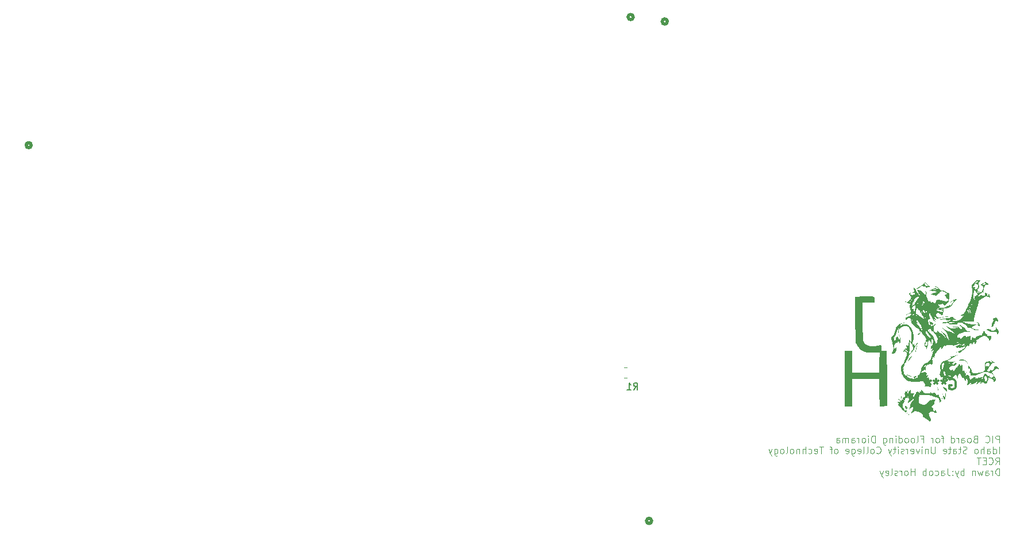
<source format=gbr>
%TF.GenerationSoftware,KiCad,Pcbnew,9.0.6*%
%TF.CreationDate,2025-11-21T14:30:57-07:00*%
%TF.ProjectId,FloodingPICPCB,466c6f6f-6469-46e6-9750-49435043422e,rev?*%
%TF.SameCoordinates,Original*%
%TF.FileFunction,Legend,Bot*%
%TF.FilePolarity,Positive*%
%FSLAX46Y46*%
G04 Gerber Fmt 4.6, Leading zero omitted, Abs format (unit mm)*
G04 Created by KiCad (PCBNEW 9.0.6) date 2025-11-21 14:30:57*
%MOMM*%
%LPD*%
G01*
G04 APERTURE LIST*
%ADD10C,0.100000*%
%ADD11C,0.300000*%
%ADD12C,0.150000*%
%ADD13C,0.000000*%
%ADD14C,0.508000*%
%ADD15C,0.120000*%
G04 APERTURE END LIST*
D10*
X252680115Y-97658587D02*
X252680115Y-96658587D01*
X252680115Y-96658587D02*
X252299163Y-96658587D01*
X252299163Y-96658587D02*
X252203925Y-96706206D01*
X252203925Y-96706206D02*
X252156306Y-96753825D01*
X252156306Y-96753825D02*
X252108687Y-96849063D01*
X252108687Y-96849063D02*
X252108687Y-96991920D01*
X252108687Y-96991920D02*
X252156306Y-97087158D01*
X252156306Y-97087158D02*
X252203925Y-97134777D01*
X252203925Y-97134777D02*
X252299163Y-97182396D01*
X252299163Y-97182396D02*
X252680115Y-97182396D01*
X251680115Y-97658587D02*
X251680115Y-96658587D01*
X250632497Y-97563348D02*
X250680116Y-97610968D01*
X250680116Y-97610968D02*
X250822973Y-97658587D01*
X250822973Y-97658587D02*
X250918211Y-97658587D01*
X250918211Y-97658587D02*
X251061068Y-97610968D01*
X251061068Y-97610968D02*
X251156306Y-97515729D01*
X251156306Y-97515729D02*
X251203925Y-97420491D01*
X251203925Y-97420491D02*
X251251544Y-97230015D01*
X251251544Y-97230015D02*
X251251544Y-97087158D01*
X251251544Y-97087158D02*
X251203925Y-96896682D01*
X251203925Y-96896682D02*
X251156306Y-96801444D01*
X251156306Y-96801444D02*
X251061068Y-96706206D01*
X251061068Y-96706206D02*
X250918211Y-96658587D01*
X250918211Y-96658587D02*
X250822973Y-96658587D01*
X250822973Y-96658587D02*
X250680116Y-96706206D01*
X250680116Y-96706206D02*
X250632497Y-96753825D01*
X249108687Y-97134777D02*
X248965830Y-97182396D01*
X248965830Y-97182396D02*
X248918211Y-97230015D01*
X248918211Y-97230015D02*
X248870592Y-97325253D01*
X248870592Y-97325253D02*
X248870592Y-97468110D01*
X248870592Y-97468110D02*
X248918211Y-97563348D01*
X248918211Y-97563348D02*
X248965830Y-97610968D01*
X248965830Y-97610968D02*
X249061068Y-97658587D01*
X249061068Y-97658587D02*
X249442020Y-97658587D01*
X249442020Y-97658587D02*
X249442020Y-96658587D01*
X249442020Y-96658587D02*
X249108687Y-96658587D01*
X249108687Y-96658587D02*
X249013449Y-96706206D01*
X249013449Y-96706206D02*
X248965830Y-96753825D01*
X248965830Y-96753825D02*
X248918211Y-96849063D01*
X248918211Y-96849063D02*
X248918211Y-96944301D01*
X248918211Y-96944301D02*
X248965830Y-97039539D01*
X248965830Y-97039539D02*
X249013449Y-97087158D01*
X249013449Y-97087158D02*
X249108687Y-97134777D01*
X249108687Y-97134777D02*
X249442020Y-97134777D01*
X248299163Y-97658587D02*
X248394401Y-97610968D01*
X248394401Y-97610968D02*
X248442020Y-97563348D01*
X248442020Y-97563348D02*
X248489639Y-97468110D01*
X248489639Y-97468110D02*
X248489639Y-97182396D01*
X248489639Y-97182396D02*
X248442020Y-97087158D01*
X248442020Y-97087158D02*
X248394401Y-97039539D01*
X248394401Y-97039539D02*
X248299163Y-96991920D01*
X248299163Y-96991920D02*
X248156306Y-96991920D01*
X248156306Y-96991920D02*
X248061068Y-97039539D01*
X248061068Y-97039539D02*
X248013449Y-97087158D01*
X248013449Y-97087158D02*
X247965830Y-97182396D01*
X247965830Y-97182396D02*
X247965830Y-97468110D01*
X247965830Y-97468110D02*
X248013449Y-97563348D01*
X248013449Y-97563348D02*
X248061068Y-97610968D01*
X248061068Y-97610968D02*
X248156306Y-97658587D01*
X248156306Y-97658587D02*
X248299163Y-97658587D01*
X247108687Y-97658587D02*
X247108687Y-97134777D01*
X247108687Y-97134777D02*
X247156306Y-97039539D01*
X247156306Y-97039539D02*
X247251544Y-96991920D01*
X247251544Y-96991920D02*
X247442020Y-96991920D01*
X247442020Y-96991920D02*
X247537258Y-97039539D01*
X247108687Y-97610968D02*
X247203925Y-97658587D01*
X247203925Y-97658587D02*
X247442020Y-97658587D01*
X247442020Y-97658587D02*
X247537258Y-97610968D01*
X247537258Y-97610968D02*
X247584877Y-97515729D01*
X247584877Y-97515729D02*
X247584877Y-97420491D01*
X247584877Y-97420491D02*
X247537258Y-97325253D01*
X247537258Y-97325253D02*
X247442020Y-97277634D01*
X247442020Y-97277634D02*
X247203925Y-97277634D01*
X247203925Y-97277634D02*
X247108687Y-97230015D01*
X246632496Y-97658587D02*
X246632496Y-96991920D01*
X246632496Y-97182396D02*
X246584877Y-97087158D01*
X246584877Y-97087158D02*
X246537258Y-97039539D01*
X246537258Y-97039539D02*
X246442020Y-96991920D01*
X246442020Y-96991920D02*
X246346782Y-96991920D01*
X245584877Y-97658587D02*
X245584877Y-96658587D01*
X245584877Y-97610968D02*
X245680115Y-97658587D01*
X245680115Y-97658587D02*
X245870591Y-97658587D01*
X245870591Y-97658587D02*
X245965829Y-97610968D01*
X245965829Y-97610968D02*
X246013448Y-97563348D01*
X246013448Y-97563348D02*
X246061067Y-97468110D01*
X246061067Y-97468110D02*
X246061067Y-97182396D01*
X246061067Y-97182396D02*
X246013448Y-97087158D01*
X246013448Y-97087158D02*
X245965829Y-97039539D01*
X245965829Y-97039539D02*
X245870591Y-96991920D01*
X245870591Y-96991920D02*
X245680115Y-96991920D01*
X245680115Y-96991920D02*
X245584877Y-97039539D01*
X244489638Y-96991920D02*
X244108686Y-96991920D01*
X244346781Y-97658587D02*
X244346781Y-96801444D01*
X244346781Y-96801444D02*
X244299162Y-96706206D01*
X244299162Y-96706206D02*
X244203924Y-96658587D01*
X244203924Y-96658587D02*
X244108686Y-96658587D01*
X243632495Y-97658587D02*
X243727733Y-97610968D01*
X243727733Y-97610968D02*
X243775352Y-97563348D01*
X243775352Y-97563348D02*
X243822971Y-97468110D01*
X243822971Y-97468110D02*
X243822971Y-97182396D01*
X243822971Y-97182396D02*
X243775352Y-97087158D01*
X243775352Y-97087158D02*
X243727733Y-97039539D01*
X243727733Y-97039539D02*
X243632495Y-96991920D01*
X243632495Y-96991920D02*
X243489638Y-96991920D01*
X243489638Y-96991920D02*
X243394400Y-97039539D01*
X243394400Y-97039539D02*
X243346781Y-97087158D01*
X243346781Y-97087158D02*
X243299162Y-97182396D01*
X243299162Y-97182396D02*
X243299162Y-97468110D01*
X243299162Y-97468110D02*
X243346781Y-97563348D01*
X243346781Y-97563348D02*
X243394400Y-97610968D01*
X243394400Y-97610968D02*
X243489638Y-97658587D01*
X243489638Y-97658587D02*
X243632495Y-97658587D01*
X242870590Y-97658587D02*
X242870590Y-96991920D01*
X242870590Y-97182396D02*
X242822971Y-97087158D01*
X242822971Y-97087158D02*
X242775352Y-97039539D01*
X242775352Y-97039539D02*
X242680114Y-96991920D01*
X242680114Y-96991920D02*
X242584876Y-96991920D01*
X241156304Y-97134777D02*
X241489637Y-97134777D01*
X241489637Y-97658587D02*
X241489637Y-96658587D01*
X241489637Y-96658587D02*
X241013447Y-96658587D01*
X240489637Y-97658587D02*
X240584875Y-97610968D01*
X240584875Y-97610968D02*
X240632494Y-97515729D01*
X240632494Y-97515729D02*
X240632494Y-96658587D01*
X239965827Y-97658587D02*
X240061065Y-97610968D01*
X240061065Y-97610968D02*
X240108684Y-97563348D01*
X240108684Y-97563348D02*
X240156303Y-97468110D01*
X240156303Y-97468110D02*
X240156303Y-97182396D01*
X240156303Y-97182396D02*
X240108684Y-97087158D01*
X240108684Y-97087158D02*
X240061065Y-97039539D01*
X240061065Y-97039539D02*
X239965827Y-96991920D01*
X239965827Y-96991920D02*
X239822970Y-96991920D01*
X239822970Y-96991920D02*
X239727732Y-97039539D01*
X239727732Y-97039539D02*
X239680113Y-97087158D01*
X239680113Y-97087158D02*
X239632494Y-97182396D01*
X239632494Y-97182396D02*
X239632494Y-97468110D01*
X239632494Y-97468110D02*
X239680113Y-97563348D01*
X239680113Y-97563348D02*
X239727732Y-97610968D01*
X239727732Y-97610968D02*
X239822970Y-97658587D01*
X239822970Y-97658587D02*
X239965827Y-97658587D01*
X239061065Y-97658587D02*
X239156303Y-97610968D01*
X239156303Y-97610968D02*
X239203922Y-97563348D01*
X239203922Y-97563348D02*
X239251541Y-97468110D01*
X239251541Y-97468110D02*
X239251541Y-97182396D01*
X239251541Y-97182396D02*
X239203922Y-97087158D01*
X239203922Y-97087158D02*
X239156303Y-97039539D01*
X239156303Y-97039539D02*
X239061065Y-96991920D01*
X239061065Y-96991920D02*
X238918208Y-96991920D01*
X238918208Y-96991920D02*
X238822970Y-97039539D01*
X238822970Y-97039539D02*
X238775351Y-97087158D01*
X238775351Y-97087158D02*
X238727732Y-97182396D01*
X238727732Y-97182396D02*
X238727732Y-97468110D01*
X238727732Y-97468110D02*
X238775351Y-97563348D01*
X238775351Y-97563348D02*
X238822970Y-97610968D01*
X238822970Y-97610968D02*
X238918208Y-97658587D01*
X238918208Y-97658587D02*
X239061065Y-97658587D01*
X237870589Y-97658587D02*
X237870589Y-96658587D01*
X237870589Y-97610968D02*
X237965827Y-97658587D01*
X237965827Y-97658587D02*
X238156303Y-97658587D01*
X238156303Y-97658587D02*
X238251541Y-97610968D01*
X238251541Y-97610968D02*
X238299160Y-97563348D01*
X238299160Y-97563348D02*
X238346779Y-97468110D01*
X238346779Y-97468110D02*
X238346779Y-97182396D01*
X238346779Y-97182396D02*
X238299160Y-97087158D01*
X238299160Y-97087158D02*
X238251541Y-97039539D01*
X238251541Y-97039539D02*
X238156303Y-96991920D01*
X238156303Y-96991920D02*
X237965827Y-96991920D01*
X237965827Y-96991920D02*
X237870589Y-97039539D01*
X237394398Y-97658587D02*
X237394398Y-96991920D01*
X237394398Y-96658587D02*
X237442017Y-96706206D01*
X237442017Y-96706206D02*
X237394398Y-96753825D01*
X237394398Y-96753825D02*
X237346779Y-96706206D01*
X237346779Y-96706206D02*
X237394398Y-96658587D01*
X237394398Y-96658587D02*
X237394398Y-96753825D01*
X236918208Y-96991920D02*
X236918208Y-97658587D01*
X236918208Y-97087158D02*
X236870589Y-97039539D01*
X236870589Y-97039539D02*
X236775351Y-96991920D01*
X236775351Y-96991920D02*
X236632494Y-96991920D01*
X236632494Y-96991920D02*
X236537256Y-97039539D01*
X236537256Y-97039539D02*
X236489637Y-97134777D01*
X236489637Y-97134777D02*
X236489637Y-97658587D01*
X235584875Y-96991920D02*
X235584875Y-97801444D01*
X235584875Y-97801444D02*
X235632494Y-97896682D01*
X235632494Y-97896682D02*
X235680113Y-97944301D01*
X235680113Y-97944301D02*
X235775351Y-97991920D01*
X235775351Y-97991920D02*
X235918208Y-97991920D01*
X235918208Y-97991920D02*
X236013446Y-97944301D01*
X235584875Y-97610968D02*
X235680113Y-97658587D01*
X235680113Y-97658587D02*
X235870589Y-97658587D01*
X235870589Y-97658587D02*
X235965827Y-97610968D01*
X235965827Y-97610968D02*
X236013446Y-97563348D01*
X236013446Y-97563348D02*
X236061065Y-97468110D01*
X236061065Y-97468110D02*
X236061065Y-97182396D01*
X236061065Y-97182396D02*
X236013446Y-97087158D01*
X236013446Y-97087158D02*
X235965827Y-97039539D01*
X235965827Y-97039539D02*
X235870589Y-96991920D01*
X235870589Y-96991920D02*
X235680113Y-96991920D01*
X235680113Y-96991920D02*
X235584875Y-97039539D01*
X234346779Y-97658587D02*
X234346779Y-96658587D01*
X234346779Y-96658587D02*
X234108684Y-96658587D01*
X234108684Y-96658587D02*
X233965827Y-96706206D01*
X233965827Y-96706206D02*
X233870589Y-96801444D01*
X233870589Y-96801444D02*
X233822970Y-96896682D01*
X233822970Y-96896682D02*
X233775351Y-97087158D01*
X233775351Y-97087158D02*
X233775351Y-97230015D01*
X233775351Y-97230015D02*
X233822970Y-97420491D01*
X233822970Y-97420491D02*
X233870589Y-97515729D01*
X233870589Y-97515729D02*
X233965827Y-97610968D01*
X233965827Y-97610968D02*
X234108684Y-97658587D01*
X234108684Y-97658587D02*
X234346779Y-97658587D01*
X233346779Y-97658587D02*
X233346779Y-96991920D01*
X233346779Y-96658587D02*
X233394398Y-96706206D01*
X233394398Y-96706206D02*
X233346779Y-96753825D01*
X233346779Y-96753825D02*
X233299160Y-96706206D01*
X233299160Y-96706206D02*
X233346779Y-96658587D01*
X233346779Y-96658587D02*
X233346779Y-96753825D01*
X232727732Y-97658587D02*
X232822970Y-97610968D01*
X232822970Y-97610968D02*
X232870589Y-97563348D01*
X232870589Y-97563348D02*
X232918208Y-97468110D01*
X232918208Y-97468110D02*
X232918208Y-97182396D01*
X232918208Y-97182396D02*
X232870589Y-97087158D01*
X232870589Y-97087158D02*
X232822970Y-97039539D01*
X232822970Y-97039539D02*
X232727732Y-96991920D01*
X232727732Y-96991920D02*
X232584875Y-96991920D01*
X232584875Y-96991920D02*
X232489637Y-97039539D01*
X232489637Y-97039539D02*
X232442018Y-97087158D01*
X232442018Y-97087158D02*
X232394399Y-97182396D01*
X232394399Y-97182396D02*
X232394399Y-97468110D01*
X232394399Y-97468110D02*
X232442018Y-97563348D01*
X232442018Y-97563348D02*
X232489637Y-97610968D01*
X232489637Y-97610968D02*
X232584875Y-97658587D01*
X232584875Y-97658587D02*
X232727732Y-97658587D01*
X231965827Y-97658587D02*
X231965827Y-96991920D01*
X231965827Y-97182396D02*
X231918208Y-97087158D01*
X231918208Y-97087158D02*
X231870589Y-97039539D01*
X231870589Y-97039539D02*
X231775351Y-96991920D01*
X231775351Y-96991920D02*
X231680113Y-96991920D01*
X230918208Y-97658587D02*
X230918208Y-97134777D01*
X230918208Y-97134777D02*
X230965827Y-97039539D01*
X230965827Y-97039539D02*
X231061065Y-96991920D01*
X231061065Y-96991920D02*
X231251541Y-96991920D01*
X231251541Y-96991920D02*
X231346779Y-97039539D01*
X230918208Y-97610968D02*
X231013446Y-97658587D01*
X231013446Y-97658587D02*
X231251541Y-97658587D01*
X231251541Y-97658587D02*
X231346779Y-97610968D01*
X231346779Y-97610968D02*
X231394398Y-97515729D01*
X231394398Y-97515729D02*
X231394398Y-97420491D01*
X231394398Y-97420491D02*
X231346779Y-97325253D01*
X231346779Y-97325253D02*
X231251541Y-97277634D01*
X231251541Y-97277634D02*
X231013446Y-97277634D01*
X231013446Y-97277634D02*
X230918208Y-97230015D01*
X230442017Y-97658587D02*
X230442017Y-96991920D01*
X230442017Y-97087158D02*
X230394398Y-97039539D01*
X230394398Y-97039539D02*
X230299160Y-96991920D01*
X230299160Y-96991920D02*
X230156303Y-96991920D01*
X230156303Y-96991920D02*
X230061065Y-97039539D01*
X230061065Y-97039539D02*
X230013446Y-97134777D01*
X230013446Y-97134777D02*
X230013446Y-97658587D01*
X230013446Y-97134777D02*
X229965827Y-97039539D01*
X229965827Y-97039539D02*
X229870589Y-96991920D01*
X229870589Y-96991920D02*
X229727732Y-96991920D01*
X229727732Y-96991920D02*
X229632493Y-97039539D01*
X229632493Y-97039539D02*
X229584874Y-97134777D01*
X229584874Y-97134777D02*
X229584874Y-97658587D01*
X228680113Y-97658587D02*
X228680113Y-97134777D01*
X228680113Y-97134777D02*
X228727732Y-97039539D01*
X228727732Y-97039539D02*
X228822970Y-96991920D01*
X228822970Y-96991920D02*
X229013446Y-96991920D01*
X229013446Y-96991920D02*
X229108684Y-97039539D01*
X228680113Y-97610968D02*
X228775351Y-97658587D01*
X228775351Y-97658587D02*
X229013446Y-97658587D01*
X229013446Y-97658587D02*
X229108684Y-97610968D01*
X229108684Y-97610968D02*
X229156303Y-97515729D01*
X229156303Y-97515729D02*
X229156303Y-97420491D01*
X229156303Y-97420491D02*
X229108684Y-97325253D01*
X229108684Y-97325253D02*
X229013446Y-97277634D01*
X229013446Y-97277634D02*
X228775351Y-97277634D01*
X228775351Y-97277634D02*
X228680113Y-97230015D01*
X252680115Y-99268531D02*
X252680115Y-98268531D01*
X251775354Y-99268531D02*
X251775354Y-98268531D01*
X251775354Y-99220912D02*
X251870592Y-99268531D01*
X251870592Y-99268531D02*
X252061068Y-99268531D01*
X252061068Y-99268531D02*
X252156306Y-99220912D01*
X252156306Y-99220912D02*
X252203925Y-99173292D01*
X252203925Y-99173292D02*
X252251544Y-99078054D01*
X252251544Y-99078054D02*
X252251544Y-98792340D01*
X252251544Y-98792340D02*
X252203925Y-98697102D01*
X252203925Y-98697102D02*
X252156306Y-98649483D01*
X252156306Y-98649483D02*
X252061068Y-98601864D01*
X252061068Y-98601864D02*
X251870592Y-98601864D01*
X251870592Y-98601864D02*
X251775354Y-98649483D01*
X250870592Y-99268531D02*
X250870592Y-98744721D01*
X250870592Y-98744721D02*
X250918211Y-98649483D01*
X250918211Y-98649483D02*
X251013449Y-98601864D01*
X251013449Y-98601864D02*
X251203925Y-98601864D01*
X251203925Y-98601864D02*
X251299163Y-98649483D01*
X250870592Y-99220912D02*
X250965830Y-99268531D01*
X250965830Y-99268531D02*
X251203925Y-99268531D01*
X251203925Y-99268531D02*
X251299163Y-99220912D01*
X251299163Y-99220912D02*
X251346782Y-99125673D01*
X251346782Y-99125673D02*
X251346782Y-99030435D01*
X251346782Y-99030435D02*
X251299163Y-98935197D01*
X251299163Y-98935197D02*
X251203925Y-98887578D01*
X251203925Y-98887578D02*
X250965830Y-98887578D01*
X250965830Y-98887578D02*
X250870592Y-98839959D01*
X250394401Y-99268531D02*
X250394401Y-98268531D01*
X249965830Y-99268531D02*
X249965830Y-98744721D01*
X249965830Y-98744721D02*
X250013449Y-98649483D01*
X250013449Y-98649483D02*
X250108687Y-98601864D01*
X250108687Y-98601864D02*
X250251544Y-98601864D01*
X250251544Y-98601864D02*
X250346782Y-98649483D01*
X250346782Y-98649483D02*
X250394401Y-98697102D01*
X249346782Y-99268531D02*
X249442020Y-99220912D01*
X249442020Y-99220912D02*
X249489639Y-99173292D01*
X249489639Y-99173292D02*
X249537258Y-99078054D01*
X249537258Y-99078054D02*
X249537258Y-98792340D01*
X249537258Y-98792340D02*
X249489639Y-98697102D01*
X249489639Y-98697102D02*
X249442020Y-98649483D01*
X249442020Y-98649483D02*
X249346782Y-98601864D01*
X249346782Y-98601864D02*
X249203925Y-98601864D01*
X249203925Y-98601864D02*
X249108687Y-98649483D01*
X249108687Y-98649483D02*
X249061068Y-98697102D01*
X249061068Y-98697102D02*
X249013449Y-98792340D01*
X249013449Y-98792340D02*
X249013449Y-99078054D01*
X249013449Y-99078054D02*
X249061068Y-99173292D01*
X249061068Y-99173292D02*
X249108687Y-99220912D01*
X249108687Y-99220912D02*
X249203925Y-99268531D01*
X249203925Y-99268531D02*
X249346782Y-99268531D01*
X247870591Y-99220912D02*
X247727734Y-99268531D01*
X247727734Y-99268531D02*
X247489639Y-99268531D01*
X247489639Y-99268531D02*
X247394401Y-99220912D01*
X247394401Y-99220912D02*
X247346782Y-99173292D01*
X247346782Y-99173292D02*
X247299163Y-99078054D01*
X247299163Y-99078054D02*
X247299163Y-98982816D01*
X247299163Y-98982816D02*
X247346782Y-98887578D01*
X247346782Y-98887578D02*
X247394401Y-98839959D01*
X247394401Y-98839959D02*
X247489639Y-98792340D01*
X247489639Y-98792340D02*
X247680115Y-98744721D01*
X247680115Y-98744721D02*
X247775353Y-98697102D01*
X247775353Y-98697102D02*
X247822972Y-98649483D01*
X247822972Y-98649483D02*
X247870591Y-98554245D01*
X247870591Y-98554245D02*
X247870591Y-98459007D01*
X247870591Y-98459007D02*
X247822972Y-98363769D01*
X247822972Y-98363769D02*
X247775353Y-98316150D01*
X247775353Y-98316150D02*
X247680115Y-98268531D01*
X247680115Y-98268531D02*
X247442020Y-98268531D01*
X247442020Y-98268531D02*
X247299163Y-98316150D01*
X247013448Y-98601864D02*
X246632496Y-98601864D01*
X246870591Y-98268531D02*
X246870591Y-99125673D01*
X246870591Y-99125673D02*
X246822972Y-99220912D01*
X246822972Y-99220912D02*
X246727734Y-99268531D01*
X246727734Y-99268531D02*
X246632496Y-99268531D01*
X245870591Y-99268531D02*
X245870591Y-98744721D01*
X245870591Y-98744721D02*
X245918210Y-98649483D01*
X245918210Y-98649483D02*
X246013448Y-98601864D01*
X246013448Y-98601864D02*
X246203924Y-98601864D01*
X246203924Y-98601864D02*
X246299162Y-98649483D01*
X245870591Y-99220912D02*
X245965829Y-99268531D01*
X245965829Y-99268531D02*
X246203924Y-99268531D01*
X246203924Y-99268531D02*
X246299162Y-99220912D01*
X246299162Y-99220912D02*
X246346781Y-99125673D01*
X246346781Y-99125673D02*
X246346781Y-99030435D01*
X246346781Y-99030435D02*
X246299162Y-98935197D01*
X246299162Y-98935197D02*
X246203924Y-98887578D01*
X246203924Y-98887578D02*
X245965829Y-98887578D01*
X245965829Y-98887578D02*
X245870591Y-98839959D01*
X245537257Y-98601864D02*
X245156305Y-98601864D01*
X245394400Y-98268531D02*
X245394400Y-99125673D01*
X245394400Y-99125673D02*
X245346781Y-99220912D01*
X245346781Y-99220912D02*
X245251543Y-99268531D01*
X245251543Y-99268531D02*
X245156305Y-99268531D01*
X244442019Y-99220912D02*
X244537257Y-99268531D01*
X244537257Y-99268531D02*
X244727733Y-99268531D01*
X244727733Y-99268531D02*
X244822971Y-99220912D01*
X244822971Y-99220912D02*
X244870590Y-99125673D01*
X244870590Y-99125673D02*
X244870590Y-98744721D01*
X244870590Y-98744721D02*
X244822971Y-98649483D01*
X244822971Y-98649483D02*
X244727733Y-98601864D01*
X244727733Y-98601864D02*
X244537257Y-98601864D01*
X244537257Y-98601864D02*
X244442019Y-98649483D01*
X244442019Y-98649483D02*
X244394400Y-98744721D01*
X244394400Y-98744721D02*
X244394400Y-98839959D01*
X244394400Y-98839959D02*
X244870590Y-98935197D01*
X243203923Y-98268531D02*
X243203923Y-99078054D01*
X243203923Y-99078054D02*
X243156304Y-99173292D01*
X243156304Y-99173292D02*
X243108685Y-99220912D01*
X243108685Y-99220912D02*
X243013447Y-99268531D01*
X243013447Y-99268531D02*
X242822971Y-99268531D01*
X242822971Y-99268531D02*
X242727733Y-99220912D01*
X242727733Y-99220912D02*
X242680114Y-99173292D01*
X242680114Y-99173292D02*
X242632495Y-99078054D01*
X242632495Y-99078054D02*
X242632495Y-98268531D01*
X242156304Y-98601864D02*
X242156304Y-99268531D01*
X242156304Y-98697102D02*
X242108685Y-98649483D01*
X242108685Y-98649483D02*
X242013447Y-98601864D01*
X242013447Y-98601864D02*
X241870590Y-98601864D01*
X241870590Y-98601864D02*
X241775352Y-98649483D01*
X241775352Y-98649483D02*
X241727733Y-98744721D01*
X241727733Y-98744721D02*
X241727733Y-99268531D01*
X241251542Y-99268531D02*
X241251542Y-98601864D01*
X241251542Y-98268531D02*
X241299161Y-98316150D01*
X241299161Y-98316150D02*
X241251542Y-98363769D01*
X241251542Y-98363769D02*
X241203923Y-98316150D01*
X241203923Y-98316150D02*
X241251542Y-98268531D01*
X241251542Y-98268531D02*
X241251542Y-98363769D01*
X240870590Y-98601864D02*
X240632495Y-99268531D01*
X240632495Y-99268531D02*
X240394400Y-98601864D01*
X239632495Y-99220912D02*
X239727733Y-99268531D01*
X239727733Y-99268531D02*
X239918209Y-99268531D01*
X239918209Y-99268531D02*
X240013447Y-99220912D01*
X240013447Y-99220912D02*
X240061066Y-99125673D01*
X240061066Y-99125673D02*
X240061066Y-98744721D01*
X240061066Y-98744721D02*
X240013447Y-98649483D01*
X240013447Y-98649483D02*
X239918209Y-98601864D01*
X239918209Y-98601864D02*
X239727733Y-98601864D01*
X239727733Y-98601864D02*
X239632495Y-98649483D01*
X239632495Y-98649483D02*
X239584876Y-98744721D01*
X239584876Y-98744721D02*
X239584876Y-98839959D01*
X239584876Y-98839959D02*
X240061066Y-98935197D01*
X239156304Y-99268531D02*
X239156304Y-98601864D01*
X239156304Y-98792340D02*
X239108685Y-98697102D01*
X239108685Y-98697102D02*
X239061066Y-98649483D01*
X239061066Y-98649483D02*
X238965828Y-98601864D01*
X238965828Y-98601864D02*
X238870590Y-98601864D01*
X238584875Y-99220912D02*
X238489637Y-99268531D01*
X238489637Y-99268531D02*
X238299161Y-99268531D01*
X238299161Y-99268531D02*
X238203923Y-99220912D01*
X238203923Y-99220912D02*
X238156304Y-99125673D01*
X238156304Y-99125673D02*
X238156304Y-99078054D01*
X238156304Y-99078054D02*
X238203923Y-98982816D01*
X238203923Y-98982816D02*
X238299161Y-98935197D01*
X238299161Y-98935197D02*
X238442018Y-98935197D01*
X238442018Y-98935197D02*
X238537256Y-98887578D01*
X238537256Y-98887578D02*
X238584875Y-98792340D01*
X238584875Y-98792340D02*
X238584875Y-98744721D01*
X238584875Y-98744721D02*
X238537256Y-98649483D01*
X238537256Y-98649483D02*
X238442018Y-98601864D01*
X238442018Y-98601864D02*
X238299161Y-98601864D01*
X238299161Y-98601864D02*
X238203923Y-98649483D01*
X237727732Y-99268531D02*
X237727732Y-98601864D01*
X237727732Y-98268531D02*
X237775351Y-98316150D01*
X237775351Y-98316150D02*
X237727732Y-98363769D01*
X237727732Y-98363769D02*
X237680113Y-98316150D01*
X237680113Y-98316150D02*
X237727732Y-98268531D01*
X237727732Y-98268531D02*
X237727732Y-98363769D01*
X237394399Y-98601864D02*
X237013447Y-98601864D01*
X237251542Y-98268531D02*
X237251542Y-99125673D01*
X237251542Y-99125673D02*
X237203923Y-99220912D01*
X237203923Y-99220912D02*
X237108685Y-99268531D01*
X237108685Y-99268531D02*
X237013447Y-99268531D01*
X236775351Y-98601864D02*
X236537256Y-99268531D01*
X236299161Y-98601864D02*
X236537256Y-99268531D01*
X236537256Y-99268531D02*
X236632494Y-99506626D01*
X236632494Y-99506626D02*
X236680113Y-99554245D01*
X236680113Y-99554245D02*
X236775351Y-99601864D01*
X234584875Y-99173292D02*
X234632494Y-99220912D01*
X234632494Y-99220912D02*
X234775351Y-99268531D01*
X234775351Y-99268531D02*
X234870589Y-99268531D01*
X234870589Y-99268531D02*
X235013446Y-99220912D01*
X235013446Y-99220912D02*
X235108684Y-99125673D01*
X235108684Y-99125673D02*
X235156303Y-99030435D01*
X235156303Y-99030435D02*
X235203922Y-98839959D01*
X235203922Y-98839959D02*
X235203922Y-98697102D01*
X235203922Y-98697102D02*
X235156303Y-98506626D01*
X235156303Y-98506626D02*
X235108684Y-98411388D01*
X235108684Y-98411388D02*
X235013446Y-98316150D01*
X235013446Y-98316150D02*
X234870589Y-98268531D01*
X234870589Y-98268531D02*
X234775351Y-98268531D01*
X234775351Y-98268531D02*
X234632494Y-98316150D01*
X234632494Y-98316150D02*
X234584875Y-98363769D01*
X234013446Y-99268531D02*
X234108684Y-99220912D01*
X234108684Y-99220912D02*
X234156303Y-99173292D01*
X234156303Y-99173292D02*
X234203922Y-99078054D01*
X234203922Y-99078054D02*
X234203922Y-98792340D01*
X234203922Y-98792340D02*
X234156303Y-98697102D01*
X234156303Y-98697102D02*
X234108684Y-98649483D01*
X234108684Y-98649483D02*
X234013446Y-98601864D01*
X234013446Y-98601864D02*
X233870589Y-98601864D01*
X233870589Y-98601864D02*
X233775351Y-98649483D01*
X233775351Y-98649483D02*
X233727732Y-98697102D01*
X233727732Y-98697102D02*
X233680113Y-98792340D01*
X233680113Y-98792340D02*
X233680113Y-99078054D01*
X233680113Y-99078054D02*
X233727732Y-99173292D01*
X233727732Y-99173292D02*
X233775351Y-99220912D01*
X233775351Y-99220912D02*
X233870589Y-99268531D01*
X233870589Y-99268531D02*
X234013446Y-99268531D01*
X233108684Y-99268531D02*
X233203922Y-99220912D01*
X233203922Y-99220912D02*
X233251541Y-99125673D01*
X233251541Y-99125673D02*
X233251541Y-98268531D01*
X232584874Y-99268531D02*
X232680112Y-99220912D01*
X232680112Y-99220912D02*
X232727731Y-99125673D01*
X232727731Y-99125673D02*
X232727731Y-98268531D01*
X231822969Y-99220912D02*
X231918207Y-99268531D01*
X231918207Y-99268531D02*
X232108683Y-99268531D01*
X232108683Y-99268531D02*
X232203921Y-99220912D01*
X232203921Y-99220912D02*
X232251540Y-99125673D01*
X232251540Y-99125673D02*
X232251540Y-98744721D01*
X232251540Y-98744721D02*
X232203921Y-98649483D01*
X232203921Y-98649483D02*
X232108683Y-98601864D01*
X232108683Y-98601864D02*
X231918207Y-98601864D01*
X231918207Y-98601864D02*
X231822969Y-98649483D01*
X231822969Y-98649483D02*
X231775350Y-98744721D01*
X231775350Y-98744721D02*
X231775350Y-98839959D01*
X231775350Y-98839959D02*
X232251540Y-98935197D01*
X230918207Y-98601864D02*
X230918207Y-99411388D01*
X230918207Y-99411388D02*
X230965826Y-99506626D01*
X230965826Y-99506626D02*
X231013445Y-99554245D01*
X231013445Y-99554245D02*
X231108683Y-99601864D01*
X231108683Y-99601864D02*
X231251540Y-99601864D01*
X231251540Y-99601864D02*
X231346778Y-99554245D01*
X230918207Y-99220912D02*
X231013445Y-99268531D01*
X231013445Y-99268531D02*
X231203921Y-99268531D01*
X231203921Y-99268531D02*
X231299159Y-99220912D01*
X231299159Y-99220912D02*
X231346778Y-99173292D01*
X231346778Y-99173292D02*
X231394397Y-99078054D01*
X231394397Y-99078054D02*
X231394397Y-98792340D01*
X231394397Y-98792340D02*
X231346778Y-98697102D01*
X231346778Y-98697102D02*
X231299159Y-98649483D01*
X231299159Y-98649483D02*
X231203921Y-98601864D01*
X231203921Y-98601864D02*
X231013445Y-98601864D01*
X231013445Y-98601864D02*
X230918207Y-98649483D01*
X230061064Y-99220912D02*
X230156302Y-99268531D01*
X230156302Y-99268531D02*
X230346778Y-99268531D01*
X230346778Y-99268531D02*
X230442016Y-99220912D01*
X230442016Y-99220912D02*
X230489635Y-99125673D01*
X230489635Y-99125673D02*
X230489635Y-98744721D01*
X230489635Y-98744721D02*
X230442016Y-98649483D01*
X230442016Y-98649483D02*
X230346778Y-98601864D01*
X230346778Y-98601864D02*
X230156302Y-98601864D01*
X230156302Y-98601864D02*
X230061064Y-98649483D01*
X230061064Y-98649483D02*
X230013445Y-98744721D01*
X230013445Y-98744721D02*
X230013445Y-98839959D01*
X230013445Y-98839959D02*
X230489635Y-98935197D01*
X228680111Y-99268531D02*
X228775349Y-99220912D01*
X228775349Y-99220912D02*
X228822968Y-99173292D01*
X228822968Y-99173292D02*
X228870587Y-99078054D01*
X228870587Y-99078054D02*
X228870587Y-98792340D01*
X228870587Y-98792340D02*
X228822968Y-98697102D01*
X228822968Y-98697102D02*
X228775349Y-98649483D01*
X228775349Y-98649483D02*
X228680111Y-98601864D01*
X228680111Y-98601864D02*
X228537254Y-98601864D01*
X228537254Y-98601864D02*
X228442016Y-98649483D01*
X228442016Y-98649483D02*
X228394397Y-98697102D01*
X228394397Y-98697102D02*
X228346778Y-98792340D01*
X228346778Y-98792340D02*
X228346778Y-99078054D01*
X228346778Y-99078054D02*
X228394397Y-99173292D01*
X228394397Y-99173292D02*
X228442016Y-99220912D01*
X228442016Y-99220912D02*
X228537254Y-99268531D01*
X228537254Y-99268531D02*
X228680111Y-99268531D01*
X228061063Y-98601864D02*
X227680111Y-98601864D01*
X227918206Y-99268531D02*
X227918206Y-98411388D01*
X227918206Y-98411388D02*
X227870587Y-98316150D01*
X227870587Y-98316150D02*
X227775349Y-98268531D01*
X227775349Y-98268531D02*
X227680111Y-98268531D01*
X226727729Y-98268531D02*
X226156301Y-98268531D01*
X226442015Y-99268531D02*
X226442015Y-98268531D01*
X225442015Y-99220912D02*
X225537253Y-99268531D01*
X225537253Y-99268531D02*
X225727729Y-99268531D01*
X225727729Y-99268531D02*
X225822967Y-99220912D01*
X225822967Y-99220912D02*
X225870586Y-99125673D01*
X225870586Y-99125673D02*
X225870586Y-98744721D01*
X225870586Y-98744721D02*
X225822967Y-98649483D01*
X225822967Y-98649483D02*
X225727729Y-98601864D01*
X225727729Y-98601864D02*
X225537253Y-98601864D01*
X225537253Y-98601864D02*
X225442015Y-98649483D01*
X225442015Y-98649483D02*
X225394396Y-98744721D01*
X225394396Y-98744721D02*
X225394396Y-98839959D01*
X225394396Y-98839959D02*
X225870586Y-98935197D01*
X224537253Y-99220912D02*
X224632491Y-99268531D01*
X224632491Y-99268531D02*
X224822967Y-99268531D01*
X224822967Y-99268531D02*
X224918205Y-99220912D01*
X224918205Y-99220912D02*
X224965824Y-99173292D01*
X224965824Y-99173292D02*
X225013443Y-99078054D01*
X225013443Y-99078054D02*
X225013443Y-98792340D01*
X225013443Y-98792340D02*
X224965824Y-98697102D01*
X224965824Y-98697102D02*
X224918205Y-98649483D01*
X224918205Y-98649483D02*
X224822967Y-98601864D01*
X224822967Y-98601864D02*
X224632491Y-98601864D01*
X224632491Y-98601864D02*
X224537253Y-98649483D01*
X224108681Y-99268531D02*
X224108681Y-98268531D01*
X223680110Y-99268531D02*
X223680110Y-98744721D01*
X223680110Y-98744721D02*
X223727729Y-98649483D01*
X223727729Y-98649483D02*
X223822967Y-98601864D01*
X223822967Y-98601864D02*
X223965824Y-98601864D01*
X223965824Y-98601864D02*
X224061062Y-98649483D01*
X224061062Y-98649483D02*
X224108681Y-98697102D01*
X223203919Y-98601864D02*
X223203919Y-99268531D01*
X223203919Y-98697102D02*
X223156300Y-98649483D01*
X223156300Y-98649483D02*
X223061062Y-98601864D01*
X223061062Y-98601864D02*
X222918205Y-98601864D01*
X222918205Y-98601864D02*
X222822967Y-98649483D01*
X222822967Y-98649483D02*
X222775348Y-98744721D01*
X222775348Y-98744721D02*
X222775348Y-99268531D01*
X222156300Y-99268531D02*
X222251538Y-99220912D01*
X222251538Y-99220912D02*
X222299157Y-99173292D01*
X222299157Y-99173292D02*
X222346776Y-99078054D01*
X222346776Y-99078054D02*
X222346776Y-98792340D01*
X222346776Y-98792340D02*
X222299157Y-98697102D01*
X222299157Y-98697102D02*
X222251538Y-98649483D01*
X222251538Y-98649483D02*
X222156300Y-98601864D01*
X222156300Y-98601864D02*
X222013443Y-98601864D01*
X222013443Y-98601864D02*
X221918205Y-98649483D01*
X221918205Y-98649483D02*
X221870586Y-98697102D01*
X221870586Y-98697102D02*
X221822967Y-98792340D01*
X221822967Y-98792340D02*
X221822967Y-99078054D01*
X221822967Y-99078054D02*
X221870586Y-99173292D01*
X221870586Y-99173292D02*
X221918205Y-99220912D01*
X221918205Y-99220912D02*
X222013443Y-99268531D01*
X222013443Y-99268531D02*
X222156300Y-99268531D01*
X221251538Y-99268531D02*
X221346776Y-99220912D01*
X221346776Y-99220912D02*
X221394395Y-99125673D01*
X221394395Y-99125673D02*
X221394395Y-98268531D01*
X220727728Y-99268531D02*
X220822966Y-99220912D01*
X220822966Y-99220912D02*
X220870585Y-99173292D01*
X220870585Y-99173292D02*
X220918204Y-99078054D01*
X220918204Y-99078054D02*
X220918204Y-98792340D01*
X220918204Y-98792340D02*
X220870585Y-98697102D01*
X220870585Y-98697102D02*
X220822966Y-98649483D01*
X220822966Y-98649483D02*
X220727728Y-98601864D01*
X220727728Y-98601864D02*
X220584871Y-98601864D01*
X220584871Y-98601864D02*
X220489633Y-98649483D01*
X220489633Y-98649483D02*
X220442014Y-98697102D01*
X220442014Y-98697102D02*
X220394395Y-98792340D01*
X220394395Y-98792340D02*
X220394395Y-99078054D01*
X220394395Y-99078054D02*
X220442014Y-99173292D01*
X220442014Y-99173292D02*
X220489633Y-99220912D01*
X220489633Y-99220912D02*
X220584871Y-99268531D01*
X220584871Y-99268531D02*
X220727728Y-99268531D01*
X219537252Y-98601864D02*
X219537252Y-99411388D01*
X219537252Y-99411388D02*
X219584871Y-99506626D01*
X219584871Y-99506626D02*
X219632490Y-99554245D01*
X219632490Y-99554245D02*
X219727728Y-99601864D01*
X219727728Y-99601864D02*
X219870585Y-99601864D01*
X219870585Y-99601864D02*
X219965823Y-99554245D01*
X219537252Y-99220912D02*
X219632490Y-99268531D01*
X219632490Y-99268531D02*
X219822966Y-99268531D01*
X219822966Y-99268531D02*
X219918204Y-99220912D01*
X219918204Y-99220912D02*
X219965823Y-99173292D01*
X219965823Y-99173292D02*
X220013442Y-99078054D01*
X220013442Y-99078054D02*
X220013442Y-98792340D01*
X220013442Y-98792340D02*
X219965823Y-98697102D01*
X219965823Y-98697102D02*
X219918204Y-98649483D01*
X219918204Y-98649483D02*
X219822966Y-98601864D01*
X219822966Y-98601864D02*
X219632490Y-98601864D01*
X219632490Y-98601864D02*
X219537252Y-98649483D01*
X219156299Y-98601864D02*
X218918204Y-99268531D01*
X218680109Y-98601864D02*
X218918204Y-99268531D01*
X218918204Y-99268531D02*
X219013442Y-99506626D01*
X219013442Y-99506626D02*
X219061061Y-99554245D01*
X219061061Y-99554245D02*
X219156299Y-99601864D01*
X252108687Y-100878475D02*
X252442020Y-100402284D01*
X252680115Y-100878475D02*
X252680115Y-99878475D01*
X252680115Y-99878475D02*
X252299163Y-99878475D01*
X252299163Y-99878475D02*
X252203925Y-99926094D01*
X252203925Y-99926094D02*
X252156306Y-99973713D01*
X252156306Y-99973713D02*
X252108687Y-100068951D01*
X252108687Y-100068951D02*
X252108687Y-100211808D01*
X252108687Y-100211808D02*
X252156306Y-100307046D01*
X252156306Y-100307046D02*
X252203925Y-100354665D01*
X252203925Y-100354665D02*
X252299163Y-100402284D01*
X252299163Y-100402284D02*
X252680115Y-100402284D01*
X251108687Y-100783236D02*
X251156306Y-100830856D01*
X251156306Y-100830856D02*
X251299163Y-100878475D01*
X251299163Y-100878475D02*
X251394401Y-100878475D01*
X251394401Y-100878475D02*
X251537258Y-100830856D01*
X251537258Y-100830856D02*
X251632496Y-100735617D01*
X251632496Y-100735617D02*
X251680115Y-100640379D01*
X251680115Y-100640379D02*
X251727734Y-100449903D01*
X251727734Y-100449903D02*
X251727734Y-100307046D01*
X251727734Y-100307046D02*
X251680115Y-100116570D01*
X251680115Y-100116570D02*
X251632496Y-100021332D01*
X251632496Y-100021332D02*
X251537258Y-99926094D01*
X251537258Y-99926094D02*
X251394401Y-99878475D01*
X251394401Y-99878475D02*
X251299163Y-99878475D01*
X251299163Y-99878475D02*
X251156306Y-99926094D01*
X251156306Y-99926094D02*
X251108687Y-99973713D01*
X250680115Y-100354665D02*
X250346782Y-100354665D01*
X250203925Y-100878475D02*
X250680115Y-100878475D01*
X250680115Y-100878475D02*
X250680115Y-99878475D01*
X250680115Y-99878475D02*
X250203925Y-99878475D01*
X249918210Y-99878475D02*
X249346782Y-99878475D01*
X249632496Y-100878475D02*
X249632496Y-99878475D01*
X252680115Y-102488419D02*
X252680115Y-101488419D01*
X252680115Y-101488419D02*
X252442020Y-101488419D01*
X252442020Y-101488419D02*
X252299163Y-101536038D01*
X252299163Y-101536038D02*
X252203925Y-101631276D01*
X252203925Y-101631276D02*
X252156306Y-101726514D01*
X252156306Y-101726514D02*
X252108687Y-101916990D01*
X252108687Y-101916990D02*
X252108687Y-102059847D01*
X252108687Y-102059847D02*
X252156306Y-102250323D01*
X252156306Y-102250323D02*
X252203925Y-102345561D01*
X252203925Y-102345561D02*
X252299163Y-102440800D01*
X252299163Y-102440800D02*
X252442020Y-102488419D01*
X252442020Y-102488419D02*
X252680115Y-102488419D01*
X251680115Y-102488419D02*
X251680115Y-101821752D01*
X251680115Y-102012228D02*
X251632496Y-101916990D01*
X251632496Y-101916990D02*
X251584877Y-101869371D01*
X251584877Y-101869371D02*
X251489639Y-101821752D01*
X251489639Y-101821752D02*
X251394401Y-101821752D01*
X250632496Y-102488419D02*
X250632496Y-101964609D01*
X250632496Y-101964609D02*
X250680115Y-101869371D01*
X250680115Y-101869371D02*
X250775353Y-101821752D01*
X250775353Y-101821752D02*
X250965829Y-101821752D01*
X250965829Y-101821752D02*
X251061067Y-101869371D01*
X250632496Y-102440800D02*
X250727734Y-102488419D01*
X250727734Y-102488419D02*
X250965829Y-102488419D01*
X250965829Y-102488419D02*
X251061067Y-102440800D01*
X251061067Y-102440800D02*
X251108686Y-102345561D01*
X251108686Y-102345561D02*
X251108686Y-102250323D01*
X251108686Y-102250323D02*
X251061067Y-102155085D01*
X251061067Y-102155085D02*
X250965829Y-102107466D01*
X250965829Y-102107466D02*
X250727734Y-102107466D01*
X250727734Y-102107466D02*
X250632496Y-102059847D01*
X250251543Y-101821752D02*
X250061067Y-102488419D01*
X250061067Y-102488419D02*
X249870591Y-102012228D01*
X249870591Y-102012228D02*
X249680115Y-102488419D01*
X249680115Y-102488419D02*
X249489639Y-101821752D01*
X249108686Y-101821752D02*
X249108686Y-102488419D01*
X249108686Y-101916990D02*
X249061067Y-101869371D01*
X249061067Y-101869371D02*
X248965829Y-101821752D01*
X248965829Y-101821752D02*
X248822972Y-101821752D01*
X248822972Y-101821752D02*
X248727734Y-101869371D01*
X248727734Y-101869371D02*
X248680115Y-101964609D01*
X248680115Y-101964609D02*
X248680115Y-102488419D01*
X247442019Y-102488419D02*
X247442019Y-101488419D01*
X247442019Y-101869371D02*
X247346781Y-101821752D01*
X247346781Y-101821752D02*
X247156305Y-101821752D01*
X247156305Y-101821752D02*
X247061067Y-101869371D01*
X247061067Y-101869371D02*
X247013448Y-101916990D01*
X247013448Y-101916990D02*
X246965829Y-102012228D01*
X246965829Y-102012228D02*
X246965829Y-102297942D01*
X246965829Y-102297942D02*
X247013448Y-102393180D01*
X247013448Y-102393180D02*
X247061067Y-102440800D01*
X247061067Y-102440800D02*
X247156305Y-102488419D01*
X247156305Y-102488419D02*
X247346781Y-102488419D01*
X247346781Y-102488419D02*
X247442019Y-102440800D01*
X246632495Y-101821752D02*
X246394400Y-102488419D01*
X246156305Y-101821752D02*
X246394400Y-102488419D01*
X246394400Y-102488419D02*
X246489638Y-102726514D01*
X246489638Y-102726514D02*
X246537257Y-102774133D01*
X246537257Y-102774133D02*
X246632495Y-102821752D01*
X245775352Y-102393180D02*
X245727733Y-102440800D01*
X245727733Y-102440800D02*
X245775352Y-102488419D01*
X245775352Y-102488419D02*
X245822971Y-102440800D01*
X245822971Y-102440800D02*
X245775352Y-102393180D01*
X245775352Y-102393180D02*
X245775352Y-102488419D01*
X245775352Y-101869371D02*
X245727733Y-101916990D01*
X245727733Y-101916990D02*
X245775352Y-101964609D01*
X245775352Y-101964609D02*
X245822971Y-101916990D01*
X245822971Y-101916990D02*
X245775352Y-101869371D01*
X245775352Y-101869371D02*
X245775352Y-101964609D01*
X245013448Y-101488419D02*
X245013448Y-102202704D01*
X245013448Y-102202704D02*
X245061067Y-102345561D01*
X245061067Y-102345561D02*
X245156305Y-102440800D01*
X245156305Y-102440800D02*
X245299162Y-102488419D01*
X245299162Y-102488419D02*
X245394400Y-102488419D01*
X244108686Y-102488419D02*
X244108686Y-101964609D01*
X244108686Y-101964609D02*
X244156305Y-101869371D01*
X244156305Y-101869371D02*
X244251543Y-101821752D01*
X244251543Y-101821752D02*
X244442019Y-101821752D01*
X244442019Y-101821752D02*
X244537257Y-101869371D01*
X244108686Y-102440800D02*
X244203924Y-102488419D01*
X244203924Y-102488419D02*
X244442019Y-102488419D01*
X244442019Y-102488419D02*
X244537257Y-102440800D01*
X244537257Y-102440800D02*
X244584876Y-102345561D01*
X244584876Y-102345561D02*
X244584876Y-102250323D01*
X244584876Y-102250323D02*
X244537257Y-102155085D01*
X244537257Y-102155085D02*
X244442019Y-102107466D01*
X244442019Y-102107466D02*
X244203924Y-102107466D01*
X244203924Y-102107466D02*
X244108686Y-102059847D01*
X243203924Y-102440800D02*
X243299162Y-102488419D01*
X243299162Y-102488419D02*
X243489638Y-102488419D01*
X243489638Y-102488419D02*
X243584876Y-102440800D01*
X243584876Y-102440800D02*
X243632495Y-102393180D01*
X243632495Y-102393180D02*
X243680114Y-102297942D01*
X243680114Y-102297942D02*
X243680114Y-102012228D01*
X243680114Y-102012228D02*
X243632495Y-101916990D01*
X243632495Y-101916990D02*
X243584876Y-101869371D01*
X243584876Y-101869371D02*
X243489638Y-101821752D01*
X243489638Y-101821752D02*
X243299162Y-101821752D01*
X243299162Y-101821752D02*
X243203924Y-101869371D01*
X242632495Y-102488419D02*
X242727733Y-102440800D01*
X242727733Y-102440800D02*
X242775352Y-102393180D01*
X242775352Y-102393180D02*
X242822971Y-102297942D01*
X242822971Y-102297942D02*
X242822971Y-102012228D01*
X242822971Y-102012228D02*
X242775352Y-101916990D01*
X242775352Y-101916990D02*
X242727733Y-101869371D01*
X242727733Y-101869371D02*
X242632495Y-101821752D01*
X242632495Y-101821752D02*
X242489638Y-101821752D01*
X242489638Y-101821752D02*
X242394400Y-101869371D01*
X242394400Y-101869371D02*
X242346781Y-101916990D01*
X242346781Y-101916990D02*
X242299162Y-102012228D01*
X242299162Y-102012228D02*
X242299162Y-102297942D01*
X242299162Y-102297942D02*
X242346781Y-102393180D01*
X242346781Y-102393180D02*
X242394400Y-102440800D01*
X242394400Y-102440800D02*
X242489638Y-102488419D01*
X242489638Y-102488419D02*
X242632495Y-102488419D01*
X241870590Y-102488419D02*
X241870590Y-101488419D01*
X241870590Y-101869371D02*
X241775352Y-101821752D01*
X241775352Y-101821752D02*
X241584876Y-101821752D01*
X241584876Y-101821752D02*
X241489638Y-101869371D01*
X241489638Y-101869371D02*
X241442019Y-101916990D01*
X241442019Y-101916990D02*
X241394400Y-102012228D01*
X241394400Y-102012228D02*
X241394400Y-102297942D01*
X241394400Y-102297942D02*
X241442019Y-102393180D01*
X241442019Y-102393180D02*
X241489638Y-102440800D01*
X241489638Y-102440800D02*
X241584876Y-102488419D01*
X241584876Y-102488419D02*
X241775352Y-102488419D01*
X241775352Y-102488419D02*
X241870590Y-102440800D01*
X240203923Y-102488419D02*
X240203923Y-101488419D01*
X240203923Y-101964609D02*
X239632495Y-101964609D01*
X239632495Y-102488419D02*
X239632495Y-101488419D01*
X239013447Y-102488419D02*
X239108685Y-102440800D01*
X239108685Y-102440800D02*
X239156304Y-102393180D01*
X239156304Y-102393180D02*
X239203923Y-102297942D01*
X239203923Y-102297942D02*
X239203923Y-102012228D01*
X239203923Y-102012228D02*
X239156304Y-101916990D01*
X239156304Y-101916990D02*
X239108685Y-101869371D01*
X239108685Y-101869371D02*
X239013447Y-101821752D01*
X239013447Y-101821752D02*
X238870590Y-101821752D01*
X238870590Y-101821752D02*
X238775352Y-101869371D01*
X238775352Y-101869371D02*
X238727733Y-101916990D01*
X238727733Y-101916990D02*
X238680114Y-102012228D01*
X238680114Y-102012228D02*
X238680114Y-102297942D01*
X238680114Y-102297942D02*
X238727733Y-102393180D01*
X238727733Y-102393180D02*
X238775352Y-102440800D01*
X238775352Y-102440800D02*
X238870590Y-102488419D01*
X238870590Y-102488419D02*
X239013447Y-102488419D01*
X238251542Y-102488419D02*
X238251542Y-101821752D01*
X238251542Y-102012228D02*
X238203923Y-101916990D01*
X238203923Y-101916990D02*
X238156304Y-101869371D01*
X238156304Y-101869371D02*
X238061066Y-101821752D01*
X238061066Y-101821752D02*
X237965828Y-101821752D01*
X237680113Y-102440800D02*
X237584875Y-102488419D01*
X237584875Y-102488419D02*
X237394399Y-102488419D01*
X237394399Y-102488419D02*
X237299161Y-102440800D01*
X237299161Y-102440800D02*
X237251542Y-102345561D01*
X237251542Y-102345561D02*
X237251542Y-102297942D01*
X237251542Y-102297942D02*
X237299161Y-102202704D01*
X237299161Y-102202704D02*
X237394399Y-102155085D01*
X237394399Y-102155085D02*
X237537256Y-102155085D01*
X237537256Y-102155085D02*
X237632494Y-102107466D01*
X237632494Y-102107466D02*
X237680113Y-102012228D01*
X237680113Y-102012228D02*
X237680113Y-101964609D01*
X237680113Y-101964609D02*
X237632494Y-101869371D01*
X237632494Y-101869371D02*
X237537256Y-101821752D01*
X237537256Y-101821752D02*
X237394399Y-101821752D01*
X237394399Y-101821752D02*
X237299161Y-101869371D01*
X236680113Y-102488419D02*
X236775351Y-102440800D01*
X236775351Y-102440800D02*
X236822970Y-102345561D01*
X236822970Y-102345561D02*
X236822970Y-101488419D01*
X235918208Y-102440800D02*
X236013446Y-102488419D01*
X236013446Y-102488419D02*
X236203922Y-102488419D01*
X236203922Y-102488419D02*
X236299160Y-102440800D01*
X236299160Y-102440800D02*
X236346779Y-102345561D01*
X236346779Y-102345561D02*
X236346779Y-101964609D01*
X236346779Y-101964609D02*
X236299160Y-101869371D01*
X236299160Y-101869371D02*
X236203922Y-101821752D01*
X236203922Y-101821752D02*
X236013446Y-101821752D01*
X236013446Y-101821752D02*
X235918208Y-101869371D01*
X235918208Y-101869371D02*
X235870589Y-101964609D01*
X235870589Y-101964609D02*
X235870589Y-102059847D01*
X235870589Y-102059847D02*
X236346779Y-102155085D01*
X235537255Y-101821752D02*
X235299160Y-102488419D01*
X235061065Y-101821752D02*
X235299160Y-102488419D01*
X235299160Y-102488419D02*
X235394398Y-102726514D01*
X235394398Y-102726514D02*
X235442017Y-102774133D01*
X235442017Y-102774133D02*
X235537255Y-102821752D01*
D11*
X245415427Y-88403757D02*
X245558285Y-88332328D01*
X245558285Y-88332328D02*
X245772570Y-88332328D01*
X245772570Y-88332328D02*
X245986856Y-88403757D01*
X245986856Y-88403757D02*
X246129713Y-88546614D01*
X246129713Y-88546614D02*
X246201142Y-88689471D01*
X246201142Y-88689471D02*
X246272570Y-88975185D01*
X246272570Y-88975185D02*
X246272570Y-89189471D01*
X246272570Y-89189471D02*
X246201142Y-89475185D01*
X246201142Y-89475185D02*
X246129713Y-89618042D01*
X246129713Y-89618042D02*
X245986856Y-89760900D01*
X245986856Y-89760900D02*
X245772570Y-89832328D01*
X245772570Y-89832328D02*
X245629713Y-89832328D01*
X245629713Y-89832328D02*
X245415427Y-89760900D01*
X245415427Y-89760900D02*
X245343999Y-89689471D01*
X245343999Y-89689471D02*
X245343999Y-89189471D01*
X245343999Y-89189471D02*
X245629713Y-89189471D01*
X244486856Y-88332328D02*
X244486856Y-88689471D01*
X244843999Y-88546614D02*
X244486856Y-88689471D01*
X244486856Y-88689471D02*
X244129713Y-88546614D01*
X244701142Y-88975185D02*
X244486856Y-88689471D01*
X244486856Y-88689471D02*
X244272570Y-88975185D01*
X243343999Y-88332328D02*
X243343999Y-88689471D01*
X243701142Y-88546614D02*
X243343999Y-88689471D01*
X243343999Y-88689471D02*
X242986856Y-88546614D01*
X243558285Y-88975185D02*
X243343999Y-88689471D01*
X243343999Y-88689471D02*
X243129713Y-88975185D01*
X242201142Y-88332328D02*
X242201142Y-88689471D01*
X242558285Y-88546614D02*
X242201142Y-88689471D01*
X242201142Y-88689471D02*
X241843999Y-88546614D01*
X242415428Y-88975185D02*
X242201142Y-88689471D01*
X242201142Y-88689471D02*
X241986856Y-88975185D01*
D12*
X198794666Y-89862819D02*
X199127999Y-89386628D01*
X199366094Y-89862819D02*
X199366094Y-88862819D01*
X199366094Y-88862819D02*
X198985142Y-88862819D01*
X198985142Y-88862819D02*
X198889904Y-88910438D01*
X198889904Y-88910438D02*
X198842285Y-88958057D01*
X198842285Y-88958057D02*
X198794666Y-89053295D01*
X198794666Y-89053295D02*
X198794666Y-89196152D01*
X198794666Y-89196152D02*
X198842285Y-89291390D01*
X198842285Y-89291390D02*
X198889904Y-89339009D01*
X198889904Y-89339009D02*
X198985142Y-89386628D01*
X198985142Y-89386628D02*
X199366094Y-89386628D01*
X197842285Y-89862819D02*
X198413713Y-89862819D01*
X198127999Y-89862819D02*
X198127999Y-88862819D01*
X198127999Y-88862819D02*
X198223237Y-89005676D01*
X198223237Y-89005676D02*
X198318475Y-89100914D01*
X198318475Y-89100914D02*
X198413713Y-89148533D01*
D13*
%TO.C,G\u002A\u002A\u002A*%
G36*
X240064506Y-90588458D02*
G01*
X240008956Y-90768161D01*
X240001396Y-90865338D01*
X240043450Y-90892874D01*
X240053454Y-90890564D01*
X240127078Y-90822114D01*
X240224756Y-90686721D01*
X240323271Y-90522440D01*
X240399405Y-90367321D01*
X240429942Y-90259416D01*
X240445317Y-90199220D01*
X240531054Y-90150586D01*
X240660523Y-90173309D01*
X240797383Y-90266672D01*
X240821659Y-90289848D01*
X240922626Y-90352215D01*
X240959113Y-90314074D01*
X240915542Y-90186054D01*
X240874731Y-90104180D01*
X240886337Y-90093084D01*
X240975729Y-90169081D01*
X241012105Y-90201002D01*
X241078321Y-90242906D01*
X241108092Y-90198347D01*
X241124496Y-90048645D01*
X241126031Y-90030261D01*
X241139038Y-89916893D01*
X241164798Y-89870670D01*
X241219729Y-89898885D01*
X241320249Y-90008830D01*
X241482775Y-90207798D01*
X241522764Y-90255932D01*
X241605186Y-90333759D01*
X241704215Y-90375710D01*
X241855708Y-90392803D01*
X242095519Y-90396053D01*
X242244253Y-90395598D01*
X242418295Y-90389353D01*
X242506294Y-90369359D01*
X242532463Y-90327666D01*
X242521012Y-90256322D01*
X242519034Y-90248356D01*
X242505614Y-90171051D01*
X242535444Y-90182435D01*
X242624782Y-90287373D01*
X242669314Y-90338488D01*
X242792385Y-90437820D01*
X242880410Y-90447084D01*
X242914050Y-90361336D01*
X242923946Y-90316025D01*
X242983096Y-90307190D01*
X243020858Y-90317861D01*
X243101247Y-90270410D01*
X243123584Y-90251008D01*
X243188275Y-90292612D01*
X243281874Y-90448761D01*
X243357732Y-90586382D01*
X243441901Y-90686622D01*
X243510438Y-90678924D01*
X243577464Y-90569036D01*
X243603997Y-90515525D01*
X243639684Y-90492334D01*
X243682824Y-90556526D01*
X243750169Y-90723039D01*
X243794923Y-90827883D01*
X243865168Y-90948312D01*
X243915651Y-90981110D01*
X243953175Y-91004976D01*
X243969796Y-91115248D01*
X243991834Y-91241537D01*
X244060032Y-91351798D01*
X244104378Y-91400602D01*
X244091994Y-91473497D01*
X243997929Y-91594993D01*
X243845590Y-91769238D01*
X243845590Y-91526989D01*
X243845132Y-91498088D01*
X243794225Y-91273880D01*
X243651645Y-91125049D01*
X243406796Y-91039833D01*
X243314058Y-91015972D01*
X243101519Y-90939513D01*
X242882999Y-90840548D01*
X242771130Y-90786179D01*
X242645748Y-90738658D01*
X242507076Y-90708591D01*
X242327392Y-90692241D01*
X242078974Y-90685875D01*
X241734099Y-90685756D01*
X240895712Y-90689425D01*
X240855978Y-91210343D01*
X240852049Y-91266454D01*
X240843378Y-91524098D01*
X240851474Y-91727821D01*
X240875279Y-91842913D01*
X240983041Y-91956410D01*
X241209166Y-92043223D01*
X241532556Y-92072825D01*
X241533035Y-92072825D01*
X241696611Y-92064557D01*
X241819270Y-92025509D01*
X241941294Y-91934251D01*
X242102963Y-91769352D01*
X242162878Y-91706436D01*
X242337486Y-91549175D01*
X242505308Y-91455866D01*
X242715273Y-91396736D01*
X242841058Y-91372056D01*
X243038642Y-91340099D01*
X243170025Y-91327593D01*
X243295681Y-91327593D01*
X243169541Y-91487954D01*
X243092913Y-91618749D01*
X243077579Y-91819202D01*
X243086158Y-91910939D01*
X243043243Y-92027066D01*
X242913452Y-92156953D01*
X242715147Y-92323815D01*
X242829736Y-92493308D01*
X242909546Y-92655163D01*
X242944713Y-92818058D01*
X242949158Y-92858777D01*
X243007120Y-92958250D01*
X243100073Y-93006247D01*
X243186914Y-92990816D01*
X243226538Y-92900005D01*
X243229256Y-92844670D01*
X243251802Y-92826500D01*
X243319692Y-92907556D01*
X243371680Y-93006168D01*
X243406574Y-93146331D01*
X243405824Y-93264933D01*
X243364294Y-93315052D01*
X243337974Y-93308651D01*
X243222593Y-93259944D01*
X243060514Y-93178999D01*
X243017487Y-93156526D01*
X242856508Y-93087997D01*
X242721585Y-93078071D01*
X242548167Y-93119217D01*
X242547686Y-93119361D01*
X242384267Y-93180150D01*
X242310349Y-93252609D01*
X242293023Y-93368950D01*
X242303256Y-93450885D01*
X242359349Y-93641604D01*
X242448020Y-93847753D01*
X242509788Y-93975537D01*
X242585424Y-94185218D01*
X242593597Y-94347923D01*
X242539249Y-94498913D01*
X242465150Y-94597557D01*
X242389918Y-94598326D01*
X242332855Y-94476654D01*
X242330932Y-94469643D01*
X242264581Y-94370127D01*
X242113653Y-94264539D01*
X241860352Y-94140209D01*
X241711077Y-94072995D01*
X241549577Y-93990846D01*
X241463705Y-93920795D01*
X241429646Y-93840302D01*
X241423585Y-93726827D01*
X241408048Y-93612713D01*
X241293092Y-93419566D01*
X241062970Y-93251739D01*
X240713867Y-93105894D01*
X240647027Y-93084082D01*
X240422155Y-93023579D01*
X240261699Y-93018116D01*
X240125565Y-93072283D01*
X239973660Y-93190674D01*
X239910346Y-93244805D01*
X239788796Y-93339501D01*
X239723089Y-93376982D01*
X239691716Y-93357455D01*
X239690457Y-93257996D01*
X239742847Y-93099684D01*
X239841587Y-92911212D01*
X239869820Y-92862387D01*
X239950842Y-92674618D01*
X239991380Y-92500066D01*
X239986476Y-92371386D01*
X239931172Y-92321236D01*
X239898476Y-92331037D01*
X239832472Y-92411528D01*
X239823553Y-92428609D01*
X239731315Y-92524361D01*
X239585913Y-92626850D01*
X239374003Y-92751880D01*
X239459860Y-92614187D01*
X239491492Y-92546805D01*
X239545083Y-92362075D01*
X239581885Y-92144976D01*
X239609965Y-91968626D01*
X239688061Y-91766638D01*
X239837690Y-91570347D01*
X239929691Y-91464978D01*
X240029964Y-91324711D01*
X240049655Y-91234413D01*
X239997044Y-91173462D01*
X239945351Y-91190563D01*
X239897158Y-91294002D01*
X239849445Y-91398813D01*
X239773293Y-91451799D01*
X239737508Y-91460900D01*
X239615992Y-91530558D01*
X239467426Y-91646371D01*
X239392911Y-91708904D01*
X239276326Y-91792673D01*
X239218339Y-91813463D01*
X239215735Y-91796712D01*
X239246977Y-91697513D01*
X239319022Y-91546857D01*
X239320705Y-91543700D01*
X239392510Y-91344996D01*
X239393476Y-91178538D01*
X239329624Y-91071054D01*
X239206971Y-91049274D01*
X239100703Y-91070791D01*
X238910107Y-91114390D01*
X238805787Y-91153363D01*
X238762041Y-91200020D01*
X238753170Y-91266674D01*
X238740895Y-91337775D01*
X238686882Y-91389696D01*
X238654076Y-91413888D01*
X238660016Y-91513901D01*
X238671538Y-91590776D01*
X238625545Y-91638107D01*
X238585249Y-91656414D01*
X238630144Y-91732682D01*
X238641069Y-91745996D01*
X238676170Y-91804039D01*
X238620780Y-91793545D01*
X238539638Y-91815012D01*
X238460335Y-91952148D01*
X238458512Y-91957009D01*
X238427880Y-92071182D01*
X238431696Y-92190928D01*
X238475900Y-92351947D01*
X238566430Y-92589940D01*
X238584403Y-92633735D01*
X238681496Y-92840930D01*
X238771671Y-92991204D01*
X238837429Y-93054559D01*
X238839743Y-93055025D01*
X238901263Y-93036859D01*
X238892788Y-92930353D01*
X238878361Y-92868813D01*
X238886438Y-92822966D01*
X238959760Y-92872239D01*
X239019530Y-92937288D01*
X239063683Y-93044970D01*
X239059531Y-93081031D01*
X238992028Y-93158638D01*
X238871031Y-93160469D01*
X238734484Y-93082230D01*
X238622021Y-92991034D01*
X238527386Y-92934642D01*
X238499408Y-92916638D01*
X238395095Y-92822559D01*
X238242706Y-92668617D01*
X238064467Y-92476794D01*
X237886696Y-92273760D01*
X237779880Y-92133127D01*
X237746340Y-92053529D01*
X237777903Y-92021996D01*
X237868449Y-91963440D01*
X237868321Y-91863495D01*
X237775052Y-91763852D01*
X237770278Y-91760906D01*
X237710045Y-91713003D01*
X237759527Y-91706021D01*
X237848728Y-91709502D01*
X238007937Y-91705592D01*
X238072698Y-91700121D01*
X238120680Y-91676848D01*
X238064589Y-91620606D01*
X238013820Y-91563629D01*
X237993504Y-91463221D01*
X237982923Y-91405785D01*
X237890973Y-91347481D01*
X237817021Y-91315783D01*
X237791338Y-91264260D01*
X237821757Y-91237161D01*
X237923363Y-91241922D01*
X238041683Y-91316766D01*
X238137371Y-91441536D01*
X238219843Y-91607055D01*
X238242594Y-91432402D01*
X238251315Y-91376956D01*
X238285493Y-91301802D01*
X238348472Y-91326738D01*
X238411045Y-91363007D01*
X238476135Y-91323665D01*
X238487991Y-91286952D01*
X238445115Y-91204907D01*
X238431037Y-91192279D01*
X238453327Y-91124293D01*
X238592415Y-91020477D01*
X238618000Y-91004333D01*
X238750643Y-90892874D01*
X239125786Y-90892874D01*
X239137431Y-90965066D01*
X239187889Y-91017080D01*
X239223984Y-90993789D01*
X239249991Y-90892874D01*
X239238346Y-90820683D01*
X239187889Y-90768669D01*
X239151793Y-90791959D01*
X239125786Y-90892874D01*
X238750643Y-90892874D01*
X238768890Y-90877541D01*
X238809237Y-90750255D01*
X238748408Y-90597044D01*
X238743602Y-90588829D01*
X238742259Y-90582361D01*
X239684710Y-90582361D01*
X239685422Y-90596415D01*
X239712096Y-90644464D01*
X239722058Y-90641606D01*
X239777864Y-90582361D01*
X239787568Y-90558305D01*
X239750478Y-90520258D01*
X239732452Y-90522645D01*
X239684710Y-90582361D01*
X238742259Y-90582361D01*
X238715098Y-90451518D01*
X238747637Y-90304902D01*
X238823290Y-90193414D01*
X238924133Y-90161486D01*
X239009848Y-90148066D01*
X239113258Y-90057326D01*
X239135539Y-90023703D01*
X239169061Y-89994777D01*
X239174543Y-90056671D01*
X239156030Y-90225270D01*
X239152971Y-90250346D01*
X239145497Y-90435028D01*
X239172583Y-90511348D01*
X239226372Y-90474186D01*
X239299008Y-90318424D01*
X239304848Y-90303159D01*
X239404017Y-90111719D01*
X239533114Y-89930283D01*
X239693253Y-89743975D01*
X239663214Y-89961334D01*
X239661609Y-89972695D01*
X239629095Y-90149790D01*
X239593327Y-90279211D01*
X239594557Y-90348469D01*
X239673832Y-90410772D01*
X239805105Y-90427960D01*
X239948480Y-90387833D01*
X239976430Y-90373654D01*
X240078689Y-90350885D01*
X240106866Y-90420442D01*
X240072108Y-90558305D01*
X240064506Y-90588458D01*
G37*
G36*
X239396606Y-93470008D02*
G01*
X239415886Y-93527230D01*
X239436299Y-93628523D01*
X239423234Y-93651550D01*
X239343145Y-93647851D01*
X239302789Y-93629746D01*
X239254923Y-93563881D01*
X239304402Y-93449403D01*
X239353460Y-93403812D01*
X239396606Y-93470008D01*
G37*
G36*
X239122356Y-93338115D02*
G01*
X239161671Y-93431900D01*
X239182573Y-93532239D01*
X239173495Y-93550891D01*
X239125786Y-93501187D01*
X239098324Y-93447453D01*
X239068999Y-93314879D01*
X239084741Y-93289378D01*
X239122356Y-93338115D01*
G37*
G36*
X238815272Y-92246834D02*
G01*
X238828712Y-92278045D01*
X238908426Y-92281591D01*
X238960762Y-92274462D01*
X239001580Y-92338068D01*
X239037166Y-92424212D01*
X239141312Y-92527763D01*
X239281043Y-92625235D01*
X239143261Y-92628492D01*
X239050594Y-92649763D01*
X239041495Y-92725608D01*
X239050045Y-92783001D01*
X238986301Y-92784465D01*
X238934077Y-92734311D01*
X238863252Y-92604050D01*
X238802766Y-92442484D01*
X238769395Y-92296176D01*
X238779917Y-92211686D01*
X238792916Y-92203651D01*
X238815272Y-92246834D01*
G37*
G36*
X233545274Y-76122404D02*
G01*
X233833142Y-76126201D01*
X234039113Y-76133018D01*
X234142045Y-76142606D01*
X234157125Y-76146506D01*
X234224746Y-76178504D01*
X234262245Y-76247020D01*
X234278347Y-76381262D01*
X234281776Y-76610439D01*
X234281776Y-77043975D01*
X233412338Y-77043975D01*
X232542901Y-77043975D01*
X232542901Y-79649231D01*
X232542983Y-79818977D01*
X232545644Y-80566015D01*
X232552008Y-81201957D01*
X232562013Y-81724190D01*
X232575597Y-82130103D01*
X232592697Y-82417082D01*
X232613250Y-82582514D01*
X232626231Y-82637205D01*
X232767763Y-82958619D01*
X233002013Y-83200054D01*
X233326152Y-83360524D01*
X233737352Y-83439048D01*
X234232786Y-83434640D01*
X234809626Y-83346319D01*
X234831773Y-83341632D01*
X235042841Y-83297426D01*
X235196160Y-83266125D01*
X235259870Y-83254244D01*
X235260405Y-83254497D01*
X235267989Y-83318228D01*
X235273372Y-83472613D01*
X235275419Y-83686125D01*
X235275419Y-84118006D01*
X235694612Y-84136369D01*
X236113805Y-84154733D01*
X236129897Y-88160356D01*
X236130735Y-88380081D01*
X236132760Y-89065421D01*
X236133796Y-89711530D01*
X236133878Y-90307786D01*
X236133041Y-90843567D01*
X236131322Y-91308253D01*
X236128755Y-91691222D01*
X236125376Y-91981851D01*
X236121219Y-92169520D01*
X236116321Y-92243608D01*
X236114649Y-92247294D01*
X236037716Y-92289182D01*
X235854973Y-92313425D01*
X235557691Y-92321236D01*
X235028729Y-92321236D01*
X235012343Y-90318424D01*
X234995957Y-88315613D01*
X232993145Y-88299227D01*
X230990334Y-88282841D01*
X230990334Y-90302038D01*
X230990334Y-92321236D01*
X230430963Y-92321236D01*
X229871592Y-92321236D01*
X229887564Y-88237984D01*
X229903536Y-84154733D01*
X230431409Y-84154733D01*
X230959282Y-84154733D01*
X230975858Y-85754736D01*
X230992434Y-87354739D01*
X232994195Y-87338354D01*
X234995957Y-87321970D01*
X235012582Y-85857319D01*
X235029208Y-84392668D01*
X234049991Y-84397905D01*
X233788212Y-84398997D01*
X233485604Y-84397419D01*
X233264341Y-84389091D01*
X233098789Y-84370736D01*
X232963313Y-84339075D01*
X232832280Y-84290830D01*
X232680056Y-84222724D01*
X232377051Y-84048348D01*
X232032414Y-83757963D01*
X231753757Y-83416061D01*
X231570012Y-83053126D01*
X231556391Y-83012239D01*
X231533296Y-82928494D01*
X231514020Y-82828989D01*
X231498223Y-82702880D01*
X231485563Y-82539323D01*
X231475699Y-82327473D01*
X231468289Y-82056486D01*
X231462992Y-81715517D01*
X231459466Y-81293721D01*
X231457371Y-80780254D01*
X231456363Y-80164271D01*
X231456104Y-79434928D01*
X231456104Y-76143486D01*
X232729209Y-76125897D01*
X232808411Y-76124872D01*
X233196650Y-76121878D01*
X233545274Y-76122404D01*
G37*
G36*
X244763147Y-90444396D02*
G01*
X244777305Y-90604668D01*
X244764746Y-90809463D01*
X244728202Y-91018667D01*
X244670405Y-91192164D01*
X244563680Y-91417072D01*
X244425124Y-90984191D01*
X244405707Y-90922327D01*
X244343699Y-90703743D01*
X244304852Y-90533938D01*
X244290158Y-90427353D01*
X244300607Y-90398429D01*
X244337191Y-90461604D01*
X244400902Y-90631321D01*
X244449207Y-90766952D01*
X244510840Y-90921663D01*
X244550066Y-90997024D01*
X244576295Y-91000685D01*
X244625313Y-90931094D01*
X244670147Y-90799946D01*
X244698929Y-90645999D01*
X244699793Y-90508012D01*
X244697274Y-90400176D01*
X244726265Y-90371946D01*
X244763147Y-90444396D01*
G37*
G36*
X244280309Y-91149565D02*
G01*
X244276236Y-91192997D01*
X244235026Y-91290073D01*
X244215257Y-91302101D01*
X244165937Y-91263938D01*
X244162615Y-91224806D01*
X244211220Y-91123431D01*
X244260605Y-91090429D01*
X244280309Y-91149565D01*
G37*
G36*
X238266600Y-90769284D02*
G01*
X238309809Y-90830779D01*
X238313508Y-90961889D01*
X238275708Y-91118308D01*
X238254101Y-91164838D01*
X238222828Y-91163445D01*
X238185195Y-91051080D01*
X238166070Y-90962440D01*
X238174887Y-90817514D01*
X238260013Y-90768669D01*
X238266600Y-90769284D01*
G37*
G36*
X244481358Y-89453662D02*
G01*
X244594807Y-89520872D01*
X244680913Y-89603190D01*
X244751102Y-89673875D01*
X244827763Y-89688961D01*
X244837804Y-89683814D01*
X244902870Y-89711056D01*
X244946685Y-89838111D01*
X244961373Y-90044042D01*
X244959306Y-90240796D01*
X244836426Y-90085539D01*
X244803385Y-90043946D01*
X244670927Y-89878595D01*
X244527979Y-89701574D01*
X244468739Y-89627016D01*
X244378108Y-89504740D01*
X244342412Y-89443452D01*
X244383068Y-89421619D01*
X244481358Y-89453662D01*
G37*
G36*
X243627421Y-89650821D02*
G01*
X243627540Y-89651026D01*
X243689791Y-89824483D01*
X243713846Y-90023437D01*
X243713795Y-90026946D01*
X243708893Y-90158019D01*
X243694842Y-90174429D01*
X243664150Y-90085539D01*
X243663897Y-90084693D01*
X243619402Y-89911373D01*
X243577724Y-89712923D01*
X243569783Y-89669420D01*
X243552897Y-89557613D01*
X243569312Y-89554909D01*
X243627421Y-89650821D01*
G37*
G36*
X244006513Y-75130976D02*
G01*
X244154284Y-75218315D01*
X244299003Y-75242997D01*
X244422764Y-75263682D01*
X244645270Y-75346477D01*
X244901613Y-75479127D01*
X245305003Y-75715258D01*
X245289842Y-76208834D01*
X245279734Y-76427045D01*
X245247119Y-76698215D01*
X245185168Y-76890984D01*
X245083243Y-77033329D01*
X244930705Y-77153225D01*
X244881608Y-77186782D01*
X244762628Y-77285646D01*
X244715028Y-77355059D01*
X244691741Y-77390820D01*
X244590823Y-77416591D01*
X244510530Y-77396178D01*
X244466617Y-77292385D01*
X244462295Y-77250919D01*
X244395396Y-77177190D01*
X244257857Y-77191012D01*
X244062950Y-77292385D01*
X244011657Y-77325677D01*
X243871078Y-77402213D01*
X243812432Y-77398345D01*
X243826384Y-77314963D01*
X243837518Y-77250874D01*
X243777858Y-77242481D01*
X243718649Y-77272007D01*
X243668023Y-77365039D01*
X243677076Y-77385539D01*
X243716273Y-77474294D01*
X243856369Y-77570419D01*
X243863432Y-77573729D01*
X243974942Y-77625984D01*
X243997277Y-77654396D01*
X243919553Y-77662571D01*
X243835433Y-77679067D01*
X243816133Y-77723439D01*
X243814539Y-77727104D01*
X243883755Y-77757120D01*
X244043904Y-77780324D01*
X244257006Y-77789207D01*
X244271372Y-77789172D01*
X244539845Y-77773772D01*
X244742420Y-77734319D01*
X244859724Y-77676573D01*
X244872381Y-77606290D01*
X244866509Y-77587689D01*
X244909226Y-77532010D01*
X245004580Y-77500829D01*
X245097846Y-77516050D01*
X245105721Y-77519370D01*
X245196090Y-77495506D01*
X245318029Y-77407571D01*
X245347094Y-77380883D01*
X245433989Y-77305028D01*
X245448224Y-77311754D01*
X245405149Y-77399667D01*
X245383061Y-77443897D01*
X245366084Y-77510659D01*
X245421837Y-77503980D01*
X245430917Y-77499089D01*
X245511321Y-77421711D01*
X245630571Y-77280192D01*
X245764825Y-77106299D01*
X245890241Y-76931802D01*
X245982975Y-76788467D01*
X246019184Y-76708064D01*
X246016444Y-76689262D01*
X245957093Y-76674432D01*
X245826729Y-76747548D01*
X245633925Y-76904244D01*
X245624441Y-76912692D01*
X245484005Y-77036283D01*
X245424895Y-77080349D01*
X245436527Y-77048151D01*
X245508318Y-76942951D01*
X245513169Y-76936109D01*
X245715074Y-76738951D01*
X245974455Y-76599835D01*
X246238902Y-76547153D01*
X246408797Y-76547153D01*
X246134383Y-76842141D01*
X246007932Y-76985267D01*
X245839748Y-77195069D01*
X245716221Y-77371519D01*
X245664017Y-77449279D01*
X245459603Y-77649549D01*
X245185373Y-77777892D01*
X244819027Y-77846103D01*
X244457257Y-77882361D01*
X244452224Y-77978166D01*
X244439315Y-78223926D01*
X244438158Y-78243846D01*
X244431695Y-78294205D01*
X244416803Y-78410234D01*
X244406854Y-78487756D01*
X244351572Y-78700147D01*
X244282644Y-78850190D01*
X244210399Y-78907055D01*
X244182564Y-78896660D01*
X244077623Y-78825925D01*
X243936388Y-78710347D01*
X243916528Y-78693027D01*
X243772830Y-78583317D01*
X243663994Y-78548126D01*
X243546085Y-78571866D01*
X243518082Y-78582919D01*
X243389637Y-78695167D01*
X243363953Y-78860495D01*
X243445227Y-79058639D01*
X243478915Y-79105992D01*
X243562748Y-79178025D01*
X243689358Y-79212088D01*
X243899310Y-79222850D01*
X244249258Y-79228132D01*
X243907693Y-79313373D01*
X243762700Y-79348958D01*
X243605145Y-79385875D01*
X243529078Y-79401245D01*
X243500416Y-79387320D01*
X243401228Y-79308748D01*
X243265141Y-79183528D01*
X243178894Y-79102644D01*
X243077698Y-79018194D01*
X243038255Y-79001303D01*
X243040367Y-79019503D01*
X243091286Y-79142571D01*
X243190102Y-79304111D01*
X243309952Y-79458882D01*
X243441923Y-79607042D01*
X243302192Y-79534326D01*
X243211457Y-79472664D01*
X243162461Y-79401692D01*
X243160743Y-79387670D01*
X243100748Y-79341774D01*
X243064207Y-79361099D01*
X243057753Y-79452559D01*
X243105133Y-79585775D01*
X243196909Y-79723296D01*
X243317717Y-79861941D01*
X243100699Y-79738307D01*
X242998014Y-79671259D01*
X242893819Y-79558395D01*
X242821239Y-79393214D01*
X242759898Y-79139940D01*
X242712775Y-79022700D01*
X242640049Y-78969158D01*
X242583911Y-78951916D01*
X242507891Y-78841600D01*
X242479331Y-78653565D01*
X242468382Y-78586223D01*
X242417228Y-78534439D01*
X242399203Y-78541633D01*
X242365735Y-78627593D01*
X242365193Y-78628985D01*
X242355357Y-78784475D01*
X242367819Y-78968758D01*
X242400702Y-79142490D01*
X242452131Y-79266324D01*
X242461134Y-79279652D01*
X242475754Y-79301294D01*
X242513039Y-79389785D01*
X242467657Y-79429441D01*
X242342590Y-79469157D01*
X242225419Y-79524532D01*
X242204491Y-79556692D01*
X242177810Y-79597693D01*
X242168818Y-79718581D01*
X242173936Y-79790106D01*
X242177866Y-79807544D01*
X242214088Y-79968259D01*
X242280323Y-80145382D01*
X242355956Y-80281195D01*
X242424304Y-80335417D01*
X242454298Y-80351737D01*
X242486535Y-80444097D01*
X242487765Y-80461749D01*
X242498128Y-80516698D01*
X242520966Y-80450191D01*
X242524260Y-80428398D01*
X242507402Y-80289677D01*
X242451660Y-80116568D01*
X242413315Y-80016744D01*
X242368636Y-79864863D01*
X242353955Y-79761349D01*
X242371359Y-79729677D01*
X242422934Y-79793325D01*
X242470953Y-79852074D01*
X242539125Y-79871074D01*
X242574424Y-79869585D01*
X242696448Y-79910327D01*
X242861347Y-79993225D01*
X242959537Y-80054175D01*
X243040254Y-80121769D01*
X243029374Y-80148361D01*
X242971859Y-80163260D01*
X242887607Y-80252648D01*
X242844728Y-80317114D01*
X242775388Y-80283699D01*
X242669388Y-80213936D01*
X242596119Y-80241479D01*
X242588337Y-80366468D01*
X242620011Y-80467442D01*
X242685697Y-80518993D01*
X242762891Y-80452992D01*
X242794991Y-80418957D01*
X242850534Y-80457336D01*
X242860770Y-80469339D01*
X242936668Y-80456301D01*
X243062683Y-80331963D01*
X243069104Y-80324378D01*
X243195821Y-80198183D01*
X243261355Y-80174154D01*
X243253730Y-80244046D01*
X243160968Y-80399617D01*
X243135188Y-80439693D01*
X243043308Y-80648235D01*
X242990487Y-80872270D01*
X242981544Y-81060816D01*
X243021015Y-81192817D01*
X243127797Y-81325289D01*
X243275649Y-81444016D01*
X243415708Y-81469995D01*
X243486216Y-81465037D01*
X243535077Y-81508125D01*
X243538177Y-81529357D01*
X243599364Y-81577471D01*
X243631932Y-81556216D01*
X243599364Y-81457348D01*
X243564668Y-81370490D01*
X243535077Y-81198884D01*
X243535294Y-81187285D01*
X243551767Y-81140552D01*
X243604979Y-81158515D01*
X243709720Y-81250964D01*
X243880781Y-81427686D01*
X243941544Y-81491640D01*
X244079724Y-81631703D01*
X244167358Y-81712180D01*
X244187629Y-81717202D01*
X244163003Y-81649026D01*
X244189849Y-81629885D01*
X244268765Y-81681401D01*
X244382112Y-81791110D01*
X244512250Y-81946550D01*
X244601872Y-82058767D01*
X244626011Y-82088991D01*
X244734428Y-82209429D01*
X244794841Y-82257064D01*
X244805363Y-82255949D01*
X244807228Y-82199261D01*
X244736235Y-82068293D01*
X244601360Y-81877469D01*
X244411582Y-81641215D01*
X244125052Y-81301292D01*
X244373463Y-81449623D01*
X244476148Y-81512080D01*
X244663492Y-81642527D01*
X244792200Y-81775952D01*
X244894258Y-81950851D01*
X245001647Y-82205721D01*
X245036535Y-82286981D01*
X245096760Y-82427258D01*
X245176146Y-82567449D01*
X245182513Y-82578692D01*
X245241313Y-82624585D01*
X245267899Y-82561243D01*
X245257010Y-82384973D01*
X245244969Y-82314026D01*
X245146877Y-81994277D01*
X244984558Y-81643654D01*
X244779806Y-81304522D01*
X244554416Y-81019246D01*
X244546194Y-81010430D01*
X244407102Y-80852148D01*
X244316378Y-80731625D01*
X244293307Y-80674335D01*
X244309737Y-80674544D01*
X244385298Y-80736266D01*
X244491533Y-80860766D01*
X244627894Y-81020467D01*
X244780752Y-81136758D01*
X244976397Y-81212357D01*
X245255522Y-81269012D01*
X245315942Y-81280024D01*
X245573673Y-81357408D01*
X245750804Y-81463676D01*
X245795703Y-81503391D01*
X245938279Y-81595060D01*
X246041514Y-81610279D01*
X246081287Y-81543238D01*
X246080110Y-81535799D01*
X246018044Y-81454441D01*
X245880364Y-81334326D01*
X245693145Y-81198605D01*
X245505702Y-81068000D01*
X245481573Y-81049598D01*
X245947766Y-81049598D01*
X245950365Y-81066735D01*
X246014527Y-81130849D01*
X246049776Y-81126889D01*
X246081287Y-81049598D01*
X246071154Y-80998325D01*
X246014527Y-80968347D01*
X245996114Y-80976781D01*
X245947766Y-81049598D01*
X245481573Y-81049598D01*
X245272871Y-80890434D01*
X245080498Y-80726730D01*
X244949635Y-80595096D01*
X244901336Y-80513742D01*
X244942218Y-80519104D01*
X245059250Y-80580814D01*
X245225741Y-80686330D01*
X245256194Y-80706800D01*
X245395435Y-80795624D01*
X245514654Y-80850785D01*
X245642323Y-80874724D01*
X245806914Y-80869881D01*
X246036899Y-80838696D01*
X246360749Y-80783608D01*
X246529020Y-80748337D01*
X246596357Y-80715023D01*
X246560667Y-80680352D01*
X246448570Y-80656590D01*
X246281205Y-80664939D01*
X246277356Y-80665685D01*
X246095225Y-80673651D01*
X245894979Y-80647625D01*
X245891996Y-80646922D01*
X245796351Y-80620561D01*
X245791966Y-80604360D01*
X245889820Y-80595256D01*
X246100895Y-80590185D01*
X246299058Y-80592259D01*
X246547662Y-80623928D01*
X246741156Y-80701429D01*
X246920633Y-80837141D01*
X247016683Y-80900714D01*
X247128879Y-80899381D01*
X247157584Y-80872570D01*
X247163676Y-80765730D01*
X247076431Y-80621707D01*
X246905557Y-80459614D01*
X246735399Y-80325768D01*
X246920690Y-80369092D01*
X247066611Y-80421831D01*
X247173145Y-80495681D01*
X247260116Y-80567056D01*
X247407561Y-80642534D01*
X247435408Y-80655233D01*
X247579378Y-80767289D01*
X247704569Y-80926042D01*
X247793676Y-81049598D01*
X247837107Y-81109819D01*
X248011353Y-81231209D01*
X248235273Y-81267908D01*
X248292344Y-81269386D01*
X248358190Y-81286277D01*
X248316984Y-81329060D01*
X248201155Y-81374805D01*
X248032052Y-81389474D01*
X247880302Y-81361924D01*
X247796718Y-81295438D01*
X247768241Y-81246854D01*
X247707687Y-81247997D01*
X247588240Y-81325769D01*
X247506346Y-81373903D01*
X247302660Y-81455393D01*
X247074930Y-81514436D01*
X246855563Y-81576308D01*
X246635244Y-81699394D01*
X246498672Y-81856408D01*
X246466074Y-82030214D01*
X246471256Y-82057255D01*
X246527077Y-82160233D01*
X246601998Y-82176285D01*
X246658843Y-82093255D01*
X246665903Y-82067387D01*
X246685193Y-82034736D01*
X246695110Y-82120869D01*
X246722122Y-82225152D01*
X246783976Y-82257543D01*
X246847493Y-82182972D01*
X246850037Y-82177327D01*
X246872842Y-82185916D01*
X246886304Y-82291652D01*
X246893792Y-82477960D01*
X247099622Y-82245075D01*
X247174139Y-82165611D01*
X247297177Y-82055425D01*
X247376499Y-82012190D01*
X247399123Y-82009073D01*
X247447546Y-81952587D01*
X247497843Y-81914724D01*
X247623913Y-81906010D01*
X247670441Y-81910691D01*
X247765077Y-81947733D01*
X247770311Y-82033891D01*
X247767989Y-82042883D01*
X247759984Y-82109272D01*
X247805392Y-82110623D01*
X247931985Y-82049644D01*
X248082209Y-81991986D01*
X248164368Y-82016463D01*
X248214192Y-82040288D01*
X248323149Y-81975559D01*
X248383244Y-81925526D01*
X248423067Y-81923585D01*
X248438566Y-82004472D01*
X248441189Y-82188873D01*
X248446649Y-82348540D01*
X248474278Y-82472317D01*
X248530409Y-82509011D01*
X248599254Y-82458061D01*
X248639088Y-82307177D01*
X248650496Y-82233281D01*
X248699252Y-82131819D01*
X248761365Y-82142865D01*
X248816184Y-82270677D01*
X248849614Y-82412290D01*
X248955915Y-82260524D01*
X248962746Y-82250928D01*
X249033224Y-82174096D01*
X249062216Y-82184680D01*
X249065398Y-82220275D01*
X249105946Y-82261239D01*
X249172440Y-82213011D01*
X249238446Y-82089818D01*
X249242075Y-82080035D01*
X249285219Y-81990277D01*
X249305724Y-81996664D01*
X249338819Y-82065538D01*
X249401208Y-82059743D01*
X249434832Y-81976953D01*
X249458312Y-81914693D01*
X249559038Y-81919036D01*
X249635235Y-81930404D01*
X249683243Y-81888504D01*
X249689012Y-81863304D01*
X249748066Y-81858614D01*
X249797770Y-81868264D01*
X249903323Y-81823624D01*
X249975359Y-81781021D01*
X249995823Y-81833803D01*
X249997199Y-81849183D01*
X250030214Y-81868680D01*
X250093225Y-81807790D01*
X250167882Y-81693702D01*
X250235834Y-81553601D01*
X250278731Y-81414673D01*
X250286470Y-81376999D01*
X250339317Y-81245568D01*
X250420445Y-81218121D01*
X250470525Y-81235693D01*
X250523830Y-81298859D01*
X250565185Y-81432216D01*
X250671692Y-81580804D01*
X250797857Y-81669598D01*
X250863823Y-81708259D01*
X250888250Y-81788060D01*
X250880469Y-81823201D01*
X250923862Y-81920922D01*
X251042348Y-81979743D01*
X251198819Y-81977080D01*
X251307248Y-81935378D01*
X251360016Y-81881252D01*
X251360649Y-81872508D01*
X251410514Y-81825882D01*
X251427487Y-81831454D01*
X251465495Y-81914452D01*
X251478687Y-82065268D01*
X251468594Y-82243048D01*
X251462740Y-82273169D01*
X251436745Y-82406936D01*
X251384669Y-82516081D01*
X251341769Y-82559085D01*
X251230319Y-82627196D01*
X251160066Y-82609488D01*
X251156247Y-82506969D01*
X251146529Y-82412686D01*
X251251523Y-82412686D01*
X251344490Y-82402180D01*
X251381170Y-82376981D01*
X251422118Y-82273169D01*
X251420436Y-82229490D01*
X251395548Y-82207644D01*
X251317135Y-82276865D01*
X251253704Y-82354370D01*
X251251523Y-82412686D01*
X251146529Y-82412686D01*
X251141440Y-82363309D01*
X251008819Y-82190286D01*
X250755450Y-82003173D01*
X250546380Y-81873960D01*
X250080581Y-82077052D01*
X250031579Y-82098933D01*
X249800425Y-82215654D01*
X249611001Y-82331969D01*
X249500344Y-82425629D01*
X249401568Y-82526600D01*
X249317215Y-82571114D01*
X249296522Y-82574182D01*
X249248524Y-82636882D01*
X249253348Y-82659282D01*
X249310439Y-82664384D01*
X249311088Y-82663987D01*
X249338982Y-82681628D01*
X249306847Y-82798415D01*
X249266627Y-82893749D01*
X249172921Y-83051314D01*
X249087092Y-83123191D01*
X249024402Y-83100605D01*
X249000113Y-82974781D01*
X248993701Y-82883723D01*
X248955232Y-82829369D01*
X248879873Y-82881627D01*
X248876627Y-82883878D01*
X248751703Y-83049100D01*
X248692401Y-83135396D01*
X248624795Y-83218807D01*
X248592902Y-83212697D01*
X248575662Y-83126304D01*
X248540440Y-82975367D01*
X248481792Y-82921116D01*
X248402631Y-82989103D01*
X248302598Y-83179397D01*
X248268514Y-83254523D01*
X248178278Y-83424489D01*
X248117742Y-83492616D01*
X248093182Y-83454738D01*
X248110871Y-83306690D01*
X248117153Y-83272590D01*
X248119705Y-83162279D01*
X248073879Y-83162564D01*
X248068512Y-83168963D01*
X247982502Y-83271505D01*
X247932551Y-83351830D01*
X247848397Y-83487157D01*
X247782620Y-83593197D01*
X247642820Y-83784376D01*
X247516474Y-83920448D01*
X247494447Y-83939191D01*
X247301480Y-84099423D01*
X247105063Y-84256783D01*
X246925112Y-84396117D01*
X246781546Y-84502270D01*
X246694281Y-84560088D01*
X246683236Y-84554418D01*
X246715942Y-84502761D01*
X246719658Y-84395778D01*
X246628323Y-84334921D01*
X246461661Y-84339337D01*
X246335141Y-84362620D01*
X246269171Y-84360980D01*
X246302165Y-84330973D01*
X246424034Y-84280213D01*
X246624686Y-84216315D01*
X246781115Y-84162090D01*
X247060582Y-84035048D01*
X247307815Y-83891072D01*
X247407935Y-83820623D01*
X247577020Y-83682802D01*
X247634080Y-83597932D01*
X247579718Y-83566808D01*
X247414536Y-83590222D01*
X247139138Y-83668968D01*
X247112691Y-83677438D01*
X246926265Y-83728709D01*
X246821059Y-83733441D01*
X246767288Y-83693608D01*
X246719723Y-83651493D01*
X246601532Y-83671296D01*
X246589502Y-83676873D01*
X246474470Y-83684862D01*
X246345916Y-83594177D01*
X246206877Y-83459797D01*
X246223051Y-83454951D01*
X247512875Y-83454951D01*
X247551745Y-83474512D01*
X247632609Y-83411001D01*
X247670157Y-83351830D01*
X247645124Y-83316346D01*
X247622629Y-83319622D01*
X247538147Y-83382581D01*
X247512875Y-83454951D01*
X246223051Y-83454951D01*
X246448562Y-83387386D01*
X246496227Y-83371943D01*
X246598389Y-83327172D01*
X247199135Y-83327172D01*
X247200187Y-83338609D01*
X247255909Y-83377438D01*
X247369256Y-83352106D01*
X247502412Y-83269769D01*
X247587959Y-83168963D01*
X247574665Y-83069563D01*
X247536401Y-83026791D01*
X247470299Y-83034233D01*
X247390258Y-83100130D01*
X247357663Y-83126965D01*
X247341222Y-83142686D01*
X247240351Y-83254054D01*
X247199135Y-83327172D01*
X246598389Y-83327172D01*
X246683506Y-83289871D01*
X246785530Y-83225377D01*
X246950725Y-83225377D01*
X246974153Y-83256019D01*
X247052222Y-83231986D01*
X247144954Y-83150922D01*
X247184968Y-83100130D01*
X247184832Y-83076516D01*
X247090456Y-83122056D01*
X246998684Y-83178100D01*
X246950725Y-83225377D01*
X246785530Y-83225377D01*
X246837495Y-83192528D01*
X246930688Y-83099973D01*
X246935580Y-83032260D01*
X246866543Y-83033557D01*
X246758578Y-83104543D01*
X246680959Y-83155971D01*
X246495742Y-83235229D01*
X246276902Y-83296925D01*
X246127986Y-83327844D01*
X245878852Y-83377375D01*
X245708740Y-83407985D01*
X245631778Y-83417242D01*
X245662094Y-83402716D01*
X245743406Y-83371079D01*
X245778258Y-83325956D01*
X245707883Y-83290802D01*
X245543897Y-83269926D01*
X245297917Y-83267638D01*
X245282895Y-83268094D01*
X245042335Y-83279916D01*
X244896214Y-83302079D01*
X244816205Y-83342156D01*
X244773980Y-83407722D01*
X244746252Y-83465756D01*
X244726289Y-83453511D01*
X244718964Y-83328207D01*
X244710221Y-83246891D01*
X244666371Y-83166250D01*
X244615330Y-83189904D01*
X244590823Y-83320011D01*
X244577029Y-83387191D01*
X244517340Y-83425026D01*
X244511005Y-83424376D01*
X244433777Y-83473392D01*
X244351492Y-83595309D01*
X244262245Y-83750425D01*
X244176564Y-83863682D01*
X244130322Y-83898348D01*
X244101207Y-83863789D01*
X244094001Y-83724450D01*
X244084936Y-83608704D01*
X244044490Y-83514892D01*
X243988011Y-83528005D01*
X243983392Y-83538881D01*
X243933715Y-83655840D01*
X243892296Y-83753866D01*
X243888861Y-83756240D01*
X243831948Y-83795571D01*
X243826686Y-83795108D01*
X243763070Y-83847438D01*
X243698430Y-83974557D01*
X243692034Y-83991212D01*
X243622500Y-84107504D01*
X243552893Y-84140928D01*
X243491594Y-84164918D01*
X243438001Y-84272455D01*
X243395022Y-84374664D01*
X243335160Y-84416598D01*
X243288060Y-84463366D01*
X243224170Y-84600789D01*
X243157799Y-84798901D01*
X243133225Y-84882934D01*
X243061220Y-85107239D01*
X243012500Y-85214647D01*
X242984874Y-85208705D01*
X242976153Y-85092958D01*
X242959363Y-84984853D01*
X242914050Y-84962067D01*
X242875389Y-85018332D01*
X242851947Y-85148376D01*
X242838357Y-85248863D01*
X242789845Y-85334684D01*
X242764180Y-85358921D01*
X242727742Y-85466219D01*
X242736113Y-85507609D01*
X242789845Y-85520992D01*
X242811470Y-85522468D01*
X242841242Y-85610790D01*
X242851947Y-85798738D01*
X242838067Y-85986774D01*
X242780254Y-86131938D01*
X242680095Y-86163526D01*
X242540416Y-86078994D01*
X242479544Y-86028505D01*
X242420914Y-86015290D01*
X242379234Y-86088581D01*
X242334914Y-86266224D01*
X242326991Y-86298618D01*
X242309777Y-86319055D01*
X242300227Y-86219647D01*
X242284644Y-86107772D01*
X242233203Y-86059308D01*
X242137895Y-86115202D01*
X242033251Y-86229545D01*
X241989712Y-86277120D01*
X241970049Y-86301184D01*
X241863709Y-86454234D01*
X241826082Y-86591254D01*
X241838376Y-86773942D01*
X241844053Y-86819238D01*
X241846915Y-86987154D01*
X241804643Y-87042508D01*
X241772085Y-87031925D01*
X241734099Y-86949354D01*
X241733184Y-86917354D01*
X241712068Y-86864492D01*
X241648273Y-86893961D01*
X241522385Y-87011456D01*
X241508674Y-87024813D01*
X241377381Y-87125463D01*
X241271151Y-87166713D01*
X241218224Y-87185719D01*
X241175175Y-87280568D01*
X241198685Y-87408839D01*
X241273983Y-87432925D01*
X241401632Y-87344474D01*
X241462233Y-87291377D01*
X241554871Y-87248690D01*
X241639124Y-87289407D01*
X241702797Y-87330283D01*
X241734099Y-87298522D01*
X241742359Y-87268868D01*
X241820520Y-87228816D01*
X241871397Y-87251431D01*
X241935123Y-87359273D01*
X241965863Y-87514101D01*
X241949782Y-87668816D01*
X241948688Y-87679060D01*
X241940328Y-87757351D01*
X241993513Y-87782151D01*
X242098689Y-87710111D01*
X242132559Y-87681436D01*
X242154983Y-87699214D01*
X242133598Y-87818791D01*
X242107448Y-87901795D01*
X242086552Y-87968124D01*
X242028445Y-88082728D01*
X242003835Y-88122531D01*
X242004291Y-88124129D01*
X242014636Y-88160356D01*
X242059315Y-88138722D01*
X242144471Y-88051676D01*
X242165350Y-88025586D01*
X242205311Y-88001275D01*
X242223678Y-88064498D01*
X242228945Y-88233548D01*
X242229154Y-88249721D01*
X242258404Y-88479200D01*
X242330242Y-88623422D01*
X242331767Y-88624951D01*
X242392936Y-88719280D01*
X242394372Y-88721494D01*
X242354543Y-88813136D01*
X242328043Y-88851391D01*
X242338135Y-88911808D01*
X242451903Y-88969068D01*
X242471781Y-88976421D01*
X242604585Y-89002716D01*
X242680080Y-88954572D01*
X242714216Y-88923242D01*
X242703708Y-88998742D01*
X242672274Y-89123466D01*
X242629108Y-89300488D01*
X242626924Y-89309547D01*
X242586784Y-89420328D01*
X242513099Y-89456459D01*
X242362223Y-89440902D01*
X242297645Y-89431760D01*
X242068755Y-89411500D01*
X241830909Y-89403093D01*
X241717100Y-89401992D01*
X241603074Y-89392602D01*
X241584782Y-89366352D01*
X241644071Y-89314650D01*
X241703845Y-89266448D01*
X241730561Y-89207777D01*
X241705594Y-89113265D01*
X241627224Y-88945179D01*
X241517474Y-88719280D01*
X241920407Y-88719280D01*
X241932052Y-88791472D01*
X241982510Y-88843486D01*
X242018605Y-88820195D01*
X242044612Y-88719280D01*
X242032967Y-88647089D01*
X241982510Y-88595075D01*
X241946414Y-88618365D01*
X241920407Y-88719280D01*
X241517474Y-88719280D01*
X241490359Y-88663469D01*
X240478855Y-88675849D01*
X240285219Y-88678024D01*
X239954090Y-88679410D01*
X239712569Y-88674427D01*
X239537153Y-88660688D01*
X239404341Y-88635803D01*
X239290634Y-88597383D01*
X239172529Y-88543038D01*
X239128927Y-88520735D01*
X238769264Y-88262574D01*
X238486520Y-87919837D01*
X238325216Y-87578709D01*
X238453641Y-87578709D01*
X238504759Y-87601432D01*
X238537636Y-87596950D01*
X238546161Y-87560030D01*
X238537059Y-87552598D01*
X238463357Y-87560030D01*
X238453641Y-87578709D01*
X238325216Y-87578709D01*
X238294339Y-87513410D01*
X238244687Y-87259867D01*
X238380554Y-87259867D01*
X238411605Y-87290918D01*
X238442656Y-87259867D01*
X238411605Y-87228816D01*
X238380554Y-87259867D01*
X238244687Y-87259867D01*
X238206364Y-87064176D01*
X238203655Y-87018847D01*
X238219064Y-86637250D01*
X238316652Y-86315356D01*
X238507578Y-86014266D01*
X238592053Y-85887936D01*
X238713246Y-85651720D01*
X238808974Y-85404525D01*
X238867374Y-85223476D01*
X238945114Y-84995762D01*
X239006596Y-84830018D01*
X239024593Y-84782815D01*
X239053530Y-84618555D01*
X239028434Y-84526441D01*
X239383947Y-84526441D01*
X239399705Y-84575957D01*
X239442628Y-84577294D01*
X239532847Y-84486208D01*
X239570655Y-84440872D01*
X239696076Y-84273352D01*
X239823130Y-84085545D01*
X239836877Y-84063797D01*
X239928368Y-83894524D01*
X239955379Y-83755044D01*
X239930832Y-83585342D01*
X239920285Y-83543107D01*
X239851988Y-83346279D01*
X239756773Y-83137039D01*
X239652058Y-82947645D01*
X239555259Y-82810354D01*
X239483793Y-82757422D01*
X239478115Y-82758469D01*
X239449375Y-82829923D01*
X239442634Y-83016270D01*
X239457720Y-83321214D01*
X239470171Y-83622079D01*
X239461788Y-83928921D01*
X239430192Y-84153257D01*
X239414522Y-84221106D01*
X239402236Y-84297927D01*
X239385370Y-84403379D01*
X239383947Y-84526441D01*
X239028434Y-84526441D01*
X239006610Y-84446338D01*
X238920203Y-84295245D01*
X238787348Y-84213358D01*
X238624465Y-84250294D01*
X238601623Y-84261851D01*
X238520447Y-84276039D01*
X238512825Y-84201922D01*
X238577247Y-84032534D01*
X238602163Y-83999724D01*
X238713870Y-83999724D01*
X238816658Y-84059094D01*
X238935406Y-84136936D01*
X239077828Y-84270681D01*
X239124120Y-84325307D01*
X239173862Y-84358761D01*
X239186508Y-84297927D01*
X239149437Y-84166093D01*
X239044764Y-84032271D01*
X238910615Y-83942742D01*
X238785606Y-83932687D01*
X238715884Y-83963777D01*
X238713870Y-83999724D01*
X238602163Y-83999724D01*
X238663012Y-83919598D01*
X238841184Y-83822345D01*
X238846313Y-83820972D01*
X238955494Y-83783113D01*
X239004888Y-83723937D01*
X239004278Y-83610411D01*
X238963449Y-83409500D01*
X238939594Y-83285689D01*
X238960689Y-83264436D01*
X239044013Y-83331872D01*
X239134483Y-83403753D01*
X239203901Y-83440552D01*
X239232988Y-83406148D01*
X239273408Y-83280465D01*
X239311286Y-83098269D01*
X239340267Y-82897488D01*
X239353995Y-82716050D01*
X239346114Y-82591882D01*
X239336138Y-82533107D01*
X239360586Y-82476635D01*
X239436285Y-82515201D01*
X239548500Y-82644941D01*
X239569311Y-82672875D01*
X239648485Y-82751616D01*
X239701859Y-82741252D01*
X239732331Y-82633211D01*
X239742798Y-82418924D01*
X239736158Y-82089818D01*
X239732149Y-81988975D01*
X239712763Y-81684245D01*
X239680977Y-81456067D01*
X239630005Y-81267010D01*
X239553062Y-81079642D01*
X239471261Y-80910425D01*
X239349602Y-80708463D01*
X239224418Y-80590550D01*
X239069193Y-80535423D01*
X238857413Y-80521822D01*
X238628653Y-80541978D01*
X238308331Y-80648937D01*
X238053567Y-80834920D01*
X237882263Y-81085143D01*
X237812324Y-81384821D01*
X237811628Y-81401357D01*
X237804154Y-81525709D01*
X237794093Y-81532735D01*
X237776278Y-81428726D01*
X237772928Y-81374868D01*
X237795482Y-81181964D01*
X237854263Y-80974709D01*
X237899232Y-80850836D01*
X237936792Y-80714902D01*
X237924453Y-80682582D01*
X237867001Y-80749695D01*
X237769225Y-80912057D01*
X237635911Y-81165486D01*
X237572692Y-81296058D01*
X237478878Y-81513284D01*
X237422953Y-81677112D01*
X237415324Y-81759512D01*
X237420236Y-81776188D01*
X237382594Y-81870691D01*
X237276692Y-81988298D01*
X237269791Y-81994371D01*
X237157378Y-82111079D01*
X237121099Y-82224326D01*
X237140439Y-82395413D01*
X237161047Y-82496564D01*
X237216365Y-82665673D01*
X237276911Y-82710777D01*
X237343443Y-82631967D01*
X237416715Y-82429338D01*
X237447763Y-82327436D01*
X237532870Y-82109670D01*
X237612809Y-82010431D01*
X237692542Y-82025905D01*
X237777031Y-82152275D01*
X237781737Y-82161905D01*
X237862826Y-82336126D01*
X237922670Y-82477960D01*
X237953321Y-82528269D01*
X237979609Y-82481757D01*
X238006144Y-82322703D01*
X238042764Y-82043241D01*
X238093804Y-82251521D01*
X238108687Y-82343729D01*
X238117321Y-82565837D01*
X238102026Y-82802502D01*
X238059208Y-83145203D01*
X237917135Y-82842633D01*
X237869265Y-82739182D01*
X237817226Y-82636862D01*
X237779821Y-82610813D01*
X237745146Y-82671906D01*
X237701298Y-82831007D01*
X237636373Y-83098987D01*
X237605891Y-83216267D01*
X237591747Y-83239870D01*
X237593242Y-83157065D01*
X237608671Y-82959256D01*
X237618403Y-82825794D01*
X237621646Y-82645433D01*
X237604091Y-82583187D01*
X237566870Y-82640676D01*
X237511116Y-82819525D01*
X237493160Y-82878216D01*
X237430109Y-83013781D01*
X237368404Y-83067935D01*
X237328797Y-83074512D01*
X237232142Y-83170888D01*
X237171767Y-83375146D01*
X237150920Y-83678175D01*
X237154177Y-83818343D01*
X237173717Y-83988901D01*
X237206287Y-84054894D01*
X237246541Y-84009786D01*
X237289129Y-83847045D01*
X237293844Y-83823313D01*
X237343937Y-83687457D01*
X237415650Y-83665617D01*
X237477824Y-83659680D01*
X237529639Y-83554112D01*
X237538546Y-83521545D01*
X237541043Y-83568469D01*
X237531284Y-83710605D01*
X237522933Y-83785167D01*
X237476457Y-84031504D01*
X237430024Y-84185784D01*
X237413209Y-84241655D01*
X237350549Y-84370013D01*
X237242277Y-84474039D01*
X237059615Y-84541422D01*
X236987955Y-84559525D01*
X236843791Y-84588321D01*
X236776480Y-84589697D01*
X236779970Y-84562174D01*
X236828465Y-84452997D01*
X236915665Y-84293883D01*
X236984492Y-84153484D01*
X237275974Y-84153484D01*
X237283406Y-84227186D01*
X237302085Y-84236901D01*
X237324808Y-84185784D01*
X237320326Y-84152907D01*
X237283406Y-84144382D01*
X237275974Y-84153484D01*
X236984492Y-84153484D01*
X237009348Y-84102782D01*
X237061100Y-83895318D01*
X237063456Y-83656656D01*
X237016512Y-83359166D01*
X236920369Y-82975218D01*
X236888004Y-82854908D01*
X236825424Y-82600362D01*
X236782085Y-82392669D01*
X236765884Y-82267982D01*
X236778881Y-82202643D01*
X236864294Y-82039123D01*
X237010385Y-81853981D01*
X237157519Y-81671355D01*
X237265598Y-81470231D01*
X237346444Y-81217743D01*
X237415148Y-80877488D01*
X237510368Y-80619818D01*
X237708590Y-80377004D01*
X237981944Y-80187088D01*
X238305858Y-80066799D01*
X238655762Y-80032866D01*
X238667649Y-80033444D01*
X238724263Y-80046106D01*
X238661965Y-80071788D01*
X238478560Y-80111463D01*
X238268168Y-80160971D01*
X238122307Y-80226708D01*
X238089675Y-80304029D01*
X238164269Y-80398412D01*
X238192434Y-80420536D01*
X238258030Y-80437378D01*
X238297786Y-80345630D01*
X238307146Y-80315017D01*
X238355505Y-80248786D01*
X238458917Y-80218944D01*
X238651733Y-80212576D01*
X239002338Y-80253701D01*
X239336653Y-80396594D01*
X239606558Y-80643526D01*
X239813948Y-80996299D01*
X239960723Y-81456718D01*
X240035475Y-81895970D01*
X240041460Y-82349504D01*
X239956042Y-82726371D01*
X239890585Y-82927049D01*
X239868328Y-83138602D01*
X239928065Y-83274029D01*
X239987260Y-83287266D01*
X240051497Y-83187143D01*
X240065999Y-83152129D01*
X240096173Y-83104870D01*
X240111563Y-83155168D01*
X240119145Y-83316346D01*
X240120738Y-83367489D01*
X240131476Y-83502688D01*
X240155344Y-83534676D01*
X240200709Y-83480270D01*
X240255059Y-83396914D01*
X240387581Y-83204195D01*
X240509859Y-83038678D01*
X240602570Y-82925894D01*
X240646392Y-82891377D01*
X240660877Y-82965313D01*
X240634155Y-83081561D01*
X240583675Y-83183591D01*
X240529081Y-83216895D01*
X240508245Y-83220783D01*
X240429349Y-83303660D01*
X240317588Y-83476094D01*
X240184618Y-83721025D01*
X240166476Y-83755044D01*
X240095105Y-83888878D01*
X239869440Y-84240687D01*
X239647541Y-84488708D01*
X239476560Y-84661939D01*
X239362041Y-84850119D01*
X239274330Y-85105785D01*
X239240164Y-85219191D01*
X239148480Y-85432820D01*
X239053792Y-85524131D01*
X238985809Y-85570623D01*
X238939478Y-85701860D01*
X238910352Y-85818975D01*
X238815272Y-85955710D01*
X238735240Y-86068848D01*
X238691067Y-86240033D01*
X238690022Y-86261208D01*
X238639284Y-86429471D01*
X238535810Y-86596463D01*
X238510600Y-86627576D01*
X238418725Y-86765979D01*
X238382620Y-86865164D01*
X238382972Y-86870662D01*
X238420080Y-86884852D01*
X238506825Y-86802742D01*
X238515290Y-86792717D01*
X238595853Y-86713816D01*
X238628964Y-86712694D01*
X238623720Y-86740231D01*
X238564554Y-86833666D01*
X238531909Y-86907159D01*
X238564554Y-87067489D01*
X238609935Y-87251095D01*
X238610746Y-87259867D01*
X238628964Y-87456862D01*
X238631787Y-87544541D01*
X238636220Y-87560030D01*
X238658312Y-87637221D01*
X238722118Y-87641076D01*
X238785185Y-87638617D01*
X238815272Y-87727586D01*
X238826653Y-87797915D01*
X238877375Y-87849843D01*
X238892219Y-87848038D01*
X238939478Y-87787740D01*
X238939860Y-87775259D01*
X238971774Y-87725995D01*
X239043424Y-87775109D01*
X239138423Y-87912338D01*
X239147705Y-87928078D01*
X239245363Y-88048776D01*
X239335082Y-88098253D01*
X239375281Y-88103182D01*
X239446650Y-88150936D01*
X239492978Y-88178350D01*
X239633538Y-88214861D01*
X239831617Y-88245476D01*
X239966293Y-88259631D01*
X240106645Y-88264886D01*
X240162501Y-88243888D01*
X240157656Y-88192793D01*
X240140614Y-88150652D01*
X240081733Y-88005099D01*
X240078879Y-87939907D01*
X240169808Y-87911945D01*
X240246519Y-87906903D01*
X240409337Y-87873253D01*
X240441777Y-87863272D01*
X240463782Y-87871683D01*
X240383365Y-87938877D01*
X240291228Y-88042487D01*
X240245609Y-88179403D01*
X240247484Y-88237000D01*
X240267115Y-88277568D01*
X240330084Y-88206933D01*
X240334085Y-88201703D01*
X240427244Y-88109745D01*
X240472688Y-88122823D01*
X240456221Y-88237497D01*
X240439027Y-88295618D01*
X240442799Y-88341063D01*
X240514138Y-88291996D01*
X240535555Y-88257350D01*
X240692544Y-88257350D01*
X240738121Y-88244268D01*
X240804781Y-88150149D01*
X240818443Y-88122522D01*
X241743856Y-88122522D01*
X241758681Y-88205639D01*
X241779881Y-88204678D01*
X241791299Y-88124129D01*
X241781354Y-88063086D01*
X241776457Y-88067263D01*
X241753778Y-88086609D01*
X241743856Y-88122522D01*
X240818443Y-88122522D01*
X240845769Y-88067263D01*
X240843833Y-88043285D01*
X240766933Y-88112300D01*
X240702502Y-88192221D01*
X240692544Y-88257350D01*
X240535555Y-88257350D01*
X240585476Y-88176591D01*
X240616250Y-88010885D01*
X240617207Y-87973732D01*
X240662212Y-87821489D01*
X240683855Y-87803266D01*
X241552156Y-87803266D01*
X241566231Y-87920580D01*
X241609893Y-87974048D01*
X241649372Y-87965062D01*
X241661505Y-87901795D01*
X241609893Y-87756688D01*
X241581723Y-87696702D01*
X241559703Y-87692801D01*
X241552156Y-87803266D01*
X240683855Y-87803266D01*
X240798015Y-87707148D01*
X240889511Y-87638450D01*
X240927155Y-87585906D01*
X241735050Y-87585906D01*
X241743582Y-87621583D01*
X241796201Y-87725637D01*
X241811018Y-87747494D01*
X241847548Y-87769804D01*
X241857353Y-87679060D01*
X241844304Y-87591927D01*
X241796201Y-87539329D01*
X241781673Y-87540630D01*
X241735050Y-87585906D01*
X240927155Y-87585906D01*
X241000608Y-87483380D01*
X241081095Y-87250272D01*
X241140876Y-86916279D01*
X241167572Y-86768125D01*
X241222338Y-86615997D01*
X241560877Y-86615997D01*
X241585355Y-86633081D01*
X241659269Y-86585675D01*
X241756764Y-86469388D01*
X241855025Y-86308100D01*
X241893288Y-86229545D01*
X241889385Y-86192567D01*
X241802326Y-86231895D01*
X241718631Y-86292467D01*
X241607289Y-86426347D01*
X241570740Y-86515779D01*
X241560877Y-86615997D01*
X241222338Y-86615997D01*
X241249918Y-86539387D01*
X241392602Y-86334702D01*
X241613936Y-86130638D01*
X241932234Y-85903765D01*
X241958707Y-85886244D01*
X242239333Y-85688648D01*
X242435621Y-85513802D01*
X242571604Y-85329811D01*
X242671316Y-85104779D01*
X242758788Y-84806811D01*
X242814878Y-84603966D01*
X242888629Y-84366154D01*
X242951607Y-84191774D01*
X242998028Y-84064707D01*
X243006738Y-83963172D01*
X242944847Y-83963653D01*
X242812750Y-84066509D01*
X242649836Y-84216835D01*
X242753430Y-84013178D01*
X242787345Y-83935642D01*
X242793236Y-83910980D01*
X243239572Y-83910980D01*
X243272304Y-83920958D01*
X243324348Y-83865064D01*
X243346880Y-83756240D01*
X243346198Y-83736752D01*
X243329887Y-83699657D01*
X243279085Y-83771249D01*
X243245142Y-83843738D01*
X243239572Y-83910980D01*
X242793236Y-83910980D01*
X242818084Y-83806954D01*
X242808503Y-83727377D01*
X242765612Y-83721441D01*
X242696420Y-83813673D01*
X242679884Y-83844241D01*
X242636276Y-83905720D01*
X242608555Y-83871574D01*
X242578161Y-83728428D01*
X242573998Y-83695184D01*
X243050679Y-83695184D01*
X243058550Y-83713534D01*
X243101562Y-83726694D01*
X243143052Y-83657834D01*
X243160572Y-83538881D01*
X243159235Y-83489895D01*
X243144071Y-83447452D01*
X243094074Y-83520520D01*
X243061422Y-83594092D01*
X243050679Y-83695184D01*
X242573998Y-83695184D01*
X242561379Y-83594408D01*
X242592678Y-83473731D01*
X242704671Y-83356285D01*
X242733780Y-83330238D01*
X242823919Y-83218640D01*
X242873779Y-83071378D01*
X242877797Y-83036884D01*
X243038255Y-83036884D01*
X243069307Y-83067935D01*
X243100358Y-83036884D01*
X243069307Y-83005833D01*
X243038255Y-83036884D01*
X242877797Y-83036884D01*
X242900236Y-82844267D01*
X242907226Y-82729970D01*
X242904291Y-82555745D01*
X242869711Y-82445243D01*
X242794747Y-82358191D01*
X242662739Y-82238725D01*
X242704158Y-82684382D01*
X242718618Y-82892959D01*
X242713638Y-83070104D01*
X242681289Y-83130038D01*
X242626326Y-83085403D01*
X242575368Y-82964157D01*
X242517300Y-82815269D01*
X242414229Y-82646349D01*
X242358886Y-82579074D01*
X242313089Y-82546849D01*
X242276649Y-82574923D01*
X242274081Y-82582551D01*
X242241683Y-82678776D01*
X242200310Y-82873885D01*
X242144647Y-83175727D01*
X242127354Y-83267013D01*
X242073054Y-83512899D01*
X242019025Y-83708222D01*
X241971502Y-83835217D01*
X241936720Y-83876121D01*
X241920914Y-83813168D01*
X241883534Y-83702974D01*
X241796201Y-83564757D01*
X241772410Y-83532315D01*
X241687330Y-83325059D01*
X241691408Y-83209931D01*
X241753013Y-83209931D01*
X241764400Y-83315132D01*
X241796532Y-83345658D01*
X241909909Y-83378449D01*
X241930858Y-83376106D01*
X241991641Y-83326710D01*
X242043066Y-83196748D01*
X242094793Y-82964602D01*
X242125814Y-82777786D01*
X242138298Y-82582551D01*
X242108956Y-82486411D01*
X242098965Y-82477563D01*
X242057762Y-82491139D01*
X242044612Y-82620796D01*
X242024785Y-82762870D01*
X241956274Y-82819525D01*
X241928069Y-82828891D01*
X241853813Y-82917824D01*
X241789139Y-83061166D01*
X241753013Y-83209931D01*
X241691408Y-83209931D01*
X241696162Y-83075707D01*
X241798973Y-82764743D01*
X241834294Y-82676828D01*
X241882653Y-82476331D01*
X241858590Y-82297029D01*
X241753401Y-82106653D01*
X241558378Y-81872935D01*
X241463658Y-81760506D01*
X241332471Y-81573854D01*
X241255012Y-81422214D01*
X241192908Y-81235906D01*
X241052755Y-81470396D01*
X241022684Y-81518274D01*
X240905224Y-81669465D01*
X240793934Y-81768795D01*
X240710935Y-81799944D01*
X240678353Y-81746592D01*
X240680249Y-81733278D01*
X240742270Y-81636391D01*
X240864661Y-81525188D01*
X240902143Y-81495414D01*
X240995581Y-81401307D01*
X241052596Y-81318179D01*
X241057768Y-81273265D01*
X240995676Y-81293800D01*
X240987660Y-81296504D01*
X240940657Y-81247548D01*
X240908628Y-81142752D01*
X241802580Y-81142752D01*
X241807599Y-81280478D01*
X241858097Y-81524308D01*
X241977608Y-81752620D01*
X242184182Y-82006258D01*
X242313683Y-82144009D01*
X242415694Y-82236528D01*
X242465918Y-82250280D01*
X242479331Y-82194833D01*
X242487159Y-82169879D01*
X242551029Y-82173377D01*
X242555310Y-82175974D01*
X242590586Y-82183615D01*
X242563915Y-82123736D01*
X242469573Y-81986926D01*
X242301836Y-81763779D01*
X242232088Y-81667084D01*
X242073278Y-81415100D01*
X241945592Y-81173803D01*
X241917145Y-81111701D01*
X242044612Y-81111701D01*
X242075664Y-81142752D01*
X242106715Y-81111701D01*
X242075664Y-81080649D01*
X242044612Y-81111701D01*
X241917145Y-81111701D01*
X241881664Y-81034242D01*
X242178164Y-81034242D01*
X242180705Y-81111701D01*
X242182082Y-81153693D01*
X242224581Y-81254243D01*
X242324778Y-81368490D01*
X242501792Y-81529029D01*
X242552102Y-81573864D01*
X242864921Y-81899665D01*
X243045947Y-82183615D01*
X243058054Y-82202606D01*
X243133126Y-82485151D01*
X243133292Y-82487776D01*
X243166170Y-82662175D01*
X243226527Y-82790840D01*
X243234386Y-82801140D01*
X243298165Y-82937033D01*
X243323892Y-83036884D01*
X243344380Y-83116403D01*
X243357702Y-83193039D01*
X243376648Y-83253286D01*
X243399941Y-83229491D01*
X243435221Y-83109276D01*
X243467467Y-82974781D01*
X244466617Y-82974781D01*
X244497668Y-83005833D01*
X244528720Y-82974781D01*
X244497668Y-82943730D01*
X246205492Y-82943730D01*
X246207297Y-82958574D01*
X246227976Y-82974781D01*
X246267595Y-83005833D01*
X246282439Y-83004028D01*
X246329698Y-82943730D01*
X246327893Y-82928886D01*
X246267595Y-82881627D01*
X246422852Y-82881627D01*
X246426470Y-82919823D01*
X246512341Y-82943730D01*
X246588041Y-82931597D01*
X246640211Y-82881627D01*
X246630987Y-82854248D01*
X246550722Y-82819525D01*
X246512707Y-82824485D01*
X246422852Y-82881627D01*
X246267595Y-82881627D01*
X246252751Y-82883432D01*
X246205492Y-82943730D01*
X244497668Y-82943730D01*
X244466617Y-82974781D01*
X243467467Y-82974781D01*
X243490128Y-82880264D01*
X243497225Y-82849644D01*
X243548529Y-82609647D01*
X243549213Y-82605830D01*
X244156104Y-82605830D01*
X244157718Y-82612028D01*
X244218206Y-82633217D01*
X244235228Y-82630689D01*
X244280309Y-82567449D01*
X244275433Y-82544986D01*
X244218206Y-82540063D01*
X244199621Y-82552809D01*
X244156104Y-82605830D01*
X243549213Y-82605830D01*
X243584587Y-82408481D01*
X243597975Y-82286981D01*
X243597972Y-82286609D01*
X243561163Y-82173633D01*
X243549143Y-82151921D01*
X243784439Y-82151921D01*
X243785950Y-82162837D01*
X243845590Y-82198498D01*
X243884107Y-82167802D01*
X243906742Y-82058767D01*
X243906052Y-82025099D01*
X243890891Y-81963418D01*
X243845590Y-82012190D01*
X243815467Y-82064839D01*
X243784439Y-82151921D01*
X243549143Y-82151921D01*
X243466093Y-82001909D01*
X243333243Y-81808461D01*
X243192094Y-81620220D01*
X243049473Y-81427591D01*
X242949664Y-81290094D01*
X242876934Y-81195281D01*
X242826298Y-81169512D01*
X242791284Y-81231803D01*
X242759491Y-81277299D01*
X242711980Y-81234960D01*
X242637558Y-81087237D01*
X242595085Y-81000929D01*
X242496052Y-80860940D01*
X242418524Y-80830458D01*
X242375706Y-80909023D01*
X242380801Y-81096175D01*
X242388648Y-81162686D01*
X242387010Y-81254246D01*
X242359406Y-81239223D01*
X242312555Y-81126607D01*
X242253176Y-80925393D01*
X242236552Y-80862531D01*
X242212345Y-80793678D01*
X242197683Y-80831337D01*
X242182171Y-80984098D01*
X242178164Y-81034242D01*
X241881664Y-81034242D01*
X241803356Y-80863290D01*
X241803054Y-80971970D01*
X241802580Y-81142752D01*
X240908628Y-81142752D01*
X240900879Y-81117398D01*
X240879334Y-81033114D01*
X240821118Y-80900371D01*
X240755010Y-80812532D01*
X240700819Y-80792300D01*
X240678353Y-80862375D01*
X240674242Y-80881440D01*
X240618411Y-80878183D01*
X240492444Y-80789878D01*
X240290211Y-80612578D01*
X240067939Y-80400451D01*
X239874490Y-80186682D01*
X239753243Y-80000160D01*
X239724991Y-79919625D01*
X239882617Y-79919625D01*
X239884377Y-80002680D01*
X239931379Y-80145854D01*
X240005529Y-80253914D01*
X240056231Y-80270227D01*
X240062041Y-80195733D01*
X240009744Y-80047085D01*
X239980585Y-79989239D01*
X239915956Y-79898225D01*
X239882617Y-79919625D01*
X239724991Y-79919625D01*
X239708737Y-79873293D01*
X240196293Y-79873293D01*
X240212621Y-79947096D01*
X240303718Y-80114791D01*
X240337356Y-80166593D01*
X240360261Y-80195733D01*
X240432173Y-80287218D01*
X240497991Y-80335417D01*
X240507747Y-80319292D01*
X240474924Y-80228983D01*
X240390684Y-80085744D01*
X240365225Y-80048637D01*
X240483381Y-80048637D01*
X240533897Y-80129728D01*
X240644564Y-80258181D01*
X240705596Y-80319292D01*
X240804661Y-80418484D01*
X240932372Y-80549346D01*
X241082237Y-80742696D01*
X241153989Y-80897093D01*
X241175184Y-80974801D01*
X241228403Y-81066255D01*
X241277641Y-81069418D01*
X241299034Y-80971970D01*
X241268439Y-80753725D01*
X241142119Y-80429751D01*
X240928134Y-80088843D01*
X240806106Y-79917282D01*
X240735929Y-79807544D01*
X240988867Y-79807544D01*
X241019918Y-79838596D01*
X241050969Y-79807544D01*
X241982510Y-79807544D01*
X242013561Y-79838596D01*
X242044612Y-79807544D01*
X242013561Y-79776493D01*
X241982510Y-79807544D01*
X241050969Y-79807544D01*
X241019918Y-79776493D01*
X240988867Y-79807544D01*
X240735929Y-79807544D01*
X240698905Y-79749649D01*
X240643918Y-79641628D01*
X240611698Y-79581108D01*
X240549677Y-79561897D01*
X240525547Y-79587792D01*
X240494955Y-79704746D01*
X240504765Y-79842272D01*
X240554148Y-79931750D01*
X240570931Y-79944441D01*
X240616250Y-80032234D01*
X240611466Y-80053116D01*
X240554148Y-80055955D01*
X240503734Y-80030421D01*
X240483381Y-80048637D01*
X240365225Y-80048637D01*
X240346422Y-80021231D01*
X240244354Y-79896849D01*
X240196293Y-79873293D01*
X239708737Y-79873293D01*
X239688560Y-79815776D01*
X239664803Y-79608423D01*
X239664540Y-79603218D01*
X239753716Y-79603218D01*
X239764081Y-79709634D01*
X239789888Y-79757651D01*
X239825169Y-79714390D01*
X239857385Y-79612165D01*
X239898066Y-79450454D01*
X239907955Y-79376491D01*
X240243634Y-79376491D01*
X240245249Y-79382688D01*
X240305737Y-79403877D01*
X240322759Y-79401349D01*
X240367840Y-79338109D01*
X240362964Y-79315647D01*
X240305737Y-79310723D01*
X240287152Y-79323469D01*
X240247022Y-79372363D01*
X240243634Y-79376491D01*
X239907955Y-79376491D01*
X239908507Y-79372363D01*
X239885272Y-79287535D01*
X239829522Y-79304986D01*
X239773548Y-79430016D01*
X239764763Y-79471279D01*
X239753716Y-79603218D01*
X239664540Y-79603218D01*
X239658256Y-79478858D01*
X239634669Y-79361631D01*
X239573988Y-79310770D01*
X239452860Y-79291339D01*
X239444065Y-79290544D01*
X239257936Y-79312803D01*
X239092946Y-79431071D01*
X239070284Y-79453452D01*
X238963650Y-79550700D01*
X238905604Y-79590185D01*
X238904079Y-79589899D01*
X238885168Y-79528850D01*
X238877375Y-79393526D01*
X238877535Y-79376181D01*
X238890479Y-79262032D01*
X238917818Y-79237311D01*
X238987175Y-79230556D01*
X239132383Y-79173383D01*
X239321485Y-79078069D01*
X239359019Y-79057215D01*
X239430515Y-79012392D01*
X239684710Y-79012392D01*
X239693817Y-79027094D01*
X239781119Y-79012709D01*
X239948646Y-78933637D01*
X240045624Y-78856982D01*
X240379336Y-78856982D01*
X240460649Y-78968777D01*
X240551543Y-79051472D01*
X240636701Y-79093363D01*
X240644423Y-79091682D01*
X240634218Y-79039924D01*
X240554378Y-78938351D01*
X240459375Y-78851272D01*
X240385239Y-78815759D01*
X240379336Y-78856982D01*
X240045624Y-78856982D01*
X240062076Y-78843978D01*
X240119429Y-78706581D01*
X240117546Y-78659003D01*
X240095605Y-78623991D01*
X240031101Y-78662704D01*
X239902069Y-78782850D01*
X239828231Y-78855544D01*
X239725163Y-78962253D01*
X239684710Y-79012392D01*
X239430515Y-79012392D01*
X239553583Y-78935237D01*
X239655334Y-78835041D01*
X239684710Y-78737464D01*
X239667092Y-78649560D01*
X239589082Y-78596542D01*
X239533811Y-78604443D01*
X239379234Y-78659595D01*
X239205206Y-78746942D01*
X239057319Y-78842160D01*
X238981161Y-78920921D01*
X238959407Y-78955389D01*
X238944381Y-78899204D01*
X238955002Y-78860876D01*
X239062978Y-78762543D01*
X239279983Y-78650793D01*
X239314730Y-78635679D01*
X239484832Y-78552689D01*
X239580824Y-78468259D01*
X239612227Y-78353033D01*
X239588562Y-78177654D01*
X239538641Y-77986590D01*
X239764180Y-77986590D01*
X239764431Y-77988590D01*
X239784307Y-78117818D01*
X239804928Y-78134079D01*
X239839165Y-78047893D01*
X239846184Y-78027912D01*
X239892073Y-77950874D01*
X239940786Y-77985791D01*
X239983211Y-78033949D01*
X240001650Y-77975515D01*
X240011607Y-77964668D01*
X240042459Y-78037688D01*
X240085131Y-78192874D01*
X240160283Y-78503388D01*
X240204893Y-78252663D01*
X240429942Y-78252663D01*
X240429942Y-78654016D01*
X240505338Y-78706581D01*
X240787033Y-78902976D01*
X240971560Y-79035078D01*
X241047167Y-79091682D01*
X241202797Y-79208196D01*
X241366867Y-79338109D01*
X241387331Y-79354313D01*
X241630539Y-79556692D01*
X241585974Y-79371605D01*
X241582753Y-79359566D01*
X241519527Y-79208912D01*
X241499017Y-79170992D01*
X241676361Y-79170992D01*
X241688127Y-79236331D01*
X241734099Y-79372825D01*
X241763425Y-79431175D01*
X241784165Y-79419498D01*
X241791837Y-79295197D01*
X241791989Y-79279652D01*
X241775168Y-79147576D01*
X241734099Y-79093363D01*
X241711164Y-79099042D01*
X241676361Y-79170992D01*
X241499017Y-79170992D01*
X241408180Y-79003052D01*
X241270600Y-78782850D01*
X241250064Y-78752012D01*
X241116584Y-78540321D01*
X241012398Y-78356655D01*
X240987442Y-78301554D01*
X241179539Y-78301554D01*
X241193615Y-78418868D01*
X241237277Y-78472336D01*
X241276756Y-78463351D01*
X241288889Y-78400083D01*
X241261145Y-78322080D01*
X241365360Y-78322080D01*
X241395587Y-78400083D01*
X241423585Y-78472336D01*
X241435089Y-78489661D01*
X241475251Y-78522941D01*
X241487224Y-78441285D01*
X241492808Y-78382669D01*
X241519819Y-78382691D01*
X241583312Y-78487862D01*
X241589840Y-78499877D01*
X241660342Y-78619808D01*
X241704570Y-78652896D01*
X241750521Y-78621522D01*
X241771810Y-78556946D01*
X241743044Y-78421913D01*
X241668776Y-78271807D01*
X241655391Y-78254977D01*
X241861041Y-78254977D01*
X241866921Y-78348633D01*
X241897447Y-78518913D01*
X241913051Y-78556946D01*
X241933397Y-78606535D01*
X241990936Y-78658644D01*
X242013160Y-78627593D01*
X242168818Y-78627593D01*
X242175824Y-78670447D01*
X242230920Y-78720747D01*
X242259489Y-78710237D01*
X242293023Y-78627593D01*
X242286017Y-78584740D01*
X242230920Y-78534439D01*
X242202351Y-78544949D01*
X242169656Y-78625528D01*
X242168818Y-78627593D01*
X242013160Y-78627593D01*
X242014638Y-78625528D01*
X242009742Y-78514070D01*
X241976888Y-78379182D01*
X242106715Y-78379182D01*
X242137766Y-78410234D01*
X242727742Y-78410234D01*
X242730269Y-78427255D01*
X242793510Y-78472336D01*
X242815972Y-78467460D01*
X242820896Y-78410234D01*
X242808149Y-78391649D01*
X242755128Y-78348131D01*
X242748930Y-78349746D01*
X242738619Y-78379182D01*
X242727742Y-78410234D01*
X242137766Y-78410234D01*
X242168818Y-78379182D01*
X242137766Y-78348131D01*
X242106715Y-78379182D01*
X241976888Y-78379182D01*
X241973583Y-78365613D01*
X241913915Y-78223926D01*
X241906657Y-78211172D01*
X241870816Y-78175205D01*
X241861041Y-78254977D01*
X241655391Y-78254977D01*
X241571871Y-78149965D01*
X241532538Y-78129523D01*
X242306291Y-78129523D01*
X242313724Y-78203225D01*
X242332403Y-78212941D01*
X242355126Y-78161823D01*
X242350644Y-78128946D01*
X242313724Y-78120421D01*
X242306291Y-78129523D01*
X241532538Y-78129523D01*
X241505160Y-78115294D01*
X243412947Y-78115294D01*
X243450435Y-78161823D01*
X243488500Y-78209068D01*
X243540853Y-78237188D01*
X243695283Y-78290595D01*
X243895224Y-78340877D01*
X244031424Y-78369166D01*
X244206056Y-78399786D01*
X244298954Y-78399289D01*
X244335833Y-78364990D01*
X244342412Y-78294205D01*
X244339434Y-78251070D01*
X244316383Y-78210625D01*
X244252703Y-78177639D01*
X244127875Y-78145431D01*
X243921382Y-78107320D01*
X243612705Y-78056627D01*
X243586036Y-78052800D01*
X243448860Y-78059032D01*
X243412947Y-78115294D01*
X241505160Y-78115294D01*
X241475194Y-78099720D01*
X241438462Y-78106550D01*
X241372253Y-78186186D01*
X241365360Y-78322080D01*
X241261145Y-78322080D01*
X241237277Y-78254977D01*
X241209107Y-78194991D01*
X241187087Y-78191089D01*
X241179539Y-78301554D01*
X240987442Y-78301554D01*
X240958571Y-78237810D01*
X240913543Y-78152385D01*
X240813378Y-78113604D01*
X240743157Y-78100461D01*
X240689559Y-77991041D01*
X240661069Y-77913412D01*
X243566128Y-77913412D01*
X243588266Y-77937666D01*
X243693999Y-77975515D01*
X243720652Y-77971190D01*
X244125052Y-77971190D01*
X244136662Y-78023649D01*
X244209802Y-78084770D01*
X244299716Y-78059612D01*
X244342938Y-77978166D01*
X244320912Y-77889782D01*
X244233732Y-77863132D01*
X244176675Y-77887181D01*
X244160556Y-77913412D01*
X244125052Y-77971190D01*
X243720652Y-77971190D01*
X243733452Y-77969113D01*
X243783488Y-77913412D01*
X243758505Y-77876647D01*
X243655617Y-77851310D01*
X243585143Y-77864532D01*
X243566128Y-77913412D01*
X240661069Y-77913412D01*
X240657494Y-77903672D01*
X240549828Y-77851310D01*
X240491596Y-77861198D01*
X240451907Y-77913106D01*
X240434074Y-78034494D01*
X240429942Y-78252663D01*
X240204893Y-78252663D01*
X240233010Y-78094633D01*
X240265676Y-77894238D01*
X240281731Y-77761821D01*
X241796201Y-77761821D01*
X241797816Y-77768018D01*
X241858304Y-77789207D01*
X241875326Y-77786680D01*
X241920407Y-77723439D01*
X241915531Y-77700977D01*
X241858304Y-77696053D01*
X241839719Y-77708799D01*
X241796201Y-77761821D01*
X240281731Y-77761821D01*
X240295523Y-77648073D01*
X240296925Y-77617694D01*
X242567031Y-77617694D01*
X242577924Y-77662972D01*
X242637141Y-77598767D01*
X242649577Y-77573729D01*
X242648479Y-77502935D01*
X242627827Y-77501536D01*
X242582106Y-77569169D01*
X242567031Y-77617694D01*
X240296925Y-77617694D01*
X240301300Y-77522876D01*
X241175175Y-77522876D01*
X241184570Y-77530796D01*
X241265836Y-77540796D01*
X241287452Y-77535296D01*
X241364395Y-77448938D01*
X241390905Y-77385539D01*
X242851947Y-77385539D01*
X242882999Y-77416591D01*
X242914050Y-77385539D01*
X242882999Y-77354488D01*
X242851947Y-77385539D01*
X241390905Y-77385539D01*
X241433619Y-77283387D01*
X241458266Y-77208339D01*
X241505241Y-77105662D01*
X241534570Y-77097466D01*
X241544949Y-77121051D01*
X241596970Y-77143252D01*
X241648339Y-77081241D01*
X241671045Y-76962681D01*
X241670676Y-76944037D01*
X241805959Y-76944037D01*
X241809284Y-76962681D01*
X241820784Y-77027155D01*
X241841983Y-77026193D01*
X241853401Y-76945645D01*
X241843457Y-76884602D01*
X241815881Y-76908125D01*
X241805959Y-76944037D01*
X241670676Y-76944037D01*
X241670427Y-76931469D01*
X241655502Y-76870110D01*
X241609893Y-76919769D01*
X241602113Y-76931665D01*
X241558998Y-76976158D01*
X241548742Y-76904244D01*
X241538817Y-76846870D01*
X241485688Y-76795564D01*
X241452316Y-76813083D01*
X241423585Y-76906638D01*
X241420192Y-76939050D01*
X241415606Y-76954486D01*
X241376785Y-77085142D01*
X241340305Y-77168180D01*
X241299380Y-77261334D01*
X241265015Y-77329441D01*
X241200693Y-77461973D01*
X241196045Y-77473067D01*
X241175175Y-77522876D01*
X240301300Y-77522876D01*
X240303598Y-77473067D01*
X240289423Y-77386173D01*
X240252518Y-77404343D01*
X240222950Y-77439253D01*
X240144789Y-77467981D01*
X240131502Y-77467606D01*
X240038929Y-77513782D01*
X239913328Y-77615509D01*
X239846894Y-77683308D01*
X239768126Y-77819848D01*
X239764180Y-77986590D01*
X239538641Y-77986590D01*
X239519352Y-77912765D01*
X239511628Y-77884703D01*
X239460159Y-77660254D01*
X239453002Y-77506729D01*
X239480684Y-77409063D01*
X239791518Y-77409063D01*
X239791741Y-77485880D01*
X239812841Y-77498683D01*
X239914116Y-77484394D01*
X240036002Y-77408984D01*
X240138479Y-77302371D01*
X240181532Y-77194472D01*
X240183892Y-77185551D01*
X240580237Y-77185551D01*
X240608574Y-77230283D01*
X240639287Y-77219746D01*
X240703901Y-77168180D01*
X240864661Y-77168180D01*
X240876511Y-77197859D01*
X240961480Y-77230283D01*
X241005839Y-77221346D01*
X241019918Y-77168180D01*
X241007207Y-77151220D01*
X240923099Y-77106077D01*
X240909234Y-77107855D01*
X240864661Y-77168180D01*
X240703901Y-77168180D01*
X240732381Y-77145451D01*
X240823562Y-77042290D01*
X240864661Y-76960930D01*
X240864630Y-76959679D01*
X240824911Y-76951054D01*
X240738030Y-76999132D01*
X240645378Y-77075394D01*
X240588347Y-77151318D01*
X240580237Y-77185551D01*
X240183892Y-77185551D01*
X240210945Y-77083281D01*
X240305737Y-76950821D01*
X240337559Y-76916104D01*
X241050969Y-76916104D01*
X241053338Y-76933528D01*
X241073954Y-76960930D01*
X241113072Y-77012923D01*
X241145068Y-77018765D01*
X241175175Y-76954486D01*
X241167574Y-76908216D01*
X241113072Y-76857666D01*
X241098338Y-76859339D01*
X241050969Y-76916104D01*
X240337559Y-76916104D01*
X240388149Y-76860912D01*
X240429942Y-76777940D01*
X240445155Y-76738931D01*
X240470743Y-76701659D01*
X240570347Y-76701659D01*
X240576533Y-76727701D01*
X240676555Y-76673784D01*
X240719773Y-76637315D01*
X240731981Y-76580080D01*
X240696483Y-76576907D01*
X240617496Y-76638806D01*
X240570347Y-76701659D01*
X240470743Y-76701659D01*
X240523913Y-76624210D01*
X240647302Y-76476873D01*
X240793840Y-76301032D01*
X240855286Y-76185974D01*
X240821694Y-76137868D01*
X240693879Y-76151018D01*
X240608750Y-76173163D01*
X240370072Y-76270156D01*
X240218356Y-76411466D01*
X240172264Y-76514818D01*
X240125065Y-76620653D01*
X240102177Y-76691837D01*
X240024655Y-76887773D01*
X240006251Y-76934289D01*
X239894990Y-77163426D01*
X239843895Y-77265128D01*
X239791518Y-77409063D01*
X239480684Y-77409063D01*
X239487763Y-77384089D01*
X239518681Y-77307931D01*
X239514481Y-77226609D01*
X239420236Y-77173819D01*
X239204671Y-77089047D01*
X238980157Y-76988826D01*
X238854448Y-76911728D01*
X238815272Y-76851210D01*
X238837246Y-76817957D01*
X238923952Y-76872214D01*
X239074057Y-76935385D01*
X239120466Y-76919769D01*
X239436299Y-76919769D01*
X239437972Y-76934504D01*
X239494737Y-76981872D01*
X239512160Y-76979503D01*
X239591556Y-76919769D01*
X239597398Y-76887773D01*
X239533118Y-76857666D01*
X239486849Y-76865267D01*
X239436299Y-76919769D01*
X239120466Y-76919769D01*
X239241127Y-76879168D01*
X239420671Y-76706321D01*
X239438585Y-76678963D01*
X239622607Y-76678963D01*
X239622914Y-76688458D01*
X239655757Y-76736150D01*
X239716068Y-76702064D01*
X239765735Y-76605707D01*
X239772780Y-76577242D01*
X239772961Y-76514818D01*
X239710875Y-76551208D01*
X239664995Y-76597280D01*
X239622607Y-76678963D01*
X239438585Y-76678963D01*
X239608333Y-76419727D01*
X239730868Y-76199146D01*
X239552533Y-75999554D01*
X239517490Y-75957177D01*
X240296422Y-75957177D01*
X240299020Y-75974315D01*
X240363182Y-76038429D01*
X240398431Y-76034469D01*
X240429942Y-75957177D01*
X240419810Y-75905905D01*
X240363182Y-75875926D01*
X240344770Y-75884360D01*
X240296422Y-75957177D01*
X239517490Y-75957177D01*
X239488697Y-75922358D01*
X239392419Y-75758624D01*
X239378600Y-75642472D01*
X239445544Y-75590428D01*
X239591556Y-75619019D01*
X239653231Y-75652271D01*
X239638133Y-75673350D01*
X239578401Y-75691461D01*
X239560169Y-75755529D01*
X239616525Y-75831390D01*
X239731287Y-75882683D01*
X239837731Y-75897376D01*
X240043244Y-75888309D01*
X240188539Y-75830264D01*
X240243634Y-75732055D01*
X240240655Y-75697497D01*
X240186662Y-75632951D01*
X240041801Y-75614697D01*
X239839967Y-75613782D01*
X239995223Y-75535514D01*
X240004944Y-75530442D01*
X240137573Y-75398910D01*
X240166880Y-75218979D01*
X240088205Y-75016658D01*
X240087405Y-75015434D01*
X240026128Y-74894472D01*
X240021960Y-74822943D01*
X240079472Y-74830890D01*
X240180591Y-74905398D01*
X240289516Y-75015077D01*
X240372685Y-75125828D01*
X240396540Y-75203550D01*
X240395667Y-75207392D01*
X240426026Y-75294602D01*
X240514119Y-75439795D01*
X240636422Y-75611593D01*
X240769410Y-75778621D01*
X240889557Y-75909501D01*
X240952603Y-75957177D01*
X240973341Y-75972859D01*
X241007147Y-75979844D01*
X241049014Y-75946946D01*
X241019961Y-75861991D01*
X240926764Y-75756460D01*
X240845620Y-75669631D01*
X240802558Y-75579135D01*
X240802391Y-75575294D01*
X240762543Y-75476947D01*
X240673846Y-75344526D01*
X240545133Y-75180894D01*
X240689371Y-75182258D01*
X240806561Y-75197695D01*
X241058384Y-75290496D01*
X241332816Y-75450922D01*
X241594368Y-75660231D01*
X241858304Y-75907047D01*
X241858304Y-75681994D01*
X241858238Y-75673819D01*
X241826605Y-75473457D01*
X241754618Y-75303392D01*
X241650931Y-75149843D01*
X241821086Y-75304500D01*
X241902415Y-75384666D01*
X241956789Y-75477937D01*
X241969026Y-75604842D01*
X241950531Y-75809911D01*
X241940803Y-75909487D01*
X241940326Y-76110390D01*
X241970658Y-76185974D01*
X241977217Y-76202317D01*
X242023768Y-76281962D01*
X242044612Y-76426613D01*
X242062777Y-76555376D01*
X242082923Y-76580080D01*
X242106715Y-76609256D01*
X242145621Y-76639900D01*
X242169769Y-76748987D01*
X242169809Y-76753469D01*
X242183023Y-76837697D01*
X242223229Y-76805882D01*
X242224255Y-76804272D01*
X242274850Y-76763576D01*
X242322098Y-76836934D01*
X242343109Y-76885847D01*
X242376410Y-76912718D01*
X242419529Y-76826615D01*
X242434695Y-76790766D01*
X242465003Y-76744899D01*
X242474966Y-76811089D01*
X242486634Y-76868316D01*
X242541434Y-76919769D01*
X242570003Y-76930279D01*
X242576238Y-76945645D01*
X242603536Y-77012923D01*
X242603913Y-77026619D01*
X242637553Y-77100427D01*
X242701496Y-77079929D01*
X242761397Y-76973666D01*
X242767743Y-76954411D01*
X242808853Y-76884972D01*
X242857786Y-76927089D01*
X242887209Y-76964424D01*
X242913099Y-76956844D01*
X242913354Y-76953867D01*
X242952362Y-76960664D01*
X243037298Y-77042871D01*
X243087651Y-77097092D01*
X243172373Y-77146046D01*
X243254657Y-77106872D01*
X243306932Y-77041363D01*
X243349720Y-76896639D01*
X243357987Y-76811420D01*
X243391062Y-76710739D01*
X243918678Y-76710739D01*
X243969796Y-76733461D01*
X244002673Y-76728979D01*
X244011197Y-76692059D01*
X244002095Y-76684627D01*
X243928394Y-76692059D01*
X243918678Y-76710739D01*
X243391062Y-76710739D01*
X243396297Y-76694803D01*
X243452133Y-76655364D01*
X243613035Y-76626505D01*
X243836918Y-76632605D01*
X244090560Y-76671972D01*
X244161398Y-76692059D01*
X244340741Y-76742914D01*
X244564985Y-76805587D01*
X244810765Y-76831600D01*
X245006547Y-76806402D01*
X245120525Y-76730500D01*
X245130775Y-76707609D01*
X245129661Y-76590463D01*
X245080411Y-76474885D01*
X245005831Y-76422179D01*
X244981492Y-76414027D01*
X244890361Y-76332911D01*
X244784418Y-76193122D01*
X244636448Y-75964834D01*
X244802039Y-75832797D01*
X244806772Y-75829020D01*
X244910202Y-75737312D01*
X244923614Y-75678085D01*
X244856855Y-75611609D01*
X244831229Y-75591353D01*
X244558438Y-75424253D01*
X244316246Y-75367202D01*
X244234458Y-75371603D01*
X244043603Y-75415178D01*
X243901389Y-75491426D01*
X243845590Y-75583024D01*
X243835735Y-75627669D01*
X243762702Y-75677715D01*
X243746041Y-75680413D01*
X243642483Y-75741771D01*
X243518580Y-75858672D01*
X243357347Y-76039628D01*
X242980442Y-75938641D01*
X242801617Y-75886637D01*
X242658435Y-75836004D01*
X242603536Y-75803707D01*
X242603652Y-75802851D01*
X242661964Y-75765215D01*
X242806496Y-75701493D01*
X243007204Y-75624988D01*
X243125471Y-75580557D01*
X243319283Y-75491589D01*
X243399293Y-75424427D01*
X243363283Y-75381904D01*
X243209038Y-75366856D01*
X243196835Y-75366726D01*
X242989921Y-75346412D01*
X242775224Y-75302084D01*
X242575498Y-75268824D01*
X242402608Y-75306598D01*
X242320569Y-75344379D01*
X242320999Y-75330781D01*
X242417068Y-75250833D01*
X242495999Y-75198557D01*
X242574158Y-75159854D01*
X242933781Y-75159854D01*
X242996110Y-75201930D01*
X243162461Y-75194345D01*
X243295646Y-75163106D01*
X243374619Y-75115324D01*
X243347877Y-75074182D01*
X243209598Y-75056688D01*
X243179029Y-75057207D01*
X243027946Y-75076341D01*
X242947753Y-75114500D01*
X242933781Y-75159854D01*
X242574158Y-75159854D01*
X242688899Y-75103036D01*
X242908267Y-75020410D01*
X242955262Y-75005877D01*
X243156951Y-74955640D01*
X243306615Y-74951733D01*
X243456475Y-74991392D01*
X243487175Y-75002036D01*
X243627315Y-75037918D01*
X243701202Y-75035470D01*
X243708662Y-75026912D01*
X243701143Y-74951168D01*
X243581957Y-74867197D01*
X243361240Y-74782541D01*
X243069307Y-74692723D01*
X243309037Y-74688398D01*
X243390426Y-74690014D01*
X243524120Y-74720225D01*
X243655339Y-74804245D01*
X243824275Y-74963534D01*
X243989478Y-75115324D01*
X244006513Y-75130976D01*
G37*
G36*
X245840942Y-85908794D02*
G01*
X245815552Y-85932851D01*
X245754503Y-85994538D01*
X245696849Y-86072938D01*
X245720184Y-86089114D01*
X245780004Y-86082858D01*
X245851396Y-86129982D01*
X245907128Y-86153649D01*
X246026191Y-86073644D01*
X246087875Y-86021951D01*
X246247509Y-85918961D01*
X246353193Y-85901413D01*
X246390850Y-85973185D01*
X246388013Y-86019380D01*
X246324111Y-86168837D01*
X246158915Y-86290163D01*
X246150890Y-86294352D01*
X246048330Y-86331741D01*
X246019184Y-86292318D01*
X245986451Y-86262491D01*
X245873873Y-86316100D01*
X245741825Y-86381021D01*
X245551936Y-86431922D01*
X245541632Y-86433210D01*
X245400731Y-86488595D01*
X245343943Y-86598790D01*
X245328597Y-86628569D01*
X245305459Y-86774697D01*
X245314687Y-86894237D01*
X245350839Y-86948391D01*
X245405849Y-86907984D01*
X245419616Y-86891770D01*
X245450854Y-86923652D01*
X245465649Y-87073559D01*
X245472940Y-87321970D01*
X245537687Y-87120136D01*
X245565053Y-87047414D01*
X245629955Y-86941624D01*
X245685370Y-86919520D01*
X245710646Y-86995931D01*
X245738372Y-87015892D01*
X245810223Y-86949354D01*
X245868123Y-86877587D01*
X245891714Y-86868434D01*
X245866166Y-86964879D01*
X245849817Y-87044884D01*
X245871598Y-87107393D01*
X245939816Y-87085855D01*
X246036149Y-86989406D01*
X246142279Y-86827182D01*
X246196081Y-86735174D01*
X246224511Y-86699695D01*
X246839788Y-86699695D01*
X246847220Y-86773396D01*
X246865900Y-86783112D01*
X246888622Y-86731994D01*
X246884140Y-86699117D01*
X246847220Y-86690592D01*
X246839788Y-86699695D01*
X246224511Y-86699695D01*
X246284946Y-86624274D01*
X246339439Y-86623550D01*
X246361868Y-86657420D01*
X246390907Y-86671541D01*
X246431536Y-86630610D01*
X246499476Y-86516501D01*
X246610448Y-86311088D01*
X246644645Y-86249307D01*
X246751890Y-86093931D01*
X246827325Y-86058401D01*
X246872176Y-86142876D01*
X246887671Y-86347517D01*
X246898890Y-86461386D01*
X246938432Y-86513404D01*
X246991928Y-86456935D01*
X247043945Y-86296972D01*
X247071664Y-86191646D01*
X247111325Y-86154248D01*
X247181206Y-86208371D01*
X247236286Y-86298772D01*
X247255884Y-86444311D01*
X247243984Y-86677800D01*
X247239371Y-86731994D01*
X247238554Y-86741586D01*
X247231568Y-86934363D01*
X247252030Y-87040009D01*
X247304077Y-87086676D01*
X247357295Y-87093127D01*
X247452863Y-87036031D01*
X247460010Y-87025152D01*
X247497427Y-87001756D01*
X247508698Y-87092750D01*
X247523872Y-87179865D01*
X247578392Y-87193660D01*
X247588230Y-87188404D01*
X247621266Y-87213528D01*
X247604509Y-87345252D01*
X247589646Y-87467680D01*
X247616802Y-87534115D01*
X247679371Y-87495462D01*
X247758884Y-87351030D01*
X247766311Y-87333496D01*
X247824927Y-87220866D01*
X247863211Y-87189061D01*
X247866637Y-87200709D01*
X247847580Y-87295946D01*
X247792749Y-87447047D01*
X247736508Y-87590529D01*
X247701464Y-87724998D01*
X247729204Y-87758372D01*
X247820162Y-87694586D01*
X247893345Y-87631351D01*
X247936800Y-87619577D01*
X247944368Y-87692565D01*
X247944509Y-87706220D01*
X247964359Y-87767782D01*
X248037522Y-87725637D01*
X248107080Y-87681872D01*
X248130676Y-87721698D01*
X248135450Y-87747589D01*
X248189641Y-87758628D01*
X248215162Y-87758779D01*
X248261338Y-87848200D01*
X248301019Y-88047342D01*
X248331897Y-88346664D01*
X248348035Y-88564023D01*
X248446996Y-88385471D01*
X248503329Y-88311703D01*
X248678939Y-88178377D01*
X248900400Y-88077935D01*
X249116397Y-88037086D01*
X249122692Y-88037069D01*
X249169738Y-88056119D01*
X249123073Y-88130805D01*
X249072224Y-88227760D01*
X249113829Y-88268033D01*
X249235040Y-88229675D01*
X249317813Y-88199208D01*
X249399863Y-88208190D01*
X249401933Y-88209989D01*
X249466930Y-88192158D01*
X249559038Y-88098253D01*
X249564304Y-88091376D01*
X249656105Y-88001280D01*
X249718897Y-87989001D01*
X249729916Y-88031559D01*
X249684489Y-88127804D01*
X249647553Y-88186438D01*
X249671131Y-88222459D01*
X249675647Y-88222113D01*
X249759199Y-88170803D01*
X249865044Y-88058827D01*
X249924629Y-87987253D01*
X249979239Y-87949050D01*
X249993756Y-88004328D01*
X249993891Y-88017465D01*
X250013711Y-88078443D01*
X250086911Y-88036151D01*
X250144954Y-87999172D01*
X250180065Y-88024881D01*
X250177798Y-88043931D01*
X250117962Y-88129305D01*
X250078077Y-88166480D01*
X250060153Y-88245042D01*
X250116700Y-88284561D01*
X250172869Y-88246698D01*
X250256223Y-88124233D01*
X250315922Y-88002632D01*
X250452223Y-88002632D01*
X250470290Y-88135209D01*
X250523073Y-88352971D01*
X250576325Y-88551841D01*
X250620690Y-88704152D01*
X250644593Y-88769433D01*
X250678103Y-88756608D01*
X250749595Y-88670331D01*
X250830916Y-88542376D01*
X250897629Y-88412002D01*
X250925297Y-88318468D01*
X250922965Y-88285257D01*
X250883794Y-88147353D01*
X250813930Y-88007604D01*
X250736402Y-87906000D01*
X250674241Y-87882528D01*
X250648797Y-87890600D01*
X250614783Y-87840200D01*
X250594093Y-87801920D01*
X250517540Y-87858367D01*
X250468492Y-87921280D01*
X250452223Y-88002632D01*
X250315922Y-88002632D01*
X250339264Y-87955087D01*
X250403009Y-87778812D01*
X250428475Y-87634957D01*
X250447339Y-87528643D01*
X250526300Y-87481977D01*
X250662119Y-87539270D01*
X250849721Y-87699744D01*
X251072238Y-87922261D01*
X251175408Y-87785486D01*
X251179912Y-87779515D01*
X251248003Y-87695605D01*
X251266295Y-87711843D01*
X251250563Y-87839584D01*
X251241593Y-87935566D01*
X251273991Y-88025131D01*
X251389221Y-88072288D01*
X251506393Y-88080836D01*
X251670201Y-88046385D01*
X251802457Y-87976668D01*
X251856837Y-87889768D01*
X251855302Y-87877940D01*
X251810741Y-87774692D01*
X251723765Y-87632271D01*
X251695993Y-87594047D01*
X251585082Y-87486600D01*
X251425697Y-87406438D01*
X251180367Y-87332919D01*
X251067979Y-87304925D01*
X250801134Y-87251930D01*
X250578214Y-87240966D01*
X250361225Y-87276833D01*
X250112170Y-87364336D01*
X249793052Y-87508278D01*
X249664313Y-87568494D01*
X249405363Y-87680365D01*
X249203314Y-87747107D01*
X249021223Y-87779354D01*
X248822146Y-87787740D01*
X248775734Y-87787704D01*
X248585989Y-87783286D01*
X248486264Y-87762566D01*
X248447638Y-87712951D01*
X248441189Y-87621847D01*
X248419074Y-87492785D01*
X248343085Y-87347551D01*
X248282153Y-87246327D01*
X248308846Y-87119817D01*
X248333655Y-87049043D01*
X248341221Y-86907406D01*
X248311313Y-86784472D01*
X248251573Y-86731994D01*
X248247690Y-86732561D01*
X248207281Y-86796404D01*
X248178466Y-86933828D01*
X248175093Y-86957597D01*
X248160398Y-86967091D01*
X248143685Y-86871437D01*
X248127955Y-86685385D01*
X248118683Y-86533087D01*
X248112868Y-86369456D01*
X248123230Y-86300645D01*
X248154693Y-86308500D01*
X248212179Y-86374872D01*
X248361336Y-86574066D01*
X248513913Y-86838239D01*
X248568599Y-87042508D01*
X248616121Y-87186817D01*
X248759693Y-87345990D01*
X248780392Y-87362175D01*
X248886833Y-87432320D01*
X248998082Y-87466394D01*
X249153590Y-87471066D01*
X249392809Y-87453004D01*
X249743502Y-87396359D01*
X250213673Y-87236481D01*
X250588847Y-87061170D01*
X250563692Y-86616002D01*
X250559729Y-86376190D01*
X250574883Y-86240789D01*
X250614783Y-86240789D01*
X250618806Y-86333610D01*
X250652790Y-86400075D01*
X250741969Y-86389483D01*
X250828998Y-86377781D01*
X250944897Y-86411977D01*
X251024388Y-86436558D01*
X251158299Y-86370531D01*
X251205499Y-86331315D01*
X251264978Y-86229369D01*
X251246179Y-86079916D01*
X251196689Y-85974891D01*
X251073499Y-85886210D01*
X250921353Y-85876705D01*
X250772610Y-85938130D01*
X250659634Y-86062240D01*
X250614783Y-86240789D01*
X250574883Y-86240789D01*
X250593189Y-86077229D01*
X250671755Y-85872855D01*
X250792245Y-85774779D01*
X250805513Y-85771079D01*
X250945690Y-85738863D01*
X251127131Y-85703699D01*
X251249146Y-85686811D01*
X251337441Y-85699921D01*
X251360016Y-85762491D01*
X251406677Y-85840706D01*
X251521707Y-85858291D01*
X251662031Y-85807020D01*
X251683435Y-85790766D01*
X251681775Y-85743174D01*
X251568876Y-85688669D01*
X251553519Y-85682948D01*
X251463962Y-85639516D01*
X251470690Y-85619049D01*
X251533431Y-85623861D01*
X251675042Y-85665641D01*
X251818692Y-85732696D01*
X251924053Y-85804683D01*
X251950796Y-85861255D01*
X251873345Y-85904990D01*
X251730013Y-85924659D01*
X251667558Y-85928101D01*
X251572179Y-85964741D01*
X251487607Y-86063355D01*
X251397194Y-86229369D01*
X251385578Y-86250698D01*
X251315498Y-86379604D01*
X251174389Y-86599643D01*
X251040908Y-86768126D01*
X250955448Y-86875736D01*
X250898320Y-87022956D01*
X250932162Y-87127165D01*
X251056147Y-87166713D01*
X251123989Y-87167249D01*
X251220285Y-87170378D01*
X251257603Y-87139977D01*
X251300565Y-87031273D01*
X251336194Y-86943196D01*
X251381859Y-86965505D01*
X251399432Y-86986809D01*
X251518264Y-87036221D01*
X251666412Y-87028877D01*
X251779037Y-86964879D01*
X251789071Y-86950693D01*
X251851355Y-86826118D01*
X251915377Y-86655231D01*
X251929481Y-86613813D01*
X251994137Y-86464751D01*
X252051260Y-86385414D01*
X252054884Y-86383494D01*
X252148077Y-86396064D01*
X252288315Y-86467140D01*
X252436675Y-86569974D01*
X252554234Y-86677818D01*
X252602069Y-86763927D01*
X252602158Y-86811042D01*
X252586965Y-86847234D01*
X252522039Y-86841536D01*
X252372109Y-86799388D01*
X252329409Y-86787709D01*
X252212746Y-86775126D01*
X252121687Y-86825200D01*
X252009326Y-86958502D01*
X251972606Y-87003643D01*
X251825861Y-87146563D01*
X251690531Y-87233016D01*
X251536431Y-87291605D01*
X251719820Y-87524147D01*
X251943716Y-87827277D01*
X252093168Y-88084923D01*
X252137224Y-88229565D01*
X252155723Y-88290300D01*
X252135580Y-88457668D01*
X252036935Y-88601285D01*
X252025906Y-88612079D01*
X251909778Y-88684471D01*
X251830661Y-88640080D01*
X251784467Y-88476891D01*
X251781675Y-88460147D01*
X251736951Y-88367689D01*
X251626474Y-88292659D01*
X251422118Y-88214703D01*
X251412585Y-88211572D01*
X251862239Y-88211572D01*
X251900545Y-88291008D01*
X251940257Y-88320402D01*
X252006098Y-88294264D01*
X252008456Y-88229565D01*
X251947517Y-88173618D01*
X251872371Y-88186224D01*
X251862239Y-88211572D01*
X251412585Y-88211572D01*
X251272755Y-88165646D01*
X251127358Y-88118793D01*
X251065028Y-88100002D01*
X251061216Y-88107447D01*
X251052842Y-88196689D01*
X251050270Y-88318468D01*
X251049502Y-88354859D01*
X251016374Y-88587889D01*
X250924030Y-88814484D01*
X250837194Y-88926584D01*
X250713980Y-88986317D01*
X250556134Y-88951464D01*
X250340356Y-88822340D01*
X250159082Y-88695881D01*
X250068844Y-88831786D01*
X250024148Y-88890105D01*
X249939063Y-88958203D01*
X249886056Y-88953204D01*
X249894160Y-88868933D01*
X249917871Y-88753494D01*
X249867500Y-88716155D01*
X249744280Y-88768426D01*
X249554267Y-88909582D01*
X249477864Y-88970624D01*
X249330315Y-89064856D01*
X249251388Y-89078431D01*
X249251159Y-89013167D01*
X249339703Y-88870881D01*
X249402104Y-88778102D01*
X249434712Y-88680470D01*
X249389452Y-88657573D01*
X249281071Y-88711286D01*
X249124319Y-88843486D01*
X249079286Y-88884479D01*
X248929293Y-88988232D01*
X248807581Y-89029794D01*
X248718560Y-89040510D01*
X248559312Y-89095152D01*
X248498531Y-89124262D01*
X248458482Y-89111029D01*
X248476973Y-89001998D01*
X248492354Y-88901536D01*
X248458457Y-88852215D01*
X248359257Y-88905181D01*
X248192778Y-89060845D01*
X248096739Y-89155247D01*
X247965541Y-89257752D01*
X247900226Y-89262989D01*
X247904595Y-89169525D01*
X247969940Y-88854960D01*
X247984011Y-88560926D01*
X247941157Y-88338914D01*
X247898218Y-88258236D01*
X247830754Y-88218083D01*
X247779899Y-88287944D01*
X247759011Y-88459009D01*
X247746741Y-88539928D01*
X247697411Y-88561025D01*
X247622648Y-88482637D01*
X247535802Y-88313469D01*
X247510067Y-88256482D01*
X247429973Y-88150596D01*
X247332100Y-88140071D01*
X247324736Y-88141837D01*
X247243388Y-88130200D01*
X247164011Y-88042543D01*
X247066725Y-87857717D01*
X246953606Y-87647666D01*
X246856130Y-87547072D01*
X246771183Y-87565535D01*
X246691920Y-87704686D01*
X246611498Y-87966153D01*
X246537444Y-88253510D01*
X246457120Y-88005099D01*
X246414695Y-87883057D01*
X246336289Y-87721950D01*
X246262524Y-87672368D01*
X246252867Y-87679179D01*
X246185786Y-87726491D01*
X246093005Y-87817688D01*
X245951083Y-87923514D01*
X245921742Y-87950859D01*
X245817773Y-88047756D01*
X245764741Y-88131873D01*
X245710664Y-88217648D01*
X245697034Y-88249479D01*
X245617367Y-88380324D01*
X245541820Y-88391116D01*
X245460260Y-88284561D01*
X245418863Y-88217748D01*
X245344604Y-88169546D01*
X245266101Y-88230856D01*
X245170387Y-88407165D01*
X245137937Y-88474317D01*
X245064381Y-88603524D01*
X245016449Y-88655575D01*
X244989984Y-88641784D01*
X244897591Y-88558804D01*
X244772833Y-88425435D01*
X244699877Y-88347990D01*
X244594881Y-88265001D01*
X244543865Y-88270178D01*
X244509099Y-88323073D01*
X244440551Y-88343719D01*
X244404514Y-88288604D01*
X244392835Y-88231358D01*
X244972357Y-88231358D01*
X244992832Y-88282052D01*
X245054511Y-88264242D01*
X245112093Y-88186218D01*
X245122801Y-88131873D01*
X245076042Y-88112471D01*
X245053675Y-88122732D01*
X244977671Y-88210814D01*
X244972357Y-88231358D01*
X244392835Y-88231358D01*
X244387065Y-88203073D01*
X244340104Y-88061132D01*
X244323260Y-88019623D01*
X244266421Y-87939261D01*
X244203478Y-87963935D01*
X244159218Y-88003725D01*
X244087599Y-88025780D01*
X244022956Y-87957373D01*
X243944527Y-87784083D01*
X243941934Y-87777587D01*
X243884634Y-87610476D01*
X243883379Y-87563911D01*
X244172923Y-87563911D01*
X244173885Y-87585111D01*
X244254433Y-87596529D01*
X244315477Y-87586584D01*
X244291953Y-87559009D01*
X244256041Y-87549086D01*
X244172923Y-87563911D01*
X243883379Y-87563911D01*
X243881745Y-87503254D01*
X243931572Y-87406517D01*
X243945908Y-87383541D01*
X243968299Y-87313964D01*
X244469136Y-87313964D01*
X244491072Y-87481559D01*
X244530965Y-87586584D01*
X244561366Y-87666618D01*
X244575272Y-87693308D01*
X244648440Y-87815670D01*
X244698620Y-87840704D01*
X244749111Y-87782834D01*
X244749120Y-87782820D01*
X244753445Y-87748826D01*
X245041628Y-87748826D01*
X245087644Y-87807031D01*
X245106619Y-87823587D01*
X245245870Y-87894952D01*
X245429209Y-87945696D01*
X245468595Y-87952376D01*
X245598444Y-87968517D01*
X245630482Y-87950859D01*
X245584466Y-87892654D01*
X245565490Y-87876098D01*
X245426240Y-87804733D01*
X245242901Y-87753989D01*
X245203515Y-87747309D01*
X245073665Y-87731168D01*
X245041628Y-87748826D01*
X244753445Y-87748826D01*
X244762305Y-87679179D01*
X244734958Y-87521439D01*
X244681277Y-87353908D01*
X244615459Y-87220897D01*
X244551700Y-87166713D01*
X244496226Y-87198430D01*
X244469136Y-87313964D01*
X243968299Y-87313964D01*
X243985108Y-87261735D01*
X243997531Y-87071280D01*
X243992598Y-86954011D01*
X244792139Y-86954011D01*
X244824871Y-86963990D01*
X244876915Y-86908096D01*
X244897300Y-86809643D01*
X245096414Y-86809643D01*
X245100090Y-86959967D01*
X245111161Y-86986786D01*
X245145660Y-86952847D01*
X245192140Y-86809622D01*
X245209717Y-86732957D01*
X245225205Y-86598790D01*
X245206429Y-86545686D01*
X245161938Y-86582113D01*
X245114379Y-86696031D01*
X245098054Y-86799272D01*
X245096414Y-86809643D01*
X244897300Y-86809643D01*
X244899447Y-86799272D01*
X244898765Y-86779783D01*
X244882454Y-86742689D01*
X244831652Y-86814280D01*
X244797709Y-86886770D01*
X244792139Y-86954011D01*
X243992598Y-86954011D01*
X243985504Y-86785390D01*
X243973272Y-86536818D01*
X244180181Y-86536818D01*
X244196745Y-86701773D01*
X244226832Y-86829237D01*
X244264307Y-86890337D01*
X244303035Y-86856199D01*
X244335928Y-86774000D01*
X244452039Y-86450664D01*
X244533646Y-86166870D01*
X244556013Y-86050240D01*
X245222658Y-86050240D01*
X245255737Y-86083181D01*
X245331649Y-86023122D01*
X245347366Y-86002372D01*
X245380426Y-85908794D01*
X245346520Y-85865424D01*
X245265930Y-85907840D01*
X245238706Y-85945085D01*
X245222658Y-86050240D01*
X244556013Y-86050240D01*
X244576928Y-85941178D01*
X244578063Y-85792151D01*
X244533227Y-85738351D01*
X244531168Y-85738385D01*
X244433680Y-85795068D01*
X244329490Y-85934906D01*
X244240468Y-86121181D01*
X244188483Y-86317172D01*
X244183277Y-86363244D01*
X244180181Y-86536818D01*
X243973272Y-86536818D01*
X243972664Y-86524459D01*
X243981045Y-86332484D01*
X244017251Y-86178300D01*
X244087040Y-86018433D01*
X244128444Y-85938685D01*
X244204639Y-85825601D01*
X244304339Y-85744221D01*
X244459398Y-85672196D01*
X244701673Y-85587173D01*
X244729191Y-85577883D01*
X244995108Y-85479024D01*
X245242898Y-85372968D01*
X245422133Y-85281135D01*
X245663467Y-85135030D01*
X245484235Y-85087521D01*
X245476778Y-85085531D01*
X245396507Y-85058379D01*
X245397060Y-85033672D01*
X245492192Y-85002974D01*
X245695655Y-84957851D01*
X245885411Y-84917003D01*
X246090775Y-84870622D01*
X246223527Y-84838035D01*
X246304518Y-84817262D01*
X246321042Y-84828402D01*
X246236544Y-84899527D01*
X246178981Y-84938853D01*
X246016735Y-85034777D01*
X245793009Y-85157799D01*
X245538198Y-85290884D01*
X245360774Y-85384785D01*
X245160525Y-85501662D01*
X245027589Y-85593222D01*
X244984273Y-85645197D01*
X244992773Y-85654549D01*
X245091169Y-85684738D01*
X245273828Y-85709884D01*
X245510037Y-85725308D01*
X246015587Y-85743316D01*
X245964047Y-85792151D01*
X245840942Y-85908794D01*
G37*
G36*
X244528720Y-88439818D02*
G01*
X244497668Y-88470869D01*
X244466617Y-88439818D01*
X244497668Y-88408767D01*
X244528720Y-88439818D01*
G37*
G36*
X239101463Y-87604110D02*
G01*
X239206816Y-87677452D01*
X239374197Y-87767449D01*
X239499802Y-87822745D01*
X239684710Y-87905793D01*
X239784170Y-87953243D01*
X239776662Y-87963122D01*
X239653659Y-87942149D01*
X239477050Y-87901818D01*
X239221843Y-87795383D01*
X239068690Y-87646192D01*
X239022645Y-87568733D01*
X239021539Y-87543226D01*
X239101463Y-87604110D01*
G37*
G36*
X247447546Y-85422576D02*
G01*
X247452564Y-85428191D01*
X247539744Y-85482806D01*
X247685656Y-85549742D01*
X247831105Y-85641839D01*
X247959457Y-85803094D01*
X248004139Y-85975279D01*
X247989440Y-85974644D01*
X247916100Y-85909690D01*
X247802305Y-85784925D01*
X247710665Y-85681246D01*
X247621637Y-85606600D01*
X247515939Y-85568236D01*
X247357728Y-85554075D01*
X247111157Y-85552040D01*
X247041203Y-85551753D01*
X246831369Y-85546802D01*
X246691062Y-85536978D01*
X246647615Y-85523938D01*
X246704496Y-85499909D01*
X246849109Y-85468216D01*
X247037020Y-85439403D01*
X247226930Y-85418703D01*
X247377539Y-85411349D01*
X247447546Y-85422576D01*
G37*
G36*
X246143390Y-85707300D02*
G01*
X246112338Y-85738351D01*
X246081287Y-85707300D01*
X246112338Y-85676248D01*
X246143390Y-85707300D01*
G37*
G36*
X239801383Y-84846864D02*
G01*
X239765610Y-84935733D01*
X239673960Y-85089422D01*
X239529582Y-85296800D01*
X239502836Y-85332932D01*
X239369184Y-85507237D01*
X239267426Y-85629889D01*
X239217806Y-85676248D01*
X239211003Y-85672845D01*
X239225201Y-85605550D01*
X239289911Y-85474435D01*
X239387964Y-85308995D01*
X239502192Y-85138724D01*
X239615428Y-84993119D01*
X239692720Y-84908101D01*
X239778136Y-84833944D01*
X239801383Y-84846864D01*
G37*
G36*
X246490885Y-84735113D02*
G01*
X246471714Y-84762700D01*
X246419187Y-84806811D01*
X246410505Y-84806206D01*
X246396829Y-84770257D01*
X246463499Y-84707726D01*
X246498204Y-84692616D01*
X246490885Y-84735113D01*
G37*
G36*
X240536701Y-83344262D02*
G01*
X240532720Y-83438795D01*
X240505396Y-83615377D01*
X240459359Y-83842585D01*
X240445085Y-83905239D01*
X240393097Y-84109258D01*
X240349602Y-84244963D01*
X240322822Y-84285673D01*
X240319915Y-84278805D01*
X240323896Y-84184271D01*
X240351220Y-84007690D01*
X240397257Y-83780482D01*
X240411531Y-83717828D01*
X240463519Y-83513809D01*
X240507014Y-83378104D01*
X240533794Y-83337394D01*
X240536701Y-83344262D01*
G37*
G36*
X237945835Y-81825882D02*
G01*
X237975114Y-81879080D01*
X238006035Y-81981138D01*
X237995043Y-81999795D01*
X237945835Y-81950087D01*
X237916555Y-81896888D01*
X237885634Y-81794830D01*
X237896626Y-81776173D01*
X237945835Y-81825882D01*
G37*
G36*
X252172176Y-80617507D02*
G01*
X252259569Y-80727392D01*
X252379421Y-80887136D01*
X252479863Y-81035648D01*
X252580748Y-81259809D01*
X252584677Y-81452999D01*
X252495460Y-81639938D01*
X252388850Y-81792145D01*
X252300725Y-81560602D01*
X252212599Y-81329060D01*
X251752034Y-81329060D01*
X251674458Y-81328553D01*
X251414403Y-81313246D01*
X251220470Y-81269869D01*
X251046759Y-81189329D01*
X250910200Y-81106767D01*
X250819525Y-81028554D01*
X250831746Y-80975655D01*
X250940823Y-80933484D01*
X251094484Y-80901846D01*
X251246155Y-80910382D01*
X251297913Y-80985546D01*
X251310948Y-81031463D01*
X251391067Y-81041005D01*
X251446036Y-81034542D01*
X251484221Y-81105056D01*
X251484927Y-81118123D01*
X251538375Y-81184752D01*
X251690755Y-81204855D01*
X251834146Y-81182463D01*
X252014822Y-81080877D01*
X252130956Y-80924199D01*
X252152757Y-80742256D01*
X252136916Y-80636154D01*
X252139622Y-80583828D01*
X252172176Y-80617507D01*
G37*
G36*
X245848402Y-81445344D02*
G01*
X245914642Y-81502184D01*
X245957082Y-81554024D01*
X245956062Y-81564921D01*
X245915600Y-81565341D01*
X245824955Y-81468791D01*
X245790263Y-81423794D01*
X245774842Y-81391635D01*
X245848402Y-81445344D01*
G37*
G36*
X249763100Y-73903474D02*
G01*
X249657626Y-74041367D01*
X249601583Y-74219875D01*
X249609607Y-74387496D01*
X249687284Y-74500262D01*
X249710555Y-74519000D01*
X249729194Y-74583060D01*
X249696334Y-74699593D01*
X249692512Y-74707937D01*
X249606378Y-74895973D01*
X249543723Y-75033731D01*
X249490393Y-75199878D01*
X249502663Y-75277588D01*
X249557991Y-75339750D01*
X249624855Y-75470126D01*
X249681100Y-75563742D01*
X249745397Y-75584529D01*
X249774216Y-75541162D01*
X249742007Y-75410010D01*
X249700603Y-75320235D01*
X249715023Y-75320763D01*
X249798549Y-75413999D01*
X249920868Y-75553950D01*
X250116421Y-75307045D01*
X250217269Y-75166315D01*
X250285562Y-75004017D01*
X250292596Y-74825529D01*
X250273618Y-74698109D01*
X250205803Y-74577940D01*
X250055859Y-74482335D01*
X250004620Y-74455650D01*
X249912252Y-74397067D01*
X249909159Y-74373655D01*
X249977185Y-74349070D01*
X250060054Y-74303043D01*
X250253174Y-74303043D01*
X250276349Y-74375921D01*
X250397424Y-74384631D01*
X250467851Y-74365891D01*
X250619881Y-74273990D01*
X250676886Y-74144410D01*
X250659083Y-74104267D01*
X250570233Y-74089265D01*
X250441585Y-74130152D01*
X250312587Y-74218868D01*
X250253174Y-74303043D01*
X250060054Y-74303043D01*
X250120590Y-74269420D01*
X250299319Y-74153782D01*
X250342022Y-74124610D01*
X250520200Y-74016133D01*
X250647830Y-73983777D01*
X250764493Y-74026989D01*
X250908785Y-74144410D01*
X250909771Y-74145212D01*
X250945592Y-74181046D01*
X251018954Y-74284536D01*
X251053084Y-74374308D01*
X251040039Y-74419266D01*
X250971874Y-74388315D01*
X250858410Y-74358631D01*
X250704804Y-74402757D01*
X250568021Y-74510332D01*
X250523201Y-74596696D01*
X250464964Y-74766473D01*
X250408224Y-74974770D01*
X250362482Y-75182517D01*
X250337234Y-75350643D01*
X250341981Y-75440080D01*
X250336169Y-75470838D01*
X250250074Y-75491407D01*
X250206416Y-75500033D01*
X250068978Y-75568805D01*
X249941175Y-75656620D01*
X249901577Y-75683828D01*
X249738552Y-75817942D01*
X249614245Y-75943988D01*
X249562997Y-76034806D01*
X249565111Y-76057805D01*
X249610799Y-76097653D01*
X249622179Y-76107578D01*
X249713676Y-76096517D01*
X249782129Y-76026738D01*
X249799043Y-76002048D01*
X249909771Y-75960097D01*
X250077317Y-75964397D01*
X250257693Y-76015946D01*
X250297205Y-76031385D01*
X250446564Y-76039795D01*
X250527982Y-75947853D01*
X250532508Y-75763772D01*
X250525900Y-75722382D01*
X250515885Y-75600073D01*
X250554741Y-75563713D01*
X250664164Y-75583613D01*
X250704047Y-75593716D01*
X250825762Y-75635350D01*
X250871649Y-75700049D01*
X250878720Y-75830385D01*
X250902574Y-75947034D01*
X250993625Y-75988229D01*
X251038031Y-75985329D01*
X251079177Y-75945505D01*
X251048852Y-75831262D01*
X251020853Y-75750964D01*
X251026631Y-75704531D01*
X251103982Y-75735738D01*
X251136137Y-75763434D01*
X251205530Y-75883855D01*
X251260272Y-76044797D01*
X251285634Y-76196290D01*
X251266886Y-76288368D01*
X251202207Y-76277768D01*
X251084677Y-76214001D01*
X250968704Y-76148456D01*
X250857482Y-76122740D01*
X250723463Y-76142082D01*
X250537598Y-76210725D01*
X250270839Y-76332913D01*
X250068519Y-76434074D01*
X249853967Y-76570176D01*
X249719135Y-76715214D01*
X249640961Y-76896886D01*
X249596383Y-77142884D01*
X249595587Y-77149050D01*
X249556593Y-77334548D01*
X249526746Y-77441376D01*
X249482584Y-77599444D01*
X249461701Y-77665001D01*
X249383878Y-77909300D01*
X249382427Y-77913412D01*
X249270791Y-78229681D01*
X249132942Y-78627593D01*
X249120099Y-78664666D01*
X249117821Y-78671242D01*
X249070341Y-78844953D01*
X249004693Y-79085137D01*
X248952914Y-79417479D01*
X248921597Y-79834748D01*
X248255617Y-79796644D01*
X248049480Y-79787470D01*
X247771152Y-79783372D01*
X247546224Y-79789676D01*
X247409912Y-79805991D01*
X247342265Y-79827478D01*
X247319089Y-79854818D01*
X247371249Y-79893204D01*
X247512866Y-79952181D01*
X247758060Y-80041291D01*
X247887945Y-80086389D01*
X248134708Y-80160454D01*
X248362858Y-80204872D01*
X248619945Y-80227377D01*
X248953519Y-80235701D01*
X249176405Y-80235466D01*
X249406566Y-80228915D01*
X249563255Y-80216708D01*
X249621123Y-80200193D01*
X249620645Y-80196593D01*
X249568826Y-80128283D01*
X249457509Y-80029411D01*
X249377619Y-79962360D01*
X249337717Y-79908749D01*
X249400197Y-79919461D01*
X249562122Y-79995447D01*
X249692406Y-80095890D01*
X249745346Y-80207727D01*
X249750280Y-80275273D01*
X249788029Y-80436489D01*
X249795884Y-80458184D01*
X249797583Y-80503967D01*
X249738113Y-80488647D01*
X249595847Y-80409146D01*
X249360982Y-80270572D01*
X248997357Y-80442726D01*
X248821839Y-80535677D01*
X248684414Y-80629322D01*
X248630615Y-80695544D01*
X248675651Y-80769723D01*
X248811820Y-80856484D01*
X249006138Y-80936454D01*
X249225008Y-80996015D01*
X249434832Y-81021548D01*
X249592213Y-81029620D01*
X249641347Y-81048448D01*
X249590089Y-81082650D01*
X249562274Y-81093422D01*
X249343791Y-81112389D01*
X249062072Y-81053119D01*
X248741671Y-80920309D01*
X248634901Y-80871981D01*
X248413967Y-80798905D01*
X248232029Y-80770136D01*
X248115259Y-80760987D01*
X247997769Y-80700527D01*
X247891816Y-80555017D01*
X247821322Y-80458136D01*
X247638335Y-80282354D01*
X247414904Y-80123809D01*
X247190618Y-80008890D01*
X247005065Y-79963981D01*
X246843815Y-79973467D01*
X246702441Y-79993852D01*
X246646356Y-80001939D01*
X246573994Y-80019141D01*
X246486887Y-80070010D01*
X246487521Y-80157196D01*
X246496152Y-80208277D01*
X246468078Y-80243571D01*
X246380340Y-80263135D01*
X246211431Y-80271530D01*
X245939840Y-80273314D01*
X245765336Y-80272419D01*
X245542796Y-80264389D01*
X245399552Y-80243587D01*
X245307115Y-80204708D01*
X245237000Y-80142448D01*
X245214203Y-80118310D01*
X245122967Y-80053763D01*
X244998880Y-80033876D01*
X244797627Y-80049252D01*
X244680663Y-80059934D01*
X244494234Y-80064043D01*
X244378434Y-80049269D01*
X244316150Y-80018728D01*
X244312554Y-80012575D01*
X245213080Y-80012575D01*
X245237850Y-80035654D01*
X245332141Y-80043962D01*
X245514087Y-80039658D01*
X245801825Y-80024904D01*
X246360749Y-79993852D01*
X245838279Y-79944978D01*
X245569227Y-79926375D01*
X245354594Y-79929690D01*
X245252443Y-79959469D01*
X245239693Y-79972564D01*
X245213080Y-80012575D01*
X244312554Y-80012575D01*
X244282761Y-79961590D01*
X244355075Y-79918030D01*
X244520957Y-79900698D01*
X244763316Y-79889788D01*
X245055486Y-79828004D01*
X245275955Y-79705855D01*
X245429209Y-79583231D01*
X245163344Y-79623544D01*
X245029621Y-79639414D01*
X244932347Y-79629923D01*
X244914933Y-79580444D01*
X244902241Y-79546866D01*
X244799331Y-79509408D01*
X244617478Y-79496777D01*
X244383710Y-79510011D01*
X244125052Y-79550146D01*
X244060403Y-79562111D01*
X243946325Y-79572565D01*
X243922459Y-79555082D01*
X243976995Y-79527477D01*
X244136141Y-79480115D01*
X244365158Y-79427277D01*
X244633338Y-79375289D01*
X244909976Y-79330480D01*
X245164365Y-79299176D01*
X245306344Y-79281196D01*
X245449189Y-79244305D01*
X245480809Y-79200575D01*
X245470029Y-79175746D01*
X245507556Y-79177366D01*
X245591471Y-79189462D01*
X245731538Y-79158578D01*
X245776564Y-79142360D01*
X245856850Y-79130504D01*
X245856647Y-79183096D01*
X245855394Y-79211363D01*
X245926351Y-79308863D01*
X246092505Y-79428252D01*
X246360749Y-79589010D01*
X246058157Y-79589597D01*
X245984002Y-79590208D01*
X245845725Y-79599736D01*
X245802517Y-79627797D01*
X245832876Y-79683339D01*
X245918050Y-79742281D01*
X246107285Y-79772487D01*
X246344163Y-79739055D01*
X246594856Y-79643744D01*
X246794376Y-79529557D01*
X246991136Y-79395687D01*
X247155995Y-79264242D01*
X247263832Y-79155288D01*
X247289525Y-79088891D01*
X247303169Y-79051277D01*
X247400048Y-79013107D01*
X247436111Y-79004438D01*
X247433572Y-78987870D01*
X247311480Y-78977615D01*
X247240502Y-78971355D01*
X247113083Y-78940195D01*
X247036275Y-78898012D01*
X247032704Y-78860900D01*
X247124993Y-78844953D01*
X248006470Y-78844953D01*
X248008275Y-78859797D01*
X248068573Y-78907055D01*
X248083417Y-78905251D01*
X248130676Y-78844953D01*
X248128871Y-78830108D01*
X248068573Y-78782850D01*
X248053729Y-78784655D01*
X248006470Y-78844953D01*
X247124993Y-78844953D01*
X247166890Y-78841504D01*
X247348522Y-78758622D01*
X247522533Y-78582698D01*
X247664100Y-78337117D01*
X247671164Y-78320755D01*
X247688092Y-78282470D01*
X247904817Y-78282470D01*
X247912954Y-78470189D01*
X247915453Y-78484640D01*
X247958533Y-78655474D01*
X247999448Y-78714247D01*
X248025867Y-78659022D01*
X248025459Y-78487862D01*
X248007286Y-78254977D01*
X248135025Y-78503388D01*
X248156613Y-78545082D01*
X248219475Y-78657208D01*
X248239510Y-78664666D01*
X248224770Y-78573771D01*
X248192943Y-78422132D01*
X248150963Y-78216681D01*
X248127746Y-78132690D01*
X248065995Y-78045564D01*
X247997489Y-78052954D01*
X247938379Y-78137657D01*
X247904817Y-78282470D01*
X247688092Y-78282470D01*
X247747087Y-78149043D01*
X247859169Y-77899834D01*
X247909859Y-77788170D01*
X248136355Y-77788170D01*
X248150842Y-77951519D01*
X248175505Y-78046865D01*
X248263177Y-78256415D01*
X248382514Y-78463867D01*
X248467169Y-78582249D01*
X248526927Y-78649629D01*
X248532381Y-78627593D01*
X248496314Y-78525856D01*
X248431073Y-78337706D01*
X248355411Y-78116744D01*
X248284394Y-77928487D01*
X248211051Y-77783050D01*
X248159065Y-77734145D01*
X248136355Y-77788170D01*
X247909859Y-77788170D01*
X247991090Y-77609227D01*
X248305571Y-77609227D01*
X248307339Y-77726548D01*
X248354640Y-77882361D01*
X248358568Y-77891396D01*
X248411329Y-78005237D01*
X248431552Y-78010648D01*
X248434023Y-77913412D01*
X248420725Y-77765191D01*
X248386841Y-77638110D01*
X248344598Y-77575792D01*
X248306198Y-77607439D01*
X248305571Y-77609227D01*
X247991090Y-77609227D01*
X247993466Y-77603994D01*
X248065002Y-77447642D01*
X248446505Y-77447642D01*
X248453220Y-77524000D01*
X248503292Y-77665001D01*
X248513555Y-77680729D01*
X248554401Y-77726818D01*
X248560079Y-77665001D01*
X248549249Y-77592729D01*
X248503292Y-77447642D01*
X248449919Y-77323437D01*
X248446505Y-77447642D01*
X248065002Y-77447642D01*
X248136037Y-77292385D01*
X248219096Y-77109182D01*
X248504140Y-77109182D01*
X248511690Y-77187962D01*
X248542434Y-77338962D01*
X248562168Y-77398141D01*
X248619542Y-77474404D01*
X248659776Y-77441376D01*
X248651714Y-77307911D01*
X248617803Y-77196782D01*
X248565921Y-77091604D01*
X248522059Y-77054359D01*
X248504140Y-77109182D01*
X248219096Y-77109182D01*
X248247194Y-77047205D01*
X248414659Y-76653320D01*
X248532849Y-76324026D01*
X248608436Y-76030289D01*
X248613853Y-75991060D01*
X248877614Y-75991060D01*
X248898867Y-76256954D01*
X248947841Y-76493371D01*
X248965101Y-76546158D01*
X249025648Y-76679889D01*
X249078691Y-76733461D01*
X249104258Y-76718142D01*
X249099778Y-76634878D01*
X249093543Y-76616961D01*
X249057649Y-76475697D01*
X249022907Y-76292145D01*
X249005530Y-76147936D01*
X249020955Y-76080419D01*
X249079533Y-76084706D01*
X249147041Y-76086524D01*
X249216047Y-75992720D01*
X249260547Y-75895358D01*
X249318998Y-75862605D01*
X249356980Y-75929345D01*
X249353605Y-76082017D01*
X249336100Y-76219104D01*
X249352661Y-76254456D01*
X249412427Y-76205814D01*
X249472293Y-76097653D01*
X249464640Y-75910192D01*
X249464238Y-75908281D01*
X249410260Y-75738922D01*
X249323315Y-75546816D01*
X249230586Y-75380705D01*
X249400724Y-75380705D01*
X249442476Y-75514433D01*
X249509672Y-75627371D01*
X249573191Y-75677715D01*
X249595476Y-75656620D01*
X249591936Y-75563805D01*
X249553067Y-75441776D01*
X249490990Y-75340291D01*
X249469550Y-75319859D01*
X249412147Y-75307238D01*
X249400724Y-75380705D01*
X249230586Y-75380705D01*
X249222741Y-75366651D01*
X249127877Y-75233114D01*
X249058061Y-75180894D01*
X249022741Y-75193103D01*
X248956644Y-75296710D01*
X248908856Y-75482918D01*
X248881728Y-75723708D01*
X248877614Y-75991060D01*
X248613853Y-75991060D01*
X248648093Y-75743075D01*
X248658493Y-75433348D01*
X248646309Y-75072075D01*
X248626057Y-74694020D01*
X248813805Y-74694020D01*
X248819421Y-74756052D01*
X248869008Y-74800290D01*
X249000113Y-74786542D01*
X249003626Y-74785849D01*
X249133794Y-74777638D01*
X249186422Y-74809830D01*
X249173087Y-74839840D01*
X249085663Y-74870380D01*
X249075971Y-74870467D01*
X249018918Y-74890075D01*
X249062216Y-74963534D01*
X249105643Y-75007045D01*
X249234979Y-75055204D01*
X249358618Y-75007995D01*
X249457533Y-74885535D01*
X249512698Y-74707937D01*
X249505088Y-74495318D01*
X249503431Y-74487219D01*
X249460984Y-74348904D01*
X249381947Y-74285502D01*
X249222522Y-74260637D01*
X249092959Y-74254972D01*
X249018229Y-74275952D01*
X249020580Y-74337318D01*
X249022588Y-74406534D01*
X248935698Y-74499002D01*
X248864035Y-74562321D01*
X248813805Y-74694020D01*
X248626057Y-74694020D01*
X248608875Y-74373280D01*
X248861475Y-74120681D01*
X249031165Y-74120681D01*
X249186422Y-74118012D01*
X249307717Y-74109759D01*
X249461753Y-74055611D01*
X249561934Y-73933428D01*
X249572081Y-73912660D01*
X249576541Y-73830562D01*
X249503773Y-73813933D01*
X249376507Y-73860494D01*
X249217473Y-73967967D01*
X249031165Y-74120681D01*
X248861475Y-74120681D01*
X248950301Y-74031855D01*
X249111130Y-73877159D01*
X249258177Y-73760825D01*
X249381898Y-73704879D01*
X249513457Y-73690429D01*
X249728135Y-73699886D01*
X249847337Y-73734745D01*
X249856780Y-73800720D01*
X249829573Y-73830562D01*
X249763100Y-73903474D01*
G37*
G36*
X252379991Y-79459169D02*
G01*
X252395772Y-79482223D01*
X252506625Y-79673164D01*
X252537503Y-79795477D01*
X252485468Y-79838596D01*
X252443307Y-79823510D01*
X252353659Y-79745442D01*
X252255184Y-79664562D01*
X252165971Y-79683282D01*
X252076781Y-79809468D01*
X251978204Y-80050773D01*
X251920377Y-80199435D01*
X251810797Y-80407450D01*
X251707451Y-80512340D01*
X251611731Y-80548085D01*
X251453170Y-80575422D01*
X251393608Y-80573766D01*
X251378609Y-80556453D01*
X251472632Y-80506275D01*
X251542331Y-80463589D01*
X251596259Y-80369756D01*
X251599345Y-80202299D01*
X251598991Y-80197248D01*
X251617524Y-79985607D01*
X251719613Y-79821402D01*
X251827164Y-79681537D01*
X251844840Y-79565720D01*
X251755665Y-79477635D01*
X251751410Y-79475202D01*
X251717249Y-79433452D01*
X251774272Y-79387423D01*
X251937254Y-79324670D01*
X252220015Y-79228324D01*
X252379991Y-79459169D01*
G37*
G36*
X244482143Y-79176439D02*
G01*
X244492677Y-79198004D01*
X244404514Y-79207763D01*
X244319085Y-79199106D01*
X244326886Y-79176439D01*
X244354997Y-79168237D01*
X244482143Y-79176439D01*
G37*
G36*
X245174102Y-79094601D02*
G01*
X245255677Y-79116490D01*
X245233820Y-79134135D01*
X245117922Y-79149538D01*
X244932387Y-79155466D01*
X244772597Y-79151880D01*
X244641013Y-79139862D01*
X244603274Y-79122314D01*
X244683324Y-79099242D01*
X244838383Y-79086420D01*
X245018490Y-79084726D01*
X245174102Y-79094601D01*
G37*
G36*
X242384176Y-74550925D02*
G01*
X242521226Y-74620750D01*
X242696690Y-74673397D01*
X242492862Y-74678734D01*
X242478706Y-74679301D01*
X242273914Y-74712090D01*
X242066085Y-74777226D01*
X242022891Y-74795107D01*
X241887060Y-74848778D01*
X241821618Y-74870380D01*
X241815684Y-74858068D01*
X241835846Y-74777226D01*
X241843638Y-74740067D01*
X241798279Y-74696175D01*
X241652764Y-74684072D01*
X241626425Y-74683594D01*
X241482255Y-74661707D01*
X241411672Y-74617282D01*
X241404315Y-74602406D01*
X241321176Y-74572987D01*
X241187018Y-74607431D01*
X241037970Y-74691722D01*
X240910162Y-74811844D01*
X240897445Y-74827305D01*
X240763049Y-74942202D01*
X240631776Y-74991150D01*
X240557826Y-74988541D01*
X240499690Y-74956447D01*
X240550633Y-74886841D01*
X240712943Y-74777381D01*
X240988909Y-74625724D01*
X241249254Y-74479461D01*
X241464802Y-74323699D01*
X241580479Y-74184085D01*
X241587998Y-74169735D01*
X241603535Y-74143937D01*
X241677998Y-74143937D01*
X241689040Y-74212251D01*
X241740174Y-74364292D01*
X241769374Y-74437651D01*
X241851013Y-74535246D01*
X241988585Y-74559867D01*
X242114867Y-74553572D01*
X242168818Y-74538026D01*
X242137137Y-74484985D01*
X242041533Y-74379959D01*
X241917849Y-74261687D01*
X241802915Y-74165105D01*
X241733559Y-74125148D01*
X241706121Y-74125838D01*
X241677998Y-74143937D01*
X241603535Y-74143937D01*
X241660075Y-74050055D01*
X241707303Y-74000943D01*
X241764103Y-74039073D01*
X241884772Y-74141059D01*
X242042591Y-74284524D01*
X242203060Y-74421868D01*
X242366074Y-74538026D01*
X242384176Y-74550925D01*
G37*
D14*
%TO.C,J19*%
X198731000Y-34925000D02*
G75*
G02*
X197969000Y-34925000I-381000J0D01*
G01*
X197969000Y-34925000D02*
G75*
G02*
X198731000Y-34925000I381000J0D01*
G01*
%TO.C,J11*%
X110041850Y-53822600D02*
G75*
G02*
X109279850Y-53822600I-381000J0D01*
G01*
X109279850Y-53822600D02*
G75*
G02*
X110041850Y-53822600I381000J0D01*
G01*
%TO.C,J18*%
X203758800Y-35584301D02*
G75*
G02*
X202996800Y-35584301I-381000J0D01*
G01*
X202996800Y-35584301D02*
G75*
G02*
X203758800Y-35584301I381000J0D01*
G01*
D15*
%TO.C,R1*%
X197839064Y-86641000D02*
X197384936Y-86641000D01*
X197839064Y-88111000D02*
X197384936Y-88111000D01*
D14*
%TO.C,J8*%
X201446000Y-109220000D02*
G75*
G02*
X200684000Y-109220000I-381000J0D01*
G01*
X200684000Y-109220000D02*
G75*
G02*
X201446000Y-109220000I381000J0D01*
G01*
%TD*%
M02*

</source>
